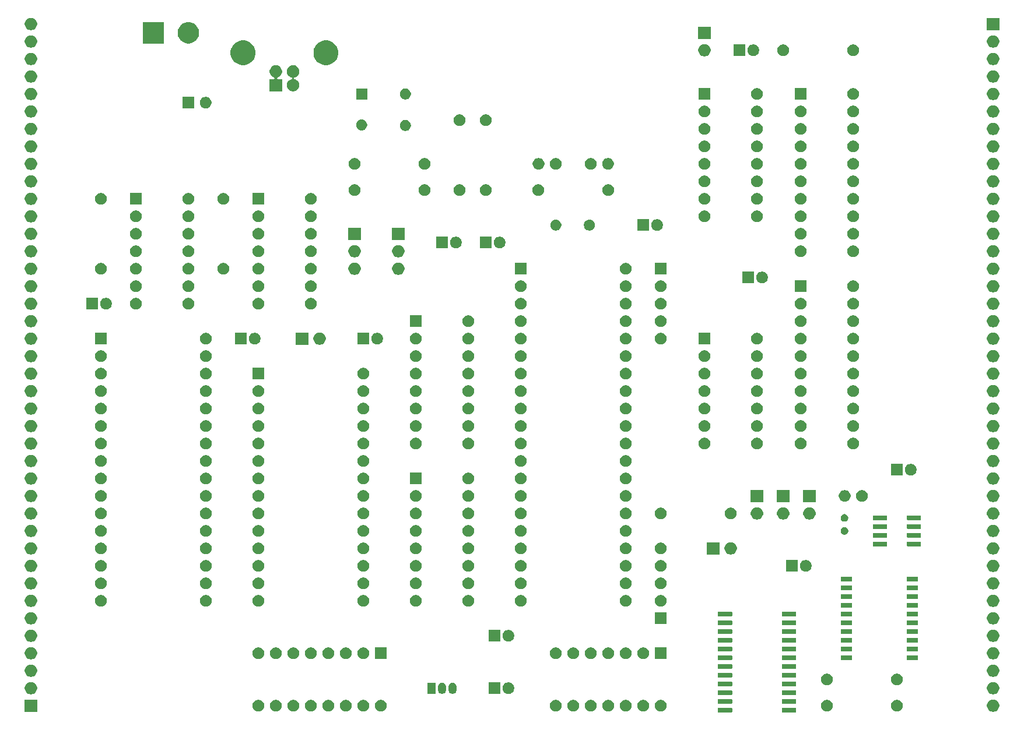
<source format=gbr>
G04 #@! TF.GenerationSoftware,KiCad,Pcbnew,(5.1.5-0-10_14)*
G04 #@! TF.CreationDate,2021-03-05T21:15:02+01:00*
G04 #@! TF.ProjectId,RCA2020-Mk1,52434132-3032-4302-9d4d-6b312e6b6963,4*
G04 #@! TF.SameCoordinates,Original*
G04 #@! TF.FileFunction,Soldermask,Top*
G04 #@! TF.FilePolarity,Negative*
%FSLAX46Y46*%
G04 Gerber Fmt 4.6, Leading zero omitted, Abs format (unit mm)*
G04 Created by KiCad (PCBNEW (5.1.5-0-10_14)) date 2021-03-05 21:15:02*
%MOMM*%
%LPD*%
G04 APERTURE LIST*
%ADD10C,0.100000*%
G04 APERTURE END LIST*
D10*
G36*
X177069987Y-134931524D02*
G01*
X177088730Y-134937210D01*
X177105997Y-134946439D01*
X177121136Y-134958864D01*
X177133561Y-134974003D01*
X177142790Y-134991270D01*
X177148476Y-135010013D01*
X177151000Y-135035640D01*
X177151000Y-135474360D01*
X177148476Y-135499987D01*
X177142790Y-135518730D01*
X177133561Y-135535997D01*
X177121136Y-135551136D01*
X177105997Y-135563561D01*
X177088730Y-135572790D01*
X177069987Y-135578476D01*
X177044360Y-135581000D01*
X175155640Y-135581000D01*
X175130013Y-135578476D01*
X175111270Y-135572790D01*
X175094003Y-135563561D01*
X175078864Y-135551136D01*
X175066439Y-135535997D01*
X175057210Y-135518730D01*
X175051524Y-135499987D01*
X175049000Y-135474360D01*
X175049000Y-135035640D01*
X175051524Y-135010013D01*
X175057210Y-134991270D01*
X175066439Y-134974003D01*
X175078864Y-134958864D01*
X175094003Y-134946439D01*
X175111270Y-134937210D01*
X175130013Y-134931524D01*
X175155640Y-134929000D01*
X177044360Y-134929000D01*
X177069987Y-134931524D01*
G37*
G36*
X167769987Y-134931524D02*
G01*
X167788730Y-134937210D01*
X167805997Y-134946439D01*
X167821136Y-134958864D01*
X167833561Y-134974003D01*
X167842790Y-134991270D01*
X167848476Y-135010013D01*
X167851000Y-135035640D01*
X167851000Y-135474360D01*
X167848476Y-135499987D01*
X167842790Y-135518730D01*
X167833561Y-135535997D01*
X167821136Y-135551136D01*
X167805997Y-135563561D01*
X167788730Y-135572790D01*
X167769987Y-135578476D01*
X167744360Y-135581000D01*
X165855640Y-135581000D01*
X165830013Y-135578476D01*
X165811270Y-135572790D01*
X165794003Y-135563561D01*
X165778864Y-135551136D01*
X165766439Y-135535997D01*
X165757210Y-135518730D01*
X165751524Y-135499987D01*
X165749000Y-135474360D01*
X165749000Y-135035640D01*
X165751524Y-135010013D01*
X165757210Y-134991270D01*
X165766439Y-134974003D01*
X165778864Y-134958864D01*
X165794003Y-134946439D01*
X165811270Y-134937210D01*
X165830013Y-134931524D01*
X165855640Y-134929000D01*
X167744360Y-134929000D01*
X167769987Y-134931524D01*
G37*
G36*
X205853512Y-133723927D02*
G01*
X206002812Y-133753624D01*
X206166784Y-133821544D01*
X206314354Y-133920147D01*
X206439853Y-134045646D01*
X206538456Y-134193216D01*
X206606376Y-134357188D01*
X206641000Y-134531259D01*
X206641000Y-134708741D01*
X206606376Y-134882812D01*
X206538456Y-135046784D01*
X206439853Y-135194354D01*
X206314354Y-135319853D01*
X206166784Y-135418456D01*
X206002812Y-135486376D01*
X205853512Y-135516073D01*
X205828742Y-135521000D01*
X205651258Y-135521000D01*
X205626488Y-135516073D01*
X205477188Y-135486376D01*
X205313216Y-135418456D01*
X205165646Y-135319853D01*
X205040147Y-135194354D01*
X204941544Y-135046784D01*
X204873624Y-134882812D01*
X204839000Y-134708741D01*
X204839000Y-134531259D01*
X204873624Y-134357188D01*
X204941544Y-134193216D01*
X205040147Y-134045646D01*
X205165646Y-133920147D01*
X205313216Y-133821544D01*
X205477188Y-133753624D01*
X205626488Y-133723927D01*
X205651258Y-133719000D01*
X205828742Y-133719000D01*
X205853512Y-133723927D01*
G37*
G36*
X66941000Y-135521000D02*
G01*
X65139000Y-135521000D01*
X65139000Y-133719000D01*
X66941000Y-133719000D01*
X66941000Y-135521000D01*
G37*
G36*
X152648228Y-133801703D02*
G01*
X152803100Y-133865853D01*
X152942481Y-133958985D01*
X153061015Y-134077519D01*
X153154147Y-134216900D01*
X153218297Y-134371772D01*
X153251000Y-134536184D01*
X153251000Y-134703816D01*
X153218297Y-134868228D01*
X153154147Y-135023100D01*
X153061015Y-135162481D01*
X152942481Y-135281015D01*
X152803100Y-135374147D01*
X152648228Y-135438297D01*
X152483816Y-135471000D01*
X152316184Y-135471000D01*
X152151772Y-135438297D01*
X151996900Y-135374147D01*
X151857519Y-135281015D01*
X151738985Y-135162481D01*
X151645853Y-135023100D01*
X151581703Y-134868228D01*
X151549000Y-134703816D01*
X151549000Y-134536184D01*
X151581703Y-134371772D01*
X151645853Y-134216900D01*
X151738985Y-134077519D01*
X151857519Y-133958985D01*
X151996900Y-133865853D01*
X152151772Y-133801703D01*
X152316184Y-133769000D01*
X152483816Y-133769000D01*
X152648228Y-133801703D01*
G37*
G36*
X150108228Y-133801703D02*
G01*
X150263100Y-133865853D01*
X150402481Y-133958985D01*
X150521015Y-134077519D01*
X150614147Y-134216900D01*
X150678297Y-134371772D01*
X150711000Y-134536184D01*
X150711000Y-134703816D01*
X150678297Y-134868228D01*
X150614147Y-135023100D01*
X150521015Y-135162481D01*
X150402481Y-135281015D01*
X150263100Y-135374147D01*
X150108228Y-135438297D01*
X149943816Y-135471000D01*
X149776184Y-135471000D01*
X149611772Y-135438297D01*
X149456900Y-135374147D01*
X149317519Y-135281015D01*
X149198985Y-135162481D01*
X149105853Y-135023100D01*
X149041703Y-134868228D01*
X149009000Y-134703816D01*
X149009000Y-134536184D01*
X149041703Y-134371772D01*
X149105853Y-134216900D01*
X149198985Y-134077519D01*
X149317519Y-133958985D01*
X149456900Y-133865853D01*
X149611772Y-133801703D01*
X149776184Y-133769000D01*
X149943816Y-133769000D01*
X150108228Y-133801703D01*
G37*
G36*
X147568228Y-133801703D02*
G01*
X147723100Y-133865853D01*
X147862481Y-133958985D01*
X147981015Y-134077519D01*
X148074147Y-134216900D01*
X148138297Y-134371772D01*
X148171000Y-134536184D01*
X148171000Y-134703816D01*
X148138297Y-134868228D01*
X148074147Y-135023100D01*
X147981015Y-135162481D01*
X147862481Y-135281015D01*
X147723100Y-135374147D01*
X147568228Y-135438297D01*
X147403816Y-135471000D01*
X147236184Y-135471000D01*
X147071772Y-135438297D01*
X146916900Y-135374147D01*
X146777519Y-135281015D01*
X146658985Y-135162481D01*
X146565853Y-135023100D01*
X146501703Y-134868228D01*
X146469000Y-134703816D01*
X146469000Y-134536184D01*
X146501703Y-134371772D01*
X146565853Y-134216900D01*
X146658985Y-134077519D01*
X146777519Y-133958985D01*
X146916900Y-133865853D01*
X147071772Y-133801703D01*
X147236184Y-133769000D01*
X147403816Y-133769000D01*
X147568228Y-133801703D01*
G37*
G36*
X145028228Y-133801703D02*
G01*
X145183100Y-133865853D01*
X145322481Y-133958985D01*
X145441015Y-134077519D01*
X145534147Y-134216900D01*
X145598297Y-134371772D01*
X145631000Y-134536184D01*
X145631000Y-134703816D01*
X145598297Y-134868228D01*
X145534147Y-135023100D01*
X145441015Y-135162481D01*
X145322481Y-135281015D01*
X145183100Y-135374147D01*
X145028228Y-135438297D01*
X144863816Y-135471000D01*
X144696184Y-135471000D01*
X144531772Y-135438297D01*
X144376900Y-135374147D01*
X144237519Y-135281015D01*
X144118985Y-135162481D01*
X144025853Y-135023100D01*
X143961703Y-134868228D01*
X143929000Y-134703816D01*
X143929000Y-134536184D01*
X143961703Y-134371772D01*
X144025853Y-134216900D01*
X144118985Y-134077519D01*
X144237519Y-133958985D01*
X144376900Y-133865853D01*
X144531772Y-133801703D01*
X144696184Y-133769000D01*
X144863816Y-133769000D01*
X145028228Y-133801703D01*
G37*
G36*
X142488228Y-133801703D02*
G01*
X142643100Y-133865853D01*
X142782481Y-133958985D01*
X142901015Y-134077519D01*
X142994147Y-134216900D01*
X143058297Y-134371772D01*
X143091000Y-134536184D01*
X143091000Y-134703816D01*
X143058297Y-134868228D01*
X142994147Y-135023100D01*
X142901015Y-135162481D01*
X142782481Y-135281015D01*
X142643100Y-135374147D01*
X142488228Y-135438297D01*
X142323816Y-135471000D01*
X142156184Y-135471000D01*
X141991772Y-135438297D01*
X141836900Y-135374147D01*
X141697519Y-135281015D01*
X141578985Y-135162481D01*
X141485853Y-135023100D01*
X141421703Y-134868228D01*
X141389000Y-134703816D01*
X141389000Y-134536184D01*
X141421703Y-134371772D01*
X141485853Y-134216900D01*
X141578985Y-134077519D01*
X141697519Y-133958985D01*
X141836900Y-133865853D01*
X141991772Y-133801703D01*
X142156184Y-133769000D01*
X142323816Y-133769000D01*
X142488228Y-133801703D01*
G37*
G36*
X117088228Y-133801703D02*
G01*
X117243100Y-133865853D01*
X117382481Y-133958985D01*
X117501015Y-134077519D01*
X117594147Y-134216900D01*
X117658297Y-134371772D01*
X117691000Y-134536184D01*
X117691000Y-134703816D01*
X117658297Y-134868228D01*
X117594147Y-135023100D01*
X117501015Y-135162481D01*
X117382481Y-135281015D01*
X117243100Y-135374147D01*
X117088228Y-135438297D01*
X116923816Y-135471000D01*
X116756184Y-135471000D01*
X116591772Y-135438297D01*
X116436900Y-135374147D01*
X116297519Y-135281015D01*
X116178985Y-135162481D01*
X116085853Y-135023100D01*
X116021703Y-134868228D01*
X115989000Y-134703816D01*
X115989000Y-134536184D01*
X116021703Y-134371772D01*
X116085853Y-134216900D01*
X116178985Y-134077519D01*
X116297519Y-133958985D01*
X116436900Y-133865853D01*
X116591772Y-133801703D01*
X116756184Y-133769000D01*
X116923816Y-133769000D01*
X117088228Y-133801703D01*
G37*
G36*
X114548228Y-133801703D02*
G01*
X114703100Y-133865853D01*
X114842481Y-133958985D01*
X114961015Y-134077519D01*
X115054147Y-134216900D01*
X115118297Y-134371772D01*
X115151000Y-134536184D01*
X115151000Y-134703816D01*
X115118297Y-134868228D01*
X115054147Y-135023100D01*
X114961015Y-135162481D01*
X114842481Y-135281015D01*
X114703100Y-135374147D01*
X114548228Y-135438297D01*
X114383816Y-135471000D01*
X114216184Y-135471000D01*
X114051772Y-135438297D01*
X113896900Y-135374147D01*
X113757519Y-135281015D01*
X113638985Y-135162481D01*
X113545853Y-135023100D01*
X113481703Y-134868228D01*
X113449000Y-134703816D01*
X113449000Y-134536184D01*
X113481703Y-134371772D01*
X113545853Y-134216900D01*
X113638985Y-134077519D01*
X113757519Y-133958985D01*
X113896900Y-133865853D01*
X114051772Y-133801703D01*
X114216184Y-133769000D01*
X114383816Y-133769000D01*
X114548228Y-133801703D01*
G37*
G36*
X112008228Y-133801703D02*
G01*
X112163100Y-133865853D01*
X112302481Y-133958985D01*
X112421015Y-134077519D01*
X112514147Y-134216900D01*
X112578297Y-134371772D01*
X112611000Y-134536184D01*
X112611000Y-134703816D01*
X112578297Y-134868228D01*
X112514147Y-135023100D01*
X112421015Y-135162481D01*
X112302481Y-135281015D01*
X112163100Y-135374147D01*
X112008228Y-135438297D01*
X111843816Y-135471000D01*
X111676184Y-135471000D01*
X111511772Y-135438297D01*
X111356900Y-135374147D01*
X111217519Y-135281015D01*
X111098985Y-135162481D01*
X111005853Y-135023100D01*
X110941703Y-134868228D01*
X110909000Y-134703816D01*
X110909000Y-134536184D01*
X110941703Y-134371772D01*
X111005853Y-134216900D01*
X111098985Y-134077519D01*
X111217519Y-133958985D01*
X111356900Y-133865853D01*
X111511772Y-133801703D01*
X111676184Y-133769000D01*
X111843816Y-133769000D01*
X112008228Y-133801703D01*
G37*
G36*
X109468228Y-133801703D02*
G01*
X109623100Y-133865853D01*
X109762481Y-133958985D01*
X109881015Y-134077519D01*
X109974147Y-134216900D01*
X110038297Y-134371772D01*
X110071000Y-134536184D01*
X110071000Y-134703816D01*
X110038297Y-134868228D01*
X109974147Y-135023100D01*
X109881015Y-135162481D01*
X109762481Y-135281015D01*
X109623100Y-135374147D01*
X109468228Y-135438297D01*
X109303816Y-135471000D01*
X109136184Y-135471000D01*
X108971772Y-135438297D01*
X108816900Y-135374147D01*
X108677519Y-135281015D01*
X108558985Y-135162481D01*
X108465853Y-135023100D01*
X108401703Y-134868228D01*
X108369000Y-134703816D01*
X108369000Y-134536184D01*
X108401703Y-134371772D01*
X108465853Y-134216900D01*
X108558985Y-134077519D01*
X108677519Y-133958985D01*
X108816900Y-133865853D01*
X108971772Y-133801703D01*
X109136184Y-133769000D01*
X109303816Y-133769000D01*
X109468228Y-133801703D01*
G37*
G36*
X106928228Y-133801703D02*
G01*
X107083100Y-133865853D01*
X107222481Y-133958985D01*
X107341015Y-134077519D01*
X107434147Y-134216900D01*
X107498297Y-134371772D01*
X107531000Y-134536184D01*
X107531000Y-134703816D01*
X107498297Y-134868228D01*
X107434147Y-135023100D01*
X107341015Y-135162481D01*
X107222481Y-135281015D01*
X107083100Y-135374147D01*
X106928228Y-135438297D01*
X106763816Y-135471000D01*
X106596184Y-135471000D01*
X106431772Y-135438297D01*
X106276900Y-135374147D01*
X106137519Y-135281015D01*
X106018985Y-135162481D01*
X105925853Y-135023100D01*
X105861703Y-134868228D01*
X105829000Y-134703816D01*
X105829000Y-134536184D01*
X105861703Y-134371772D01*
X105925853Y-134216900D01*
X106018985Y-134077519D01*
X106137519Y-133958985D01*
X106276900Y-133865853D01*
X106431772Y-133801703D01*
X106596184Y-133769000D01*
X106763816Y-133769000D01*
X106928228Y-133801703D01*
G37*
G36*
X104388228Y-133801703D02*
G01*
X104543100Y-133865853D01*
X104682481Y-133958985D01*
X104801015Y-134077519D01*
X104894147Y-134216900D01*
X104958297Y-134371772D01*
X104991000Y-134536184D01*
X104991000Y-134703816D01*
X104958297Y-134868228D01*
X104894147Y-135023100D01*
X104801015Y-135162481D01*
X104682481Y-135281015D01*
X104543100Y-135374147D01*
X104388228Y-135438297D01*
X104223816Y-135471000D01*
X104056184Y-135471000D01*
X103891772Y-135438297D01*
X103736900Y-135374147D01*
X103597519Y-135281015D01*
X103478985Y-135162481D01*
X103385853Y-135023100D01*
X103321703Y-134868228D01*
X103289000Y-134703816D01*
X103289000Y-134536184D01*
X103321703Y-134371772D01*
X103385853Y-134216900D01*
X103478985Y-134077519D01*
X103597519Y-133958985D01*
X103736900Y-133865853D01*
X103891772Y-133801703D01*
X104056184Y-133769000D01*
X104223816Y-133769000D01*
X104388228Y-133801703D01*
G37*
G36*
X101848228Y-133801703D02*
G01*
X102003100Y-133865853D01*
X102142481Y-133958985D01*
X102261015Y-134077519D01*
X102354147Y-134216900D01*
X102418297Y-134371772D01*
X102451000Y-134536184D01*
X102451000Y-134703816D01*
X102418297Y-134868228D01*
X102354147Y-135023100D01*
X102261015Y-135162481D01*
X102142481Y-135281015D01*
X102003100Y-135374147D01*
X101848228Y-135438297D01*
X101683816Y-135471000D01*
X101516184Y-135471000D01*
X101351772Y-135438297D01*
X101196900Y-135374147D01*
X101057519Y-135281015D01*
X100938985Y-135162481D01*
X100845853Y-135023100D01*
X100781703Y-134868228D01*
X100749000Y-134703816D01*
X100749000Y-134536184D01*
X100781703Y-134371772D01*
X100845853Y-134216900D01*
X100938985Y-134077519D01*
X101057519Y-133958985D01*
X101196900Y-133865853D01*
X101351772Y-133801703D01*
X101516184Y-133769000D01*
X101683816Y-133769000D01*
X101848228Y-133801703D01*
G37*
G36*
X99308228Y-133801703D02*
G01*
X99463100Y-133865853D01*
X99602481Y-133958985D01*
X99721015Y-134077519D01*
X99814147Y-134216900D01*
X99878297Y-134371772D01*
X99911000Y-134536184D01*
X99911000Y-134703816D01*
X99878297Y-134868228D01*
X99814147Y-135023100D01*
X99721015Y-135162481D01*
X99602481Y-135281015D01*
X99463100Y-135374147D01*
X99308228Y-135438297D01*
X99143816Y-135471000D01*
X98976184Y-135471000D01*
X98811772Y-135438297D01*
X98656900Y-135374147D01*
X98517519Y-135281015D01*
X98398985Y-135162481D01*
X98305853Y-135023100D01*
X98241703Y-134868228D01*
X98209000Y-134703816D01*
X98209000Y-134536184D01*
X98241703Y-134371772D01*
X98305853Y-134216900D01*
X98398985Y-134077519D01*
X98517519Y-133958985D01*
X98656900Y-133865853D01*
X98811772Y-133801703D01*
X98976184Y-133769000D01*
X99143816Y-133769000D01*
X99308228Y-133801703D01*
G37*
G36*
X192018228Y-133801703D02*
G01*
X192173100Y-133865853D01*
X192312481Y-133958985D01*
X192431015Y-134077519D01*
X192524147Y-134216900D01*
X192588297Y-134371772D01*
X192621000Y-134536184D01*
X192621000Y-134703816D01*
X192588297Y-134868228D01*
X192524147Y-135023100D01*
X192431015Y-135162481D01*
X192312481Y-135281015D01*
X192173100Y-135374147D01*
X192018228Y-135438297D01*
X191853816Y-135471000D01*
X191686184Y-135471000D01*
X191521772Y-135438297D01*
X191366900Y-135374147D01*
X191227519Y-135281015D01*
X191108985Y-135162481D01*
X191015853Y-135023100D01*
X190951703Y-134868228D01*
X190919000Y-134703816D01*
X190919000Y-134536184D01*
X190951703Y-134371772D01*
X191015853Y-134216900D01*
X191108985Y-134077519D01*
X191227519Y-133958985D01*
X191366900Y-133865853D01*
X191521772Y-133801703D01*
X191686184Y-133769000D01*
X191853816Y-133769000D01*
X192018228Y-133801703D01*
G37*
G36*
X181858228Y-133801703D02*
G01*
X182013100Y-133865853D01*
X182152481Y-133958985D01*
X182271015Y-134077519D01*
X182364147Y-134216900D01*
X182428297Y-134371772D01*
X182461000Y-134536184D01*
X182461000Y-134703816D01*
X182428297Y-134868228D01*
X182364147Y-135023100D01*
X182271015Y-135162481D01*
X182152481Y-135281015D01*
X182013100Y-135374147D01*
X181858228Y-135438297D01*
X181693816Y-135471000D01*
X181526184Y-135471000D01*
X181361772Y-135438297D01*
X181206900Y-135374147D01*
X181067519Y-135281015D01*
X180948985Y-135162481D01*
X180855853Y-135023100D01*
X180791703Y-134868228D01*
X180759000Y-134703816D01*
X180759000Y-134536184D01*
X180791703Y-134371772D01*
X180855853Y-134216900D01*
X180948985Y-134077519D01*
X181067519Y-133958985D01*
X181206900Y-133865853D01*
X181361772Y-133801703D01*
X181526184Y-133769000D01*
X181693816Y-133769000D01*
X181858228Y-133801703D01*
G37*
G36*
X155188228Y-133801703D02*
G01*
X155343100Y-133865853D01*
X155482481Y-133958985D01*
X155601015Y-134077519D01*
X155694147Y-134216900D01*
X155758297Y-134371772D01*
X155791000Y-134536184D01*
X155791000Y-134703816D01*
X155758297Y-134868228D01*
X155694147Y-135023100D01*
X155601015Y-135162481D01*
X155482481Y-135281015D01*
X155343100Y-135374147D01*
X155188228Y-135438297D01*
X155023816Y-135471000D01*
X154856184Y-135471000D01*
X154691772Y-135438297D01*
X154536900Y-135374147D01*
X154397519Y-135281015D01*
X154278985Y-135162481D01*
X154185853Y-135023100D01*
X154121703Y-134868228D01*
X154089000Y-134703816D01*
X154089000Y-134536184D01*
X154121703Y-134371772D01*
X154185853Y-134216900D01*
X154278985Y-134077519D01*
X154397519Y-133958985D01*
X154536900Y-133865853D01*
X154691772Y-133801703D01*
X154856184Y-133769000D01*
X155023816Y-133769000D01*
X155188228Y-133801703D01*
G37*
G36*
X157728228Y-133801703D02*
G01*
X157883100Y-133865853D01*
X158022481Y-133958985D01*
X158141015Y-134077519D01*
X158234147Y-134216900D01*
X158298297Y-134371772D01*
X158331000Y-134536184D01*
X158331000Y-134703816D01*
X158298297Y-134868228D01*
X158234147Y-135023100D01*
X158141015Y-135162481D01*
X158022481Y-135281015D01*
X157883100Y-135374147D01*
X157728228Y-135438297D01*
X157563816Y-135471000D01*
X157396184Y-135471000D01*
X157231772Y-135438297D01*
X157076900Y-135374147D01*
X156937519Y-135281015D01*
X156818985Y-135162481D01*
X156725853Y-135023100D01*
X156661703Y-134868228D01*
X156629000Y-134703816D01*
X156629000Y-134536184D01*
X156661703Y-134371772D01*
X156725853Y-134216900D01*
X156818985Y-134077519D01*
X156937519Y-133958985D01*
X157076900Y-133865853D01*
X157231772Y-133801703D01*
X157396184Y-133769000D01*
X157563816Y-133769000D01*
X157728228Y-133801703D01*
G37*
G36*
X167769987Y-133661524D02*
G01*
X167788730Y-133667210D01*
X167805997Y-133676439D01*
X167821136Y-133688864D01*
X167833561Y-133704003D01*
X167842790Y-133721270D01*
X167848476Y-133740013D01*
X167851000Y-133765640D01*
X167851000Y-134204360D01*
X167848476Y-134229987D01*
X167842790Y-134248730D01*
X167833561Y-134265997D01*
X167821136Y-134281136D01*
X167805997Y-134293561D01*
X167788730Y-134302790D01*
X167769987Y-134308476D01*
X167744360Y-134311000D01*
X165855640Y-134311000D01*
X165830013Y-134308476D01*
X165811270Y-134302790D01*
X165794003Y-134293561D01*
X165778864Y-134281136D01*
X165766439Y-134265997D01*
X165757210Y-134248730D01*
X165751524Y-134229987D01*
X165749000Y-134204360D01*
X165749000Y-133765640D01*
X165751524Y-133740013D01*
X165757210Y-133721270D01*
X165766439Y-133704003D01*
X165778864Y-133688864D01*
X165794003Y-133676439D01*
X165811270Y-133667210D01*
X165830013Y-133661524D01*
X165855640Y-133659000D01*
X167744360Y-133659000D01*
X167769987Y-133661524D01*
G37*
G36*
X177069987Y-133661524D02*
G01*
X177088730Y-133667210D01*
X177105997Y-133676439D01*
X177121136Y-133688864D01*
X177133561Y-133704003D01*
X177142790Y-133721270D01*
X177148476Y-133740013D01*
X177151000Y-133765640D01*
X177151000Y-134204360D01*
X177148476Y-134229987D01*
X177142790Y-134248730D01*
X177133561Y-134265997D01*
X177121136Y-134281136D01*
X177105997Y-134293561D01*
X177088730Y-134302790D01*
X177069987Y-134308476D01*
X177044360Y-134311000D01*
X175155640Y-134311000D01*
X175130013Y-134308476D01*
X175111270Y-134302790D01*
X175094003Y-134293561D01*
X175078864Y-134281136D01*
X175066439Y-134265997D01*
X175057210Y-134248730D01*
X175051524Y-134229987D01*
X175049000Y-134204360D01*
X175049000Y-133765640D01*
X175051524Y-133740013D01*
X175057210Y-133721270D01*
X175066439Y-133704003D01*
X175078864Y-133688864D01*
X175094003Y-133676439D01*
X175111270Y-133667210D01*
X175130013Y-133661524D01*
X175155640Y-133659000D01*
X177044360Y-133659000D01*
X177069987Y-133661524D01*
G37*
G36*
X177069987Y-132391524D02*
G01*
X177088730Y-132397210D01*
X177105997Y-132406439D01*
X177121136Y-132418864D01*
X177133561Y-132434003D01*
X177142790Y-132451270D01*
X177148476Y-132470013D01*
X177151000Y-132495640D01*
X177151000Y-132934360D01*
X177148476Y-132959987D01*
X177142790Y-132978730D01*
X177133561Y-132995997D01*
X177121136Y-133011136D01*
X177105997Y-133023561D01*
X177088730Y-133032790D01*
X177069987Y-133038476D01*
X177044360Y-133041000D01*
X175155640Y-133041000D01*
X175130013Y-133038476D01*
X175111270Y-133032790D01*
X175094003Y-133023561D01*
X175078864Y-133011136D01*
X175066439Y-132995997D01*
X175057210Y-132978730D01*
X175051524Y-132959987D01*
X175049000Y-132934360D01*
X175049000Y-132495640D01*
X175051524Y-132470013D01*
X175057210Y-132451270D01*
X175066439Y-132434003D01*
X175078864Y-132418864D01*
X175094003Y-132406439D01*
X175111270Y-132397210D01*
X175130013Y-132391524D01*
X175155640Y-132389000D01*
X177044360Y-132389000D01*
X177069987Y-132391524D01*
G37*
G36*
X167769987Y-132391524D02*
G01*
X167788730Y-132397210D01*
X167805997Y-132406439D01*
X167821136Y-132418864D01*
X167833561Y-132434003D01*
X167842790Y-132451270D01*
X167848476Y-132470013D01*
X167851000Y-132495640D01*
X167851000Y-132934360D01*
X167848476Y-132959987D01*
X167842790Y-132978730D01*
X167833561Y-132995997D01*
X167821136Y-133011136D01*
X167805997Y-133023561D01*
X167788730Y-133032790D01*
X167769987Y-133038476D01*
X167744360Y-133041000D01*
X165855640Y-133041000D01*
X165830013Y-133038476D01*
X165811270Y-133032790D01*
X165794003Y-133023561D01*
X165778864Y-133011136D01*
X165766439Y-132995997D01*
X165757210Y-132978730D01*
X165751524Y-132959987D01*
X165749000Y-132934360D01*
X165749000Y-132495640D01*
X165751524Y-132470013D01*
X165757210Y-132451270D01*
X165766439Y-132434003D01*
X165778864Y-132418864D01*
X165794003Y-132406439D01*
X165811270Y-132397210D01*
X165830013Y-132391524D01*
X165855640Y-132389000D01*
X167744360Y-132389000D01*
X167769987Y-132391524D01*
G37*
G36*
X205853512Y-131183927D02*
G01*
X206002812Y-131213624D01*
X206166784Y-131281544D01*
X206314354Y-131380147D01*
X206439853Y-131505646D01*
X206538456Y-131653216D01*
X206606376Y-131817188D01*
X206641000Y-131991259D01*
X206641000Y-132168741D01*
X206606376Y-132342812D01*
X206538456Y-132506784D01*
X206439853Y-132654354D01*
X206314354Y-132779853D01*
X206166784Y-132878456D01*
X206002812Y-132946376D01*
X205853512Y-132976073D01*
X205828742Y-132981000D01*
X205651258Y-132981000D01*
X205626488Y-132976073D01*
X205477188Y-132946376D01*
X205313216Y-132878456D01*
X205165646Y-132779853D01*
X205040147Y-132654354D01*
X204941544Y-132506784D01*
X204873624Y-132342812D01*
X204839000Y-132168741D01*
X204839000Y-131991259D01*
X204873624Y-131817188D01*
X204941544Y-131653216D01*
X205040147Y-131505646D01*
X205165646Y-131380147D01*
X205313216Y-131281544D01*
X205477188Y-131213624D01*
X205626488Y-131183927D01*
X205651258Y-131179000D01*
X205828742Y-131179000D01*
X205853512Y-131183927D01*
G37*
G36*
X66153512Y-131183927D02*
G01*
X66302812Y-131213624D01*
X66466784Y-131281544D01*
X66614354Y-131380147D01*
X66739853Y-131505646D01*
X66838456Y-131653216D01*
X66906376Y-131817188D01*
X66941000Y-131991259D01*
X66941000Y-132168741D01*
X66906376Y-132342812D01*
X66838456Y-132506784D01*
X66739853Y-132654354D01*
X66614354Y-132779853D01*
X66466784Y-132878456D01*
X66302812Y-132946376D01*
X66153512Y-132976073D01*
X66128742Y-132981000D01*
X65951258Y-132981000D01*
X65926488Y-132976073D01*
X65777188Y-132946376D01*
X65613216Y-132878456D01*
X65465646Y-132779853D01*
X65340147Y-132654354D01*
X65241544Y-132506784D01*
X65173624Y-132342812D01*
X65139000Y-132168741D01*
X65139000Y-131991259D01*
X65173624Y-131817188D01*
X65241544Y-131653216D01*
X65340147Y-131505646D01*
X65465646Y-131380147D01*
X65613216Y-131281544D01*
X65777188Y-131213624D01*
X65926488Y-131183927D01*
X65951258Y-131179000D01*
X66128742Y-131179000D01*
X66153512Y-131183927D01*
G37*
G36*
X134201000Y-132931000D02*
G01*
X132499000Y-132931000D01*
X132499000Y-131229000D01*
X134201000Y-131229000D01*
X134201000Y-132931000D01*
G37*
G36*
X135598228Y-131261703D02*
G01*
X135753100Y-131325853D01*
X135892481Y-131418985D01*
X136011015Y-131537519D01*
X136104147Y-131676900D01*
X136168297Y-131831772D01*
X136201000Y-131996184D01*
X136201000Y-132163816D01*
X136168297Y-132328228D01*
X136104147Y-132483100D01*
X136011015Y-132622481D01*
X135892481Y-132741015D01*
X135753100Y-132834147D01*
X135598228Y-132898297D01*
X135433816Y-132931000D01*
X135266184Y-132931000D01*
X135101772Y-132898297D01*
X134946900Y-132834147D01*
X134807519Y-132741015D01*
X134688985Y-132622481D01*
X134595853Y-132483100D01*
X134531703Y-132328228D01*
X134499000Y-132163816D01*
X134499000Y-131996184D01*
X134531703Y-131831772D01*
X134595853Y-131676900D01*
X134688985Y-131537519D01*
X134807519Y-131418985D01*
X134946900Y-131325853D01*
X135101772Y-131261703D01*
X135266184Y-131229000D01*
X135433816Y-131229000D01*
X135598228Y-131261703D01*
G37*
G36*
X125842915Y-131287334D02*
G01*
X125951491Y-131320271D01*
X125951494Y-131320272D01*
X125987600Y-131339571D01*
X126051556Y-131373756D01*
X126139264Y-131445736D01*
X126211244Y-131533443D01*
X126245429Y-131597399D01*
X126264728Y-131633505D01*
X126264728Y-131633506D01*
X126264729Y-131633508D01*
X126297666Y-131742084D01*
X126306000Y-131826702D01*
X126306000Y-132333297D01*
X126297666Y-132417916D01*
X126266638Y-132520200D01*
X126264728Y-132526495D01*
X126251095Y-132552000D01*
X126211244Y-132626557D01*
X126139264Y-132714264D01*
X126051557Y-132786244D01*
X125987601Y-132820429D01*
X125951495Y-132839728D01*
X125951492Y-132839729D01*
X125842916Y-132872666D01*
X125730000Y-132883787D01*
X125617085Y-132872666D01*
X125508509Y-132839729D01*
X125508506Y-132839728D01*
X125472400Y-132820429D01*
X125408444Y-132786244D01*
X125320737Y-132714264D01*
X125248757Y-132626557D01*
X125208905Y-132552000D01*
X125195272Y-132526495D01*
X125193362Y-132520200D01*
X125162334Y-132417916D01*
X125154000Y-132333298D01*
X125154000Y-131826703D01*
X125162334Y-131742085D01*
X125195271Y-131633509D01*
X125195272Y-131633506D01*
X125232345Y-131564148D01*
X125248756Y-131533444D01*
X125320736Y-131445736D01*
X125408443Y-131373756D01*
X125472399Y-131339571D01*
X125508505Y-131320272D01*
X125508508Y-131320271D01*
X125617084Y-131287334D01*
X125730000Y-131276213D01*
X125842915Y-131287334D01*
G37*
G36*
X127366915Y-131287334D02*
G01*
X127475491Y-131320271D01*
X127475494Y-131320272D01*
X127511600Y-131339571D01*
X127575556Y-131373756D01*
X127663264Y-131445736D01*
X127735244Y-131533443D01*
X127769429Y-131597399D01*
X127788728Y-131633505D01*
X127788728Y-131633506D01*
X127788729Y-131633508D01*
X127821666Y-131742084D01*
X127830000Y-131826702D01*
X127830000Y-132333297D01*
X127821666Y-132417916D01*
X127790638Y-132520200D01*
X127788728Y-132526495D01*
X127775095Y-132552000D01*
X127735244Y-132626557D01*
X127663264Y-132714264D01*
X127575557Y-132786244D01*
X127511601Y-132820429D01*
X127475495Y-132839728D01*
X127475492Y-132839729D01*
X127366916Y-132872666D01*
X127254000Y-132883787D01*
X127141085Y-132872666D01*
X127032509Y-132839729D01*
X127032506Y-132839728D01*
X126996400Y-132820429D01*
X126932444Y-132786244D01*
X126844737Y-132714264D01*
X126772757Y-132626557D01*
X126732905Y-132552000D01*
X126719272Y-132526495D01*
X126717362Y-132520200D01*
X126686334Y-132417916D01*
X126678000Y-132333298D01*
X126678000Y-131826703D01*
X126686334Y-131742085D01*
X126719271Y-131633509D01*
X126719272Y-131633506D01*
X126756345Y-131564148D01*
X126772756Y-131533444D01*
X126844736Y-131445736D01*
X126932443Y-131373756D01*
X126996399Y-131339571D01*
X127032505Y-131320272D01*
X127032508Y-131320271D01*
X127141084Y-131287334D01*
X127254000Y-131276213D01*
X127366915Y-131287334D01*
G37*
G36*
X124782000Y-132881000D02*
G01*
X123630000Y-132881000D01*
X123630000Y-131279000D01*
X124782000Y-131279000D01*
X124782000Y-132881000D01*
G37*
G36*
X177069987Y-131121524D02*
G01*
X177088730Y-131127210D01*
X177105997Y-131136439D01*
X177121136Y-131148864D01*
X177133561Y-131164003D01*
X177142790Y-131181270D01*
X177148476Y-131200013D01*
X177151000Y-131225640D01*
X177151000Y-131664360D01*
X177148476Y-131689987D01*
X177142790Y-131708730D01*
X177133561Y-131725997D01*
X177121136Y-131741136D01*
X177105997Y-131753561D01*
X177088730Y-131762790D01*
X177069987Y-131768476D01*
X177044360Y-131771000D01*
X175155640Y-131771000D01*
X175130013Y-131768476D01*
X175111270Y-131762790D01*
X175094003Y-131753561D01*
X175078864Y-131741136D01*
X175066439Y-131725997D01*
X175057210Y-131708730D01*
X175051524Y-131689987D01*
X175049000Y-131664360D01*
X175049000Y-131225640D01*
X175051524Y-131200013D01*
X175057210Y-131181270D01*
X175066439Y-131164003D01*
X175078864Y-131148864D01*
X175094003Y-131136439D01*
X175111270Y-131127210D01*
X175130013Y-131121524D01*
X175155640Y-131119000D01*
X177044360Y-131119000D01*
X177069987Y-131121524D01*
G37*
G36*
X167769987Y-131121524D02*
G01*
X167788730Y-131127210D01*
X167805997Y-131136439D01*
X167821136Y-131148864D01*
X167833561Y-131164003D01*
X167842790Y-131181270D01*
X167848476Y-131200013D01*
X167851000Y-131225640D01*
X167851000Y-131664360D01*
X167848476Y-131689987D01*
X167842790Y-131708730D01*
X167833561Y-131725997D01*
X167821136Y-131741136D01*
X167805997Y-131753561D01*
X167788730Y-131762790D01*
X167769987Y-131768476D01*
X167744360Y-131771000D01*
X165855640Y-131771000D01*
X165830013Y-131768476D01*
X165811270Y-131762790D01*
X165794003Y-131753561D01*
X165778864Y-131741136D01*
X165766439Y-131725997D01*
X165757210Y-131708730D01*
X165751524Y-131689987D01*
X165749000Y-131664360D01*
X165749000Y-131225640D01*
X165751524Y-131200013D01*
X165757210Y-131181270D01*
X165766439Y-131164003D01*
X165778864Y-131148864D01*
X165794003Y-131136439D01*
X165811270Y-131127210D01*
X165830013Y-131121524D01*
X165855640Y-131119000D01*
X167744360Y-131119000D01*
X167769987Y-131121524D01*
G37*
G36*
X192018228Y-129991703D02*
G01*
X192173100Y-130055853D01*
X192312481Y-130148985D01*
X192431015Y-130267519D01*
X192524147Y-130406900D01*
X192588297Y-130561772D01*
X192621000Y-130726184D01*
X192621000Y-130893816D01*
X192588297Y-131058228D01*
X192524147Y-131213100D01*
X192431015Y-131352481D01*
X192312481Y-131471015D01*
X192173100Y-131564147D01*
X192018228Y-131628297D01*
X191853816Y-131661000D01*
X191686184Y-131661000D01*
X191521772Y-131628297D01*
X191366900Y-131564147D01*
X191227519Y-131471015D01*
X191108985Y-131352481D01*
X191015853Y-131213100D01*
X190951703Y-131058228D01*
X190919000Y-130893816D01*
X190919000Y-130726184D01*
X190951703Y-130561772D01*
X191015853Y-130406900D01*
X191108985Y-130267519D01*
X191227519Y-130148985D01*
X191366900Y-130055853D01*
X191521772Y-129991703D01*
X191686184Y-129959000D01*
X191853816Y-129959000D01*
X192018228Y-129991703D01*
G37*
G36*
X181858228Y-129991703D02*
G01*
X182013100Y-130055853D01*
X182152481Y-130148985D01*
X182271015Y-130267519D01*
X182364147Y-130406900D01*
X182428297Y-130561772D01*
X182461000Y-130726184D01*
X182461000Y-130893816D01*
X182428297Y-131058228D01*
X182364147Y-131213100D01*
X182271015Y-131352481D01*
X182152481Y-131471015D01*
X182013100Y-131564147D01*
X181858228Y-131628297D01*
X181693816Y-131661000D01*
X181526184Y-131661000D01*
X181361772Y-131628297D01*
X181206900Y-131564147D01*
X181067519Y-131471015D01*
X180948985Y-131352481D01*
X180855853Y-131213100D01*
X180791703Y-131058228D01*
X180759000Y-130893816D01*
X180759000Y-130726184D01*
X180791703Y-130561772D01*
X180855853Y-130406900D01*
X180948985Y-130267519D01*
X181067519Y-130148985D01*
X181206900Y-130055853D01*
X181361772Y-129991703D01*
X181526184Y-129959000D01*
X181693816Y-129959000D01*
X181858228Y-129991703D01*
G37*
G36*
X177069987Y-129851524D02*
G01*
X177088730Y-129857210D01*
X177105997Y-129866439D01*
X177121136Y-129878864D01*
X177133561Y-129894003D01*
X177142790Y-129911270D01*
X177148476Y-129930013D01*
X177151000Y-129955640D01*
X177151000Y-130394360D01*
X177148476Y-130419987D01*
X177142790Y-130438730D01*
X177133561Y-130455997D01*
X177121136Y-130471136D01*
X177105997Y-130483561D01*
X177088730Y-130492790D01*
X177069987Y-130498476D01*
X177044360Y-130501000D01*
X175155640Y-130501000D01*
X175130013Y-130498476D01*
X175111270Y-130492790D01*
X175094003Y-130483561D01*
X175078864Y-130471136D01*
X175066439Y-130455997D01*
X175057210Y-130438730D01*
X175051524Y-130419987D01*
X175049000Y-130394360D01*
X175049000Y-129955640D01*
X175051524Y-129930013D01*
X175057210Y-129911270D01*
X175066439Y-129894003D01*
X175078864Y-129878864D01*
X175094003Y-129866439D01*
X175111270Y-129857210D01*
X175130013Y-129851524D01*
X175155640Y-129849000D01*
X177044360Y-129849000D01*
X177069987Y-129851524D01*
G37*
G36*
X167769987Y-129851524D02*
G01*
X167788730Y-129857210D01*
X167805997Y-129866439D01*
X167821136Y-129878864D01*
X167833561Y-129894003D01*
X167842790Y-129911270D01*
X167848476Y-129930013D01*
X167851000Y-129955640D01*
X167851000Y-130394360D01*
X167848476Y-130419987D01*
X167842790Y-130438730D01*
X167833561Y-130455997D01*
X167821136Y-130471136D01*
X167805997Y-130483561D01*
X167788730Y-130492790D01*
X167769987Y-130498476D01*
X167744360Y-130501000D01*
X165855640Y-130501000D01*
X165830013Y-130498476D01*
X165811270Y-130492790D01*
X165794003Y-130483561D01*
X165778864Y-130471136D01*
X165766439Y-130455997D01*
X165757210Y-130438730D01*
X165751524Y-130419987D01*
X165749000Y-130394360D01*
X165749000Y-129955640D01*
X165751524Y-129930013D01*
X165757210Y-129911270D01*
X165766439Y-129894003D01*
X165778864Y-129878864D01*
X165794003Y-129866439D01*
X165811270Y-129857210D01*
X165830013Y-129851524D01*
X165855640Y-129849000D01*
X167744360Y-129849000D01*
X167769987Y-129851524D01*
G37*
G36*
X205853512Y-128643927D02*
G01*
X206002812Y-128673624D01*
X206166784Y-128741544D01*
X206314354Y-128840147D01*
X206439853Y-128965646D01*
X206538456Y-129113216D01*
X206606376Y-129277188D01*
X206641000Y-129451259D01*
X206641000Y-129628741D01*
X206606376Y-129802812D01*
X206538456Y-129966784D01*
X206439853Y-130114354D01*
X206314354Y-130239853D01*
X206166784Y-130338456D01*
X206002812Y-130406376D01*
X205853512Y-130436073D01*
X205828742Y-130441000D01*
X205651258Y-130441000D01*
X205626488Y-130436073D01*
X205477188Y-130406376D01*
X205313216Y-130338456D01*
X205165646Y-130239853D01*
X205040147Y-130114354D01*
X204941544Y-129966784D01*
X204873624Y-129802812D01*
X204839000Y-129628741D01*
X204839000Y-129451259D01*
X204873624Y-129277188D01*
X204941544Y-129113216D01*
X205040147Y-128965646D01*
X205165646Y-128840147D01*
X205313216Y-128741544D01*
X205477188Y-128673624D01*
X205626488Y-128643927D01*
X205651258Y-128639000D01*
X205828742Y-128639000D01*
X205853512Y-128643927D01*
G37*
G36*
X66153512Y-128643927D02*
G01*
X66302812Y-128673624D01*
X66466784Y-128741544D01*
X66614354Y-128840147D01*
X66739853Y-128965646D01*
X66838456Y-129113216D01*
X66906376Y-129277188D01*
X66941000Y-129451259D01*
X66941000Y-129628741D01*
X66906376Y-129802812D01*
X66838456Y-129966784D01*
X66739853Y-130114354D01*
X66614354Y-130239853D01*
X66466784Y-130338456D01*
X66302812Y-130406376D01*
X66153512Y-130436073D01*
X66128742Y-130441000D01*
X65951258Y-130441000D01*
X65926488Y-130436073D01*
X65777188Y-130406376D01*
X65613216Y-130338456D01*
X65465646Y-130239853D01*
X65340147Y-130114354D01*
X65241544Y-129966784D01*
X65173624Y-129802812D01*
X65139000Y-129628741D01*
X65139000Y-129451259D01*
X65173624Y-129277188D01*
X65241544Y-129113216D01*
X65340147Y-128965646D01*
X65465646Y-128840147D01*
X65613216Y-128741544D01*
X65777188Y-128673624D01*
X65926488Y-128643927D01*
X65951258Y-128639000D01*
X66128742Y-128639000D01*
X66153512Y-128643927D01*
G37*
G36*
X177069987Y-128581524D02*
G01*
X177088730Y-128587210D01*
X177105997Y-128596439D01*
X177121136Y-128608864D01*
X177133561Y-128624003D01*
X177142790Y-128641270D01*
X177148476Y-128660013D01*
X177151000Y-128685640D01*
X177151000Y-129124360D01*
X177148476Y-129149987D01*
X177142790Y-129168730D01*
X177133561Y-129185997D01*
X177121136Y-129201136D01*
X177105997Y-129213561D01*
X177088730Y-129222790D01*
X177069987Y-129228476D01*
X177044360Y-129231000D01*
X175155640Y-129231000D01*
X175130013Y-129228476D01*
X175111270Y-129222790D01*
X175094003Y-129213561D01*
X175078864Y-129201136D01*
X175066439Y-129185997D01*
X175057210Y-129168730D01*
X175051524Y-129149987D01*
X175049000Y-129124360D01*
X175049000Y-128685640D01*
X175051524Y-128660013D01*
X175057210Y-128641270D01*
X175066439Y-128624003D01*
X175078864Y-128608864D01*
X175094003Y-128596439D01*
X175111270Y-128587210D01*
X175130013Y-128581524D01*
X175155640Y-128579000D01*
X177044360Y-128579000D01*
X177069987Y-128581524D01*
G37*
G36*
X167769987Y-128581524D02*
G01*
X167788730Y-128587210D01*
X167805997Y-128596439D01*
X167821136Y-128608864D01*
X167833561Y-128624003D01*
X167842790Y-128641270D01*
X167848476Y-128660013D01*
X167851000Y-128685640D01*
X167851000Y-129124360D01*
X167848476Y-129149987D01*
X167842790Y-129168730D01*
X167833561Y-129185997D01*
X167821136Y-129201136D01*
X167805997Y-129213561D01*
X167788730Y-129222790D01*
X167769987Y-129228476D01*
X167744360Y-129231000D01*
X165855640Y-129231000D01*
X165830013Y-129228476D01*
X165811270Y-129222790D01*
X165794003Y-129213561D01*
X165778864Y-129201136D01*
X165766439Y-129185997D01*
X165757210Y-129168730D01*
X165751524Y-129149987D01*
X165749000Y-129124360D01*
X165749000Y-128685640D01*
X165751524Y-128660013D01*
X165757210Y-128641270D01*
X165766439Y-128624003D01*
X165778864Y-128608864D01*
X165794003Y-128596439D01*
X165811270Y-128587210D01*
X165830013Y-128581524D01*
X165855640Y-128579000D01*
X167744360Y-128579000D01*
X167769987Y-128581524D01*
G37*
G36*
X194781000Y-127986000D02*
G01*
X193179000Y-127986000D01*
X193179000Y-127284000D01*
X194781000Y-127284000D01*
X194781000Y-127986000D01*
G37*
G36*
X185281000Y-127986000D02*
G01*
X183679000Y-127986000D01*
X183679000Y-127284000D01*
X185281000Y-127284000D01*
X185281000Y-127986000D01*
G37*
G36*
X177069987Y-127311524D02*
G01*
X177088730Y-127317210D01*
X177105997Y-127326439D01*
X177121136Y-127338864D01*
X177133561Y-127354003D01*
X177142790Y-127371270D01*
X177148476Y-127390013D01*
X177151000Y-127415640D01*
X177151000Y-127854360D01*
X177148476Y-127879987D01*
X177142790Y-127898730D01*
X177133561Y-127915997D01*
X177121136Y-127931136D01*
X177105997Y-127943561D01*
X177088730Y-127952790D01*
X177069987Y-127958476D01*
X177044360Y-127961000D01*
X175155640Y-127961000D01*
X175130013Y-127958476D01*
X175111270Y-127952790D01*
X175094003Y-127943561D01*
X175078864Y-127931136D01*
X175066439Y-127915997D01*
X175057210Y-127898730D01*
X175051524Y-127879987D01*
X175049000Y-127854360D01*
X175049000Y-127415640D01*
X175051524Y-127390013D01*
X175057210Y-127371270D01*
X175066439Y-127354003D01*
X175078864Y-127338864D01*
X175094003Y-127326439D01*
X175111270Y-127317210D01*
X175130013Y-127311524D01*
X175155640Y-127309000D01*
X177044360Y-127309000D01*
X177069987Y-127311524D01*
G37*
G36*
X167769987Y-127311524D02*
G01*
X167788730Y-127317210D01*
X167805997Y-127326439D01*
X167821136Y-127338864D01*
X167833561Y-127354003D01*
X167842790Y-127371270D01*
X167848476Y-127390013D01*
X167851000Y-127415640D01*
X167851000Y-127854360D01*
X167848476Y-127879987D01*
X167842790Y-127898730D01*
X167833561Y-127915997D01*
X167821136Y-127931136D01*
X167805997Y-127943561D01*
X167788730Y-127952790D01*
X167769987Y-127958476D01*
X167744360Y-127961000D01*
X165855640Y-127961000D01*
X165830013Y-127958476D01*
X165811270Y-127952790D01*
X165794003Y-127943561D01*
X165778864Y-127931136D01*
X165766439Y-127915997D01*
X165757210Y-127898730D01*
X165751524Y-127879987D01*
X165749000Y-127854360D01*
X165749000Y-127415640D01*
X165751524Y-127390013D01*
X165757210Y-127371270D01*
X165766439Y-127354003D01*
X165778864Y-127338864D01*
X165794003Y-127326439D01*
X165811270Y-127317210D01*
X165830013Y-127311524D01*
X165855640Y-127309000D01*
X167744360Y-127309000D01*
X167769987Y-127311524D01*
G37*
G36*
X205853512Y-126103927D02*
G01*
X206002812Y-126133624D01*
X206166784Y-126201544D01*
X206314354Y-126300147D01*
X206439853Y-126425646D01*
X206538456Y-126573216D01*
X206606376Y-126737188D01*
X206641000Y-126911259D01*
X206641000Y-127088741D01*
X206606376Y-127262812D01*
X206538456Y-127426784D01*
X206439853Y-127574354D01*
X206314354Y-127699853D01*
X206166784Y-127798456D01*
X206002812Y-127866376D01*
X205853512Y-127896073D01*
X205828742Y-127901000D01*
X205651258Y-127901000D01*
X205626488Y-127896073D01*
X205477188Y-127866376D01*
X205313216Y-127798456D01*
X205165646Y-127699853D01*
X205040147Y-127574354D01*
X204941544Y-127426784D01*
X204873624Y-127262812D01*
X204839000Y-127088741D01*
X204839000Y-126911259D01*
X204873624Y-126737188D01*
X204941544Y-126573216D01*
X205040147Y-126425646D01*
X205165646Y-126300147D01*
X205313216Y-126201544D01*
X205477188Y-126133624D01*
X205626488Y-126103927D01*
X205651258Y-126099000D01*
X205828742Y-126099000D01*
X205853512Y-126103927D01*
G37*
G36*
X66153512Y-126103927D02*
G01*
X66302812Y-126133624D01*
X66466784Y-126201544D01*
X66614354Y-126300147D01*
X66739853Y-126425646D01*
X66838456Y-126573216D01*
X66906376Y-126737188D01*
X66941000Y-126911259D01*
X66941000Y-127088741D01*
X66906376Y-127262812D01*
X66838456Y-127426784D01*
X66739853Y-127574354D01*
X66614354Y-127699853D01*
X66466784Y-127798456D01*
X66302812Y-127866376D01*
X66153512Y-127896073D01*
X66128742Y-127901000D01*
X65951258Y-127901000D01*
X65926488Y-127896073D01*
X65777188Y-127866376D01*
X65613216Y-127798456D01*
X65465646Y-127699853D01*
X65340147Y-127574354D01*
X65241544Y-127426784D01*
X65173624Y-127262812D01*
X65139000Y-127088741D01*
X65139000Y-126911259D01*
X65173624Y-126737188D01*
X65241544Y-126573216D01*
X65340147Y-126425646D01*
X65465646Y-126300147D01*
X65613216Y-126201544D01*
X65777188Y-126133624D01*
X65926488Y-126103927D01*
X65951258Y-126099000D01*
X66128742Y-126099000D01*
X66153512Y-126103927D01*
G37*
G36*
X155188228Y-126181703D02*
G01*
X155343100Y-126245853D01*
X155482481Y-126338985D01*
X155601015Y-126457519D01*
X155694147Y-126596900D01*
X155758297Y-126751772D01*
X155791000Y-126916184D01*
X155791000Y-127083816D01*
X155758297Y-127248228D01*
X155694147Y-127403100D01*
X155601015Y-127542481D01*
X155482481Y-127661015D01*
X155343100Y-127754147D01*
X155188228Y-127818297D01*
X155023816Y-127851000D01*
X154856184Y-127851000D01*
X154691772Y-127818297D01*
X154536900Y-127754147D01*
X154397519Y-127661015D01*
X154278985Y-127542481D01*
X154185853Y-127403100D01*
X154121703Y-127248228D01*
X154089000Y-127083816D01*
X154089000Y-126916184D01*
X154121703Y-126751772D01*
X154185853Y-126596900D01*
X154278985Y-126457519D01*
X154397519Y-126338985D01*
X154536900Y-126245853D01*
X154691772Y-126181703D01*
X154856184Y-126149000D01*
X155023816Y-126149000D01*
X155188228Y-126181703D01*
G37*
G36*
X117691000Y-127851000D02*
G01*
X115989000Y-127851000D01*
X115989000Y-126149000D01*
X117691000Y-126149000D01*
X117691000Y-127851000D01*
G37*
G36*
X106928228Y-126181703D02*
G01*
X107083100Y-126245853D01*
X107222481Y-126338985D01*
X107341015Y-126457519D01*
X107434147Y-126596900D01*
X107498297Y-126751772D01*
X107531000Y-126916184D01*
X107531000Y-127083816D01*
X107498297Y-127248228D01*
X107434147Y-127403100D01*
X107341015Y-127542481D01*
X107222481Y-127661015D01*
X107083100Y-127754147D01*
X106928228Y-127818297D01*
X106763816Y-127851000D01*
X106596184Y-127851000D01*
X106431772Y-127818297D01*
X106276900Y-127754147D01*
X106137519Y-127661015D01*
X106018985Y-127542481D01*
X105925853Y-127403100D01*
X105861703Y-127248228D01*
X105829000Y-127083816D01*
X105829000Y-126916184D01*
X105861703Y-126751772D01*
X105925853Y-126596900D01*
X106018985Y-126457519D01*
X106137519Y-126338985D01*
X106276900Y-126245853D01*
X106431772Y-126181703D01*
X106596184Y-126149000D01*
X106763816Y-126149000D01*
X106928228Y-126181703D01*
G37*
G36*
X104388228Y-126181703D02*
G01*
X104543100Y-126245853D01*
X104682481Y-126338985D01*
X104801015Y-126457519D01*
X104894147Y-126596900D01*
X104958297Y-126751772D01*
X104991000Y-126916184D01*
X104991000Y-127083816D01*
X104958297Y-127248228D01*
X104894147Y-127403100D01*
X104801015Y-127542481D01*
X104682481Y-127661015D01*
X104543100Y-127754147D01*
X104388228Y-127818297D01*
X104223816Y-127851000D01*
X104056184Y-127851000D01*
X103891772Y-127818297D01*
X103736900Y-127754147D01*
X103597519Y-127661015D01*
X103478985Y-127542481D01*
X103385853Y-127403100D01*
X103321703Y-127248228D01*
X103289000Y-127083816D01*
X103289000Y-126916184D01*
X103321703Y-126751772D01*
X103385853Y-126596900D01*
X103478985Y-126457519D01*
X103597519Y-126338985D01*
X103736900Y-126245853D01*
X103891772Y-126181703D01*
X104056184Y-126149000D01*
X104223816Y-126149000D01*
X104388228Y-126181703D01*
G37*
G36*
X101848228Y-126181703D02*
G01*
X102003100Y-126245853D01*
X102142481Y-126338985D01*
X102261015Y-126457519D01*
X102354147Y-126596900D01*
X102418297Y-126751772D01*
X102451000Y-126916184D01*
X102451000Y-127083816D01*
X102418297Y-127248228D01*
X102354147Y-127403100D01*
X102261015Y-127542481D01*
X102142481Y-127661015D01*
X102003100Y-127754147D01*
X101848228Y-127818297D01*
X101683816Y-127851000D01*
X101516184Y-127851000D01*
X101351772Y-127818297D01*
X101196900Y-127754147D01*
X101057519Y-127661015D01*
X100938985Y-127542481D01*
X100845853Y-127403100D01*
X100781703Y-127248228D01*
X100749000Y-127083816D01*
X100749000Y-126916184D01*
X100781703Y-126751772D01*
X100845853Y-126596900D01*
X100938985Y-126457519D01*
X101057519Y-126338985D01*
X101196900Y-126245853D01*
X101351772Y-126181703D01*
X101516184Y-126149000D01*
X101683816Y-126149000D01*
X101848228Y-126181703D01*
G37*
G36*
X99308228Y-126181703D02*
G01*
X99463100Y-126245853D01*
X99602481Y-126338985D01*
X99721015Y-126457519D01*
X99814147Y-126596900D01*
X99878297Y-126751772D01*
X99911000Y-126916184D01*
X99911000Y-127083816D01*
X99878297Y-127248228D01*
X99814147Y-127403100D01*
X99721015Y-127542481D01*
X99602481Y-127661015D01*
X99463100Y-127754147D01*
X99308228Y-127818297D01*
X99143816Y-127851000D01*
X98976184Y-127851000D01*
X98811772Y-127818297D01*
X98656900Y-127754147D01*
X98517519Y-127661015D01*
X98398985Y-127542481D01*
X98305853Y-127403100D01*
X98241703Y-127248228D01*
X98209000Y-127083816D01*
X98209000Y-126916184D01*
X98241703Y-126751772D01*
X98305853Y-126596900D01*
X98398985Y-126457519D01*
X98517519Y-126338985D01*
X98656900Y-126245853D01*
X98811772Y-126181703D01*
X98976184Y-126149000D01*
X99143816Y-126149000D01*
X99308228Y-126181703D01*
G37*
G36*
X112008228Y-126181703D02*
G01*
X112163100Y-126245853D01*
X112302481Y-126338985D01*
X112421015Y-126457519D01*
X112514147Y-126596900D01*
X112578297Y-126751772D01*
X112611000Y-126916184D01*
X112611000Y-127083816D01*
X112578297Y-127248228D01*
X112514147Y-127403100D01*
X112421015Y-127542481D01*
X112302481Y-127661015D01*
X112163100Y-127754147D01*
X112008228Y-127818297D01*
X111843816Y-127851000D01*
X111676184Y-127851000D01*
X111511772Y-127818297D01*
X111356900Y-127754147D01*
X111217519Y-127661015D01*
X111098985Y-127542481D01*
X111005853Y-127403100D01*
X110941703Y-127248228D01*
X110909000Y-127083816D01*
X110909000Y-126916184D01*
X110941703Y-126751772D01*
X111005853Y-126596900D01*
X111098985Y-126457519D01*
X111217519Y-126338985D01*
X111356900Y-126245853D01*
X111511772Y-126181703D01*
X111676184Y-126149000D01*
X111843816Y-126149000D01*
X112008228Y-126181703D01*
G37*
G36*
X152648228Y-126181703D02*
G01*
X152803100Y-126245853D01*
X152942481Y-126338985D01*
X153061015Y-126457519D01*
X153154147Y-126596900D01*
X153218297Y-126751772D01*
X153251000Y-126916184D01*
X153251000Y-127083816D01*
X153218297Y-127248228D01*
X153154147Y-127403100D01*
X153061015Y-127542481D01*
X152942481Y-127661015D01*
X152803100Y-127754147D01*
X152648228Y-127818297D01*
X152483816Y-127851000D01*
X152316184Y-127851000D01*
X152151772Y-127818297D01*
X151996900Y-127754147D01*
X151857519Y-127661015D01*
X151738985Y-127542481D01*
X151645853Y-127403100D01*
X151581703Y-127248228D01*
X151549000Y-127083816D01*
X151549000Y-126916184D01*
X151581703Y-126751772D01*
X151645853Y-126596900D01*
X151738985Y-126457519D01*
X151857519Y-126338985D01*
X151996900Y-126245853D01*
X152151772Y-126181703D01*
X152316184Y-126149000D01*
X152483816Y-126149000D01*
X152648228Y-126181703D01*
G37*
G36*
X150108228Y-126181703D02*
G01*
X150263100Y-126245853D01*
X150402481Y-126338985D01*
X150521015Y-126457519D01*
X150614147Y-126596900D01*
X150678297Y-126751772D01*
X150711000Y-126916184D01*
X150711000Y-127083816D01*
X150678297Y-127248228D01*
X150614147Y-127403100D01*
X150521015Y-127542481D01*
X150402481Y-127661015D01*
X150263100Y-127754147D01*
X150108228Y-127818297D01*
X149943816Y-127851000D01*
X149776184Y-127851000D01*
X149611772Y-127818297D01*
X149456900Y-127754147D01*
X149317519Y-127661015D01*
X149198985Y-127542481D01*
X149105853Y-127403100D01*
X149041703Y-127248228D01*
X149009000Y-127083816D01*
X149009000Y-126916184D01*
X149041703Y-126751772D01*
X149105853Y-126596900D01*
X149198985Y-126457519D01*
X149317519Y-126338985D01*
X149456900Y-126245853D01*
X149611772Y-126181703D01*
X149776184Y-126149000D01*
X149943816Y-126149000D01*
X150108228Y-126181703D01*
G37*
G36*
X142488228Y-126181703D02*
G01*
X142643100Y-126245853D01*
X142782481Y-126338985D01*
X142901015Y-126457519D01*
X142994147Y-126596900D01*
X143058297Y-126751772D01*
X143091000Y-126916184D01*
X143091000Y-127083816D01*
X143058297Y-127248228D01*
X142994147Y-127403100D01*
X142901015Y-127542481D01*
X142782481Y-127661015D01*
X142643100Y-127754147D01*
X142488228Y-127818297D01*
X142323816Y-127851000D01*
X142156184Y-127851000D01*
X141991772Y-127818297D01*
X141836900Y-127754147D01*
X141697519Y-127661015D01*
X141578985Y-127542481D01*
X141485853Y-127403100D01*
X141421703Y-127248228D01*
X141389000Y-127083816D01*
X141389000Y-126916184D01*
X141421703Y-126751772D01*
X141485853Y-126596900D01*
X141578985Y-126457519D01*
X141697519Y-126338985D01*
X141836900Y-126245853D01*
X141991772Y-126181703D01*
X142156184Y-126149000D01*
X142323816Y-126149000D01*
X142488228Y-126181703D01*
G37*
G36*
X147568228Y-126181703D02*
G01*
X147723100Y-126245853D01*
X147862481Y-126338985D01*
X147981015Y-126457519D01*
X148074147Y-126596900D01*
X148138297Y-126751772D01*
X148171000Y-126916184D01*
X148171000Y-127083816D01*
X148138297Y-127248228D01*
X148074147Y-127403100D01*
X147981015Y-127542481D01*
X147862481Y-127661015D01*
X147723100Y-127754147D01*
X147568228Y-127818297D01*
X147403816Y-127851000D01*
X147236184Y-127851000D01*
X147071772Y-127818297D01*
X146916900Y-127754147D01*
X146777519Y-127661015D01*
X146658985Y-127542481D01*
X146565853Y-127403100D01*
X146501703Y-127248228D01*
X146469000Y-127083816D01*
X146469000Y-126916184D01*
X146501703Y-126751772D01*
X146565853Y-126596900D01*
X146658985Y-126457519D01*
X146777519Y-126338985D01*
X146916900Y-126245853D01*
X147071772Y-126181703D01*
X147236184Y-126149000D01*
X147403816Y-126149000D01*
X147568228Y-126181703D01*
G37*
G36*
X145028228Y-126181703D02*
G01*
X145183100Y-126245853D01*
X145322481Y-126338985D01*
X145441015Y-126457519D01*
X145534147Y-126596900D01*
X145598297Y-126751772D01*
X145631000Y-126916184D01*
X145631000Y-127083816D01*
X145598297Y-127248228D01*
X145534147Y-127403100D01*
X145441015Y-127542481D01*
X145322481Y-127661015D01*
X145183100Y-127754147D01*
X145028228Y-127818297D01*
X144863816Y-127851000D01*
X144696184Y-127851000D01*
X144531772Y-127818297D01*
X144376900Y-127754147D01*
X144237519Y-127661015D01*
X144118985Y-127542481D01*
X144025853Y-127403100D01*
X143961703Y-127248228D01*
X143929000Y-127083816D01*
X143929000Y-126916184D01*
X143961703Y-126751772D01*
X144025853Y-126596900D01*
X144118985Y-126457519D01*
X144237519Y-126338985D01*
X144376900Y-126245853D01*
X144531772Y-126181703D01*
X144696184Y-126149000D01*
X144863816Y-126149000D01*
X145028228Y-126181703D01*
G37*
G36*
X109468228Y-126181703D02*
G01*
X109623100Y-126245853D01*
X109762481Y-126338985D01*
X109881015Y-126457519D01*
X109974147Y-126596900D01*
X110038297Y-126751772D01*
X110071000Y-126916184D01*
X110071000Y-127083816D01*
X110038297Y-127248228D01*
X109974147Y-127403100D01*
X109881015Y-127542481D01*
X109762481Y-127661015D01*
X109623100Y-127754147D01*
X109468228Y-127818297D01*
X109303816Y-127851000D01*
X109136184Y-127851000D01*
X108971772Y-127818297D01*
X108816900Y-127754147D01*
X108677519Y-127661015D01*
X108558985Y-127542481D01*
X108465853Y-127403100D01*
X108401703Y-127248228D01*
X108369000Y-127083816D01*
X108369000Y-126916184D01*
X108401703Y-126751772D01*
X108465853Y-126596900D01*
X108558985Y-126457519D01*
X108677519Y-126338985D01*
X108816900Y-126245853D01*
X108971772Y-126181703D01*
X109136184Y-126149000D01*
X109303816Y-126149000D01*
X109468228Y-126181703D01*
G37*
G36*
X158331000Y-127851000D02*
G01*
X156629000Y-127851000D01*
X156629000Y-126149000D01*
X158331000Y-126149000D01*
X158331000Y-127851000D01*
G37*
G36*
X114548228Y-126181703D02*
G01*
X114703100Y-126245853D01*
X114842481Y-126338985D01*
X114961015Y-126457519D01*
X115054147Y-126596900D01*
X115118297Y-126751772D01*
X115151000Y-126916184D01*
X115151000Y-127083816D01*
X115118297Y-127248228D01*
X115054147Y-127403100D01*
X114961015Y-127542481D01*
X114842481Y-127661015D01*
X114703100Y-127754147D01*
X114548228Y-127818297D01*
X114383816Y-127851000D01*
X114216184Y-127851000D01*
X114051772Y-127818297D01*
X113896900Y-127754147D01*
X113757519Y-127661015D01*
X113638985Y-127542481D01*
X113545853Y-127403100D01*
X113481703Y-127248228D01*
X113449000Y-127083816D01*
X113449000Y-126916184D01*
X113481703Y-126751772D01*
X113545853Y-126596900D01*
X113638985Y-126457519D01*
X113757519Y-126338985D01*
X113896900Y-126245853D01*
X114051772Y-126181703D01*
X114216184Y-126149000D01*
X114383816Y-126149000D01*
X114548228Y-126181703D01*
G37*
G36*
X194781000Y-126716000D02*
G01*
X193179000Y-126716000D01*
X193179000Y-126014000D01*
X194781000Y-126014000D01*
X194781000Y-126716000D01*
G37*
G36*
X185281000Y-126716000D02*
G01*
X183679000Y-126716000D01*
X183679000Y-126014000D01*
X185281000Y-126014000D01*
X185281000Y-126716000D01*
G37*
G36*
X177069987Y-126041524D02*
G01*
X177088730Y-126047210D01*
X177105997Y-126056439D01*
X177121136Y-126068864D01*
X177133561Y-126084003D01*
X177142790Y-126101270D01*
X177148476Y-126120013D01*
X177151000Y-126145640D01*
X177151000Y-126584360D01*
X177148476Y-126609987D01*
X177142790Y-126628730D01*
X177133561Y-126645997D01*
X177121136Y-126661136D01*
X177105997Y-126673561D01*
X177088730Y-126682790D01*
X177069987Y-126688476D01*
X177044360Y-126691000D01*
X175155640Y-126691000D01*
X175130013Y-126688476D01*
X175111270Y-126682790D01*
X175094003Y-126673561D01*
X175078864Y-126661136D01*
X175066439Y-126645997D01*
X175057210Y-126628730D01*
X175051524Y-126609987D01*
X175049000Y-126584360D01*
X175049000Y-126145640D01*
X175051524Y-126120013D01*
X175057210Y-126101270D01*
X175066439Y-126084003D01*
X175078864Y-126068864D01*
X175094003Y-126056439D01*
X175111270Y-126047210D01*
X175130013Y-126041524D01*
X175155640Y-126039000D01*
X177044360Y-126039000D01*
X177069987Y-126041524D01*
G37*
G36*
X167769987Y-126041524D02*
G01*
X167788730Y-126047210D01*
X167805997Y-126056439D01*
X167821136Y-126068864D01*
X167833561Y-126084003D01*
X167842790Y-126101270D01*
X167848476Y-126120013D01*
X167851000Y-126145640D01*
X167851000Y-126584360D01*
X167848476Y-126609987D01*
X167842790Y-126628730D01*
X167833561Y-126645997D01*
X167821136Y-126661136D01*
X167805997Y-126673561D01*
X167788730Y-126682790D01*
X167769987Y-126688476D01*
X167744360Y-126691000D01*
X165855640Y-126691000D01*
X165830013Y-126688476D01*
X165811270Y-126682790D01*
X165794003Y-126673561D01*
X165778864Y-126661136D01*
X165766439Y-126645997D01*
X165757210Y-126628730D01*
X165751524Y-126609987D01*
X165749000Y-126584360D01*
X165749000Y-126145640D01*
X165751524Y-126120013D01*
X165757210Y-126101270D01*
X165766439Y-126084003D01*
X165778864Y-126068864D01*
X165794003Y-126056439D01*
X165811270Y-126047210D01*
X165830013Y-126041524D01*
X165855640Y-126039000D01*
X167744360Y-126039000D01*
X167769987Y-126041524D01*
G37*
G36*
X194781000Y-125446000D02*
G01*
X193179000Y-125446000D01*
X193179000Y-124744000D01*
X194781000Y-124744000D01*
X194781000Y-125446000D01*
G37*
G36*
X185281000Y-125446000D02*
G01*
X183679000Y-125446000D01*
X183679000Y-124744000D01*
X185281000Y-124744000D01*
X185281000Y-125446000D01*
G37*
G36*
X167769987Y-124771524D02*
G01*
X167788730Y-124777210D01*
X167805997Y-124786439D01*
X167821136Y-124798864D01*
X167833561Y-124814003D01*
X167842790Y-124831270D01*
X167848476Y-124850013D01*
X167851000Y-124875640D01*
X167851000Y-125314360D01*
X167848476Y-125339987D01*
X167842790Y-125358730D01*
X167833561Y-125375997D01*
X167821136Y-125391136D01*
X167805997Y-125403561D01*
X167788730Y-125412790D01*
X167769987Y-125418476D01*
X167744360Y-125421000D01*
X165855640Y-125421000D01*
X165830013Y-125418476D01*
X165811270Y-125412790D01*
X165794003Y-125403561D01*
X165778864Y-125391136D01*
X165766439Y-125375997D01*
X165757210Y-125358730D01*
X165751524Y-125339987D01*
X165749000Y-125314360D01*
X165749000Y-124875640D01*
X165751524Y-124850013D01*
X165757210Y-124831270D01*
X165766439Y-124814003D01*
X165778864Y-124798864D01*
X165794003Y-124786439D01*
X165811270Y-124777210D01*
X165830013Y-124771524D01*
X165855640Y-124769000D01*
X167744360Y-124769000D01*
X167769987Y-124771524D01*
G37*
G36*
X177069987Y-124771524D02*
G01*
X177088730Y-124777210D01*
X177105997Y-124786439D01*
X177121136Y-124798864D01*
X177133561Y-124814003D01*
X177142790Y-124831270D01*
X177148476Y-124850013D01*
X177151000Y-124875640D01*
X177151000Y-125314360D01*
X177148476Y-125339987D01*
X177142790Y-125358730D01*
X177133561Y-125375997D01*
X177121136Y-125391136D01*
X177105997Y-125403561D01*
X177088730Y-125412790D01*
X177069987Y-125418476D01*
X177044360Y-125421000D01*
X175155640Y-125421000D01*
X175130013Y-125418476D01*
X175111270Y-125412790D01*
X175094003Y-125403561D01*
X175078864Y-125391136D01*
X175066439Y-125375997D01*
X175057210Y-125358730D01*
X175051524Y-125339987D01*
X175049000Y-125314360D01*
X175049000Y-124875640D01*
X175051524Y-124850013D01*
X175057210Y-124831270D01*
X175066439Y-124814003D01*
X175078864Y-124798864D01*
X175094003Y-124786439D01*
X175111270Y-124777210D01*
X175130013Y-124771524D01*
X175155640Y-124769000D01*
X177044360Y-124769000D01*
X177069987Y-124771524D01*
G37*
G36*
X66153512Y-123563927D02*
G01*
X66302812Y-123593624D01*
X66466784Y-123661544D01*
X66614354Y-123760147D01*
X66739853Y-123885646D01*
X66838456Y-124033216D01*
X66906376Y-124197188D01*
X66941000Y-124371259D01*
X66941000Y-124548741D01*
X66906376Y-124722812D01*
X66838456Y-124886784D01*
X66739853Y-125034354D01*
X66614354Y-125159853D01*
X66466784Y-125258456D01*
X66302812Y-125326376D01*
X66153512Y-125356073D01*
X66128742Y-125361000D01*
X65951258Y-125361000D01*
X65926488Y-125356073D01*
X65777188Y-125326376D01*
X65613216Y-125258456D01*
X65465646Y-125159853D01*
X65340147Y-125034354D01*
X65241544Y-124886784D01*
X65173624Y-124722812D01*
X65139000Y-124548741D01*
X65139000Y-124371259D01*
X65173624Y-124197188D01*
X65241544Y-124033216D01*
X65340147Y-123885646D01*
X65465646Y-123760147D01*
X65613216Y-123661544D01*
X65777188Y-123593624D01*
X65926488Y-123563927D01*
X65951258Y-123559000D01*
X66128742Y-123559000D01*
X66153512Y-123563927D01*
G37*
G36*
X205853512Y-123563927D02*
G01*
X206002812Y-123593624D01*
X206166784Y-123661544D01*
X206314354Y-123760147D01*
X206439853Y-123885646D01*
X206538456Y-124033216D01*
X206606376Y-124197188D01*
X206641000Y-124371259D01*
X206641000Y-124548741D01*
X206606376Y-124722812D01*
X206538456Y-124886784D01*
X206439853Y-125034354D01*
X206314354Y-125159853D01*
X206166784Y-125258456D01*
X206002812Y-125326376D01*
X205853512Y-125356073D01*
X205828742Y-125361000D01*
X205651258Y-125361000D01*
X205626488Y-125356073D01*
X205477188Y-125326376D01*
X205313216Y-125258456D01*
X205165646Y-125159853D01*
X205040147Y-125034354D01*
X204941544Y-124886784D01*
X204873624Y-124722812D01*
X204839000Y-124548741D01*
X204839000Y-124371259D01*
X204873624Y-124197188D01*
X204941544Y-124033216D01*
X205040147Y-123885646D01*
X205165646Y-123760147D01*
X205313216Y-123661544D01*
X205477188Y-123593624D01*
X205626488Y-123563927D01*
X205651258Y-123559000D01*
X205828742Y-123559000D01*
X205853512Y-123563927D01*
G37*
G36*
X135598228Y-123641703D02*
G01*
X135753100Y-123705853D01*
X135892481Y-123798985D01*
X136011015Y-123917519D01*
X136104147Y-124056900D01*
X136168297Y-124211772D01*
X136201000Y-124376184D01*
X136201000Y-124543816D01*
X136168297Y-124708228D01*
X136104147Y-124863100D01*
X136011015Y-125002481D01*
X135892481Y-125121015D01*
X135753100Y-125214147D01*
X135598228Y-125278297D01*
X135433816Y-125311000D01*
X135266184Y-125311000D01*
X135101772Y-125278297D01*
X134946900Y-125214147D01*
X134807519Y-125121015D01*
X134688985Y-125002481D01*
X134595853Y-124863100D01*
X134531703Y-124708228D01*
X134499000Y-124543816D01*
X134499000Y-124376184D01*
X134531703Y-124211772D01*
X134595853Y-124056900D01*
X134688985Y-123917519D01*
X134807519Y-123798985D01*
X134946900Y-123705853D01*
X135101772Y-123641703D01*
X135266184Y-123609000D01*
X135433816Y-123609000D01*
X135598228Y-123641703D01*
G37*
G36*
X134201000Y-125311000D02*
G01*
X132499000Y-125311000D01*
X132499000Y-123609000D01*
X134201000Y-123609000D01*
X134201000Y-125311000D01*
G37*
G36*
X185281000Y-124176000D02*
G01*
X183679000Y-124176000D01*
X183679000Y-123474000D01*
X185281000Y-123474000D01*
X185281000Y-124176000D01*
G37*
G36*
X194781000Y-124176000D02*
G01*
X193179000Y-124176000D01*
X193179000Y-123474000D01*
X194781000Y-123474000D01*
X194781000Y-124176000D01*
G37*
G36*
X177069987Y-123501524D02*
G01*
X177088730Y-123507210D01*
X177105997Y-123516439D01*
X177121136Y-123528864D01*
X177133561Y-123544003D01*
X177142790Y-123561270D01*
X177148476Y-123580013D01*
X177151000Y-123605640D01*
X177151000Y-124044360D01*
X177148476Y-124069987D01*
X177142790Y-124088730D01*
X177133561Y-124105997D01*
X177121136Y-124121136D01*
X177105997Y-124133561D01*
X177088730Y-124142790D01*
X177069987Y-124148476D01*
X177044360Y-124151000D01*
X175155640Y-124151000D01*
X175130013Y-124148476D01*
X175111270Y-124142790D01*
X175094003Y-124133561D01*
X175078864Y-124121136D01*
X175066439Y-124105997D01*
X175057210Y-124088730D01*
X175051524Y-124069987D01*
X175049000Y-124044360D01*
X175049000Y-123605640D01*
X175051524Y-123580013D01*
X175057210Y-123561270D01*
X175066439Y-123544003D01*
X175078864Y-123528864D01*
X175094003Y-123516439D01*
X175111270Y-123507210D01*
X175130013Y-123501524D01*
X175155640Y-123499000D01*
X177044360Y-123499000D01*
X177069987Y-123501524D01*
G37*
G36*
X167769987Y-123501524D02*
G01*
X167788730Y-123507210D01*
X167805997Y-123516439D01*
X167821136Y-123528864D01*
X167833561Y-123544003D01*
X167842790Y-123561270D01*
X167848476Y-123580013D01*
X167851000Y-123605640D01*
X167851000Y-124044360D01*
X167848476Y-124069987D01*
X167842790Y-124088730D01*
X167833561Y-124105997D01*
X167821136Y-124121136D01*
X167805997Y-124133561D01*
X167788730Y-124142790D01*
X167769987Y-124148476D01*
X167744360Y-124151000D01*
X165855640Y-124151000D01*
X165830013Y-124148476D01*
X165811270Y-124142790D01*
X165794003Y-124133561D01*
X165778864Y-124121136D01*
X165766439Y-124105997D01*
X165757210Y-124088730D01*
X165751524Y-124069987D01*
X165749000Y-124044360D01*
X165749000Y-123605640D01*
X165751524Y-123580013D01*
X165757210Y-123561270D01*
X165766439Y-123544003D01*
X165778864Y-123528864D01*
X165794003Y-123516439D01*
X165811270Y-123507210D01*
X165830013Y-123501524D01*
X165855640Y-123499000D01*
X167744360Y-123499000D01*
X167769987Y-123501524D01*
G37*
G36*
X185281000Y-122906000D02*
G01*
X183679000Y-122906000D01*
X183679000Y-122204000D01*
X185281000Y-122204000D01*
X185281000Y-122906000D01*
G37*
G36*
X194781000Y-122906000D02*
G01*
X193179000Y-122906000D01*
X193179000Y-122204000D01*
X194781000Y-122204000D01*
X194781000Y-122906000D01*
G37*
G36*
X177069987Y-122231524D02*
G01*
X177088730Y-122237210D01*
X177105997Y-122246439D01*
X177121136Y-122258864D01*
X177133561Y-122274003D01*
X177142790Y-122291270D01*
X177148476Y-122310013D01*
X177151000Y-122335640D01*
X177151000Y-122774360D01*
X177148476Y-122799987D01*
X177142790Y-122818730D01*
X177133561Y-122835997D01*
X177121136Y-122851136D01*
X177105997Y-122863561D01*
X177088730Y-122872790D01*
X177069987Y-122878476D01*
X177044360Y-122881000D01*
X175155640Y-122881000D01*
X175130013Y-122878476D01*
X175111270Y-122872790D01*
X175094003Y-122863561D01*
X175078864Y-122851136D01*
X175066439Y-122835997D01*
X175057210Y-122818730D01*
X175051524Y-122799987D01*
X175049000Y-122774360D01*
X175049000Y-122335640D01*
X175051524Y-122310013D01*
X175057210Y-122291270D01*
X175066439Y-122274003D01*
X175078864Y-122258864D01*
X175094003Y-122246439D01*
X175111270Y-122237210D01*
X175130013Y-122231524D01*
X175155640Y-122229000D01*
X177044360Y-122229000D01*
X177069987Y-122231524D01*
G37*
G36*
X167769987Y-122231524D02*
G01*
X167788730Y-122237210D01*
X167805997Y-122246439D01*
X167821136Y-122258864D01*
X167833561Y-122274003D01*
X167842790Y-122291270D01*
X167848476Y-122310013D01*
X167851000Y-122335640D01*
X167851000Y-122774360D01*
X167848476Y-122799987D01*
X167842790Y-122818730D01*
X167833561Y-122835997D01*
X167821136Y-122851136D01*
X167805997Y-122863561D01*
X167788730Y-122872790D01*
X167769987Y-122878476D01*
X167744360Y-122881000D01*
X165855640Y-122881000D01*
X165830013Y-122878476D01*
X165811270Y-122872790D01*
X165794003Y-122863561D01*
X165778864Y-122851136D01*
X165766439Y-122835997D01*
X165757210Y-122818730D01*
X165751524Y-122799987D01*
X165749000Y-122774360D01*
X165749000Y-122335640D01*
X165751524Y-122310013D01*
X165757210Y-122291270D01*
X165766439Y-122274003D01*
X165778864Y-122258864D01*
X165794003Y-122246439D01*
X165811270Y-122237210D01*
X165830013Y-122231524D01*
X165855640Y-122229000D01*
X167744360Y-122229000D01*
X167769987Y-122231524D01*
G37*
G36*
X205853512Y-121023927D02*
G01*
X206002812Y-121053624D01*
X206166784Y-121121544D01*
X206314354Y-121220147D01*
X206439853Y-121345646D01*
X206538456Y-121493216D01*
X206606376Y-121657188D01*
X206641000Y-121831259D01*
X206641000Y-122008741D01*
X206606376Y-122182812D01*
X206538456Y-122346784D01*
X206439853Y-122494354D01*
X206314354Y-122619853D01*
X206166784Y-122718456D01*
X206002812Y-122786376D01*
X205853512Y-122816073D01*
X205828742Y-122821000D01*
X205651258Y-122821000D01*
X205626488Y-122816073D01*
X205477188Y-122786376D01*
X205313216Y-122718456D01*
X205165646Y-122619853D01*
X205040147Y-122494354D01*
X204941544Y-122346784D01*
X204873624Y-122182812D01*
X204839000Y-122008741D01*
X204839000Y-121831259D01*
X204873624Y-121657188D01*
X204941544Y-121493216D01*
X205040147Y-121345646D01*
X205165646Y-121220147D01*
X205313216Y-121121544D01*
X205477188Y-121053624D01*
X205626488Y-121023927D01*
X205651258Y-121019000D01*
X205828742Y-121019000D01*
X205853512Y-121023927D01*
G37*
G36*
X66153512Y-121023927D02*
G01*
X66302812Y-121053624D01*
X66466784Y-121121544D01*
X66614354Y-121220147D01*
X66739853Y-121345646D01*
X66838456Y-121493216D01*
X66906376Y-121657188D01*
X66941000Y-121831259D01*
X66941000Y-122008741D01*
X66906376Y-122182812D01*
X66838456Y-122346784D01*
X66739853Y-122494354D01*
X66614354Y-122619853D01*
X66466784Y-122718456D01*
X66302812Y-122786376D01*
X66153512Y-122816073D01*
X66128742Y-122821000D01*
X65951258Y-122821000D01*
X65926488Y-122816073D01*
X65777188Y-122786376D01*
X65613216Y-122718456D01*
X65465646Y-122619853D01*
X65340147Y-122494354D01*
X65241544Y-122346784D01*
X65173624Y-122182812D01*
X65139000Y-122008741D01*
X65139000Y-121831259D01*
X65173624Y-121657188D01*
X65241544Y-121493216D01*
X65340147Y-121345646D01*
X65465646Y-121220147D01*
X65613216Y-121121544D01*
X65777188Y-121053624D01*
X65926488Y-121023927D01*
X65951258Y-121019000D01*
X66128742Y-121019000D01*
X66153512Y-121023927D01*
G37*
G36*
X158331000Y-122771000D02*
G01*
X156629000Y-122771000D01*
X156629000Y-121069000D01*
X158331000Y-121069000D01*
X158331000Y-122771000D01*
G37*
G36*
X185281000Y-121636000D02*
G01*
X183679000Y-121636000D01*
X183679000Y-120934000D01*
X185281000Y-120934000D01*
X185281000Y-121636000D01*
G37*
G36*
X194781000Y-121636000D02*
G01*
X193179000Y-121636000D01*
X193179000Y-120934000D01*
X194781000Y-120934000D01*
X194781000Y-121636000D01*
G37*
G36*
X177069987Y-120961524D02*
G01*
X177088730Y-120967210D01*
X177105997Y-120976439D01*
X177121136Y-120988864D01*
X177133561Y-121004003D01*
X177142790Y-121021270D01*
X177148476Y-121040013D01*
X177151000Y-121065640D01*
X177151000Y-121504360D01*
X177148476Y-121529987D01*
X177142790Y-121548730D01*
X177133561Y-121565997D01*
X177121136Y-121581136D01*
X177105997Y-121593561D01*
X177088730Y-121602790D01*
X177069987Y-121608476D01*
X177044360Y-121611000D01*
X175155640Y-121611000D01*
X175130013Y-121608476D01*
X175111270Y-121602790D01*
X175094003Y-121593561D01*
X175078864Y-121581136D01*
X175066439Y-121565997D01*
X175057210Y-121548730D01*
X175051524Y-121529987D01*
X175049000Y-121504360D01*
X175049000Y-121065640D01*
X175051524Y-121040013D01*
X175057210Y-121021270D01*
X175066439Y-121004003D01*
X175078864Y-120988864D01*
X175094003Y-120976439D01*
X175111270Y-120967210D01*
X175130013Y-120961524D01*
X175155640Y-120959000D01*
X177044360Y-120959000D01*
X177069987Y-120961524D01*
G37*
G36*
X167769987Y-120961524D02*
G01*
X167788730Y-120967210D01*
X167805997Y-120976439D01*
X167821136Y-120988864D01*
X167833561Y-121004003D01*
X167842790Y-121021270D01*
X167848476Y-121040013D01*
X167851000Y-121065640D01*
X167851000Y-121504360D01*
X167848476Y-121529987D01*
X167842790Y-121548730D01*
X167833561Y-121565997D01*
X167821136Y-121581136D01*
X167805997Y-121593561D01*
X167788730Y-121602790D01*
X167769987Y-121608476D01*
X167744360Y-121611000D01*
X165855640Y-121611000D01*
X165830013Y-121608476D01*
X165811270Y-121602790D01*
X165794003Y-121593561D01*
X165778864Y-121581136D01*
X165766439Y-121565997D01*
X165757210Y-121548730D01*
X165751524Y-121529987D01*
X165749000Y-121504360D01*
X165749000Y-121065640D01*
X165751524Y-121040013D01*
X165757210Y-121021270D01*
X165766439Y-121004003D01*
X165778864Y-120988864D01*
X165794003Y-120976439D01*
X165811270Y-120967210D01*
X165830013Y-120961524D01*
X165855640Y-120959000D01*
X167744360Y-120959000D01*
X167769987Y-120961524D01*
G37*
G36*
X194781000Y-120366000D02*
G01*
X193179000Y-120366000D01*
X193179000Y-119664000D01*
X194781000Y-119664000D01*
X194781000Y-120366000D01*
G37*
G36*
X185281000Y-120366000D02*
G01*
X183679000Y-120366000D01*
X183679000Y-119664000D01*
X185281000Y-119664000D01*
X185281000Y-120366000D01*
G37*
G36*
X66153512Y-118483927D02*
G01*
X66302812Y-118513624D01*
X66466784Y-118581544D01*
X66614354Y-118680147D01*
X66739853Y-118805646D01*
X66838456Y-118953216D01*
X66906376Y-119117188D01*
X66941000Y-119291259D01*
X66941000Y-119468741D01*
X66906376Y-119642812D01*
X66838456Y-119806784D01*
X66739853Y-119954354D01*
X66614354Y-120079853D01*
X66466784Y-120178456D01*
X66302812Y-120246376D01*
X66153512Y-120276073D01*
X66128742Y-120281000D01*
X65951258Y-120281000D01*
X65926488Y-120276073D01*
X65777188Y-120246376D01*
X65613216Y-120178456D01*
X65465646Y-120079853D01*
X65340147Y-119954354D01*
X65241544Y-119806784D01*
X65173624Y-119642812D01*
X65139000Y-119468741D01*
X65139000Y-119291259D01*
X65173624Y-119117188D01*
X65241544Y-118953216D01*
X65340147Y-118805646D01*
X65465646Y-118680147D01*
X65613216Y-118581544D01*
X65777188Y-118513624D01*
X65926488Y-118483927D01*
X65951258Y-118479000D01*
X66128742Y-118479000D01*
X66153512Y-118483927D01*
G37*
G36*
X205853512Y-118483927D02*
G01*
X206002812Y-118513624D01*
X206166784Y-118581544D01*
X206314354Y-118680147D01*
X206439853Y-118805646D01*
X206538456Y-118953216D01*
X206606376Y-119117188D01*
X206641000Y-119291259D01*
X206641000Y-119468741D01*
X206606376Y-119642812D01*
X206538456Y-119806784D01*
X206439853Y-119954354D01*
X206314354Y-120079853D01*
X206166784Y-120178456D01*
X206002812Y-120246376D01*
X205853512Y-120276073D01*
X205828742Y-120281000D01*
X205651258Y-120281000D01*
X205626488Y-120276073D01*
X205477188Y-120246376D01*
X205313216Y-120178456D01*
X205165646Y-120079853D01*
X205040147Y-119954354D01*
X204941544Y-119806784D01*
X204873624Y-119642812D01*
X204839000Y-119468741D01*
X204839000Y-119291259D01*
X204873624Y-119117188D01*
X204941544Y-118953216D01*
X205040147Y-118805646D01*
X205165646Y-118680147D01*
X205313216Y-118581544D01*
X205477188Y-118513624D01*
X205626488Y-118483927D01*
X205651258Y-118479000D01*
X205828742Y-118479000D01*
X205853512Y-118483927D01*
G37*
G36*
X129788228Y-118561703D02*
G01*
X129943100Y-118625853D01*
X130082481Y-118718985D01*
X130201015Y-118837519D01*
X130294147Y-118976900D01*
X130358297Y-119131772D01*
X130391000Y-119296184D01*
X130391000Y-119463816D01*
X130358297Y-119628228D01*
X130294147Y-119783100D01*
X130201015Y-119922481D01*
X130082481Y-120041015D01*
X129943100Y-120134147D01*
X129788228Y-120198297D01*
X129623816Y-120231000D01*
X129456184Y-120231000D01*
X129291772Y-120198297D01*
X129136900Y-120134147D01*
X128997519Y-120041015D01*
X128878985Y-119922481D01*
X128785853Y-119783100D01*
X128721703Y-119628228D01*
X128689000Y-119463816D01*
X128689000Y-119296184D01*
X128721703Y-119131772D01*
X128785853Y-118976900D01*
X128878985Y-118837519D01*
X128997519Y-118718985D01*
X129136900Y-118625853D01*
X129291772Y-118561703D01*
X129456184Y-118529000D01*
X129623816Y-118529000D01*
X129788228Y-118561703D01*
G37*
G36*
X91688228Y-118561703D02*
G01*
X91843100Y-118625853D01*
X91982481Y-118718985D01*
X92101015Y-118837519D01*
X92194147Y-118976900D01*
X92258297Y-119131772D01*
X92291000Y-119296184D01*
X92291000Y-119463816D01*
X92258297Y-119628228D01*
X92194147Y-119783100D01*
X92101015Y-119922481D01*
X91982481Y-120041015D01*
X91843100Y-120134147D01*
X91688228Y-120198297D01*
X91523816Y-120231000D01*
X91356184Y-120231000D01*
X91191772Y-120198297D01*
X91036900Y-120134147D01*
X90897519Y-120041015D01*
X90778985Y-119922481D01*
X90685853Y-119783100D01*
X90621703Y-119628228D01*
X90589000Y-119463816D01*
X90589000Y-119296184D01*
X90621703Y-119131772D01*
X90685853Y-118976900D01*
X90778985Y-118837519D01*
X90897519Y-118718985D01*
X91036900Y-118625853D01*
X91191772Y-118561703D01*
X91356184Y-118529000D01*
X91523816Y-118529000D01*
X91688228Y-118561703D01*
G37*
G36*
X137408228Y-118561703D02*
G01*
X137563100Y-118625853D01*
X137702481Y-118718985D01*
X137821015Y-118837519D01*
X137914147Y-118976900D01*
X137978297Y-119131772D01*
X138011000Y-119296184D01*
X138011000Y-119463816D01*
X137978297Y-119628228D01*
X137914147Y-119783100D01*
X137821015Y-119922481D01*
X137702481Y-120041015D01*
X137563100Y-120134147D01*
X137408228Y-120198297D01*
X137243816Y-120231000D01*
X137076184Y-120231000D01*
X136911772Y-120198297D01*
X136756900Y-120134147D01*
X136617519Y-120041015D01*
X136498985Y-119922481D01*
X136405853Y-119783100D01*
X136341703Y-119628228D01*
X136309000Y-119463816D01*
X136309000Y-119296184D01*
X136341703Y-119131772D01*
X136405853Y-118976900D01*
X136498985Y-118837519D01*
X136617519Y-118718985D01*
X136756900Y-118625853D01*
X136911772Y-118561703D01*
X137076184Y-118529000D01*
X137243816Y-118529000D01*
X137408228Y-118561703D01*
G37*
G36*
X157728228Y-118561703D02*
G01*
X157883100Y-118625853D01*
X158022481Y-118718985D01*
X158141015Y-118837519D01*
X158234147Y-118976900D01*
X158298297Y-119131772D01*
X158331000Y-119296184D01*
X158331000Y-119463816D01*
X158298297Y-119628228D01*
X158234147Y-119783100D01*
X158141015Y-119922481D01*
X158022481Y-120041015D01*
X157883100Y-120134147D01*
X157728228Y-120198297D01*
X157563816Y-120231000D01*
X157396184Y-120231000D01*
X157231772Y-120198297D01*
X157076900Y-120134147D01*
X156937519Y-120041015D01*
X156818985Y-119922481D01*
X156725853Y-119783100D01*
X156661703Y-119628228D01*
X156629000Y-119463816D01*
X156629000Y-119296184D01*
X156661703Y-119131772D01*
X156725853Y-118976900D01*
X156818985Y-118837519D01*
X156937519Y-118718985D01*
X157076900Y-118625853D01*
X157231772Y-118561703D01*
X157396184Y-118529000D01*
X157563816Y-118529000D01*
X157728228Y-118561703D01*
G37*
G36*
X152648228Y-118561703D02*
G01*
X152803100Y-118625853D01*
X152942481Y-118718985D01*
X153061015Y-118837519D01*
X153154147Y-118976900D01*
X153218297Y-119131772D01*
X153251000Y-119296184D01*
X153251000Y-119463816D01*
X153218297Y-119628228D01*
X153154147Y-119783100D01*
X153061015Y-119922481D01*
X152942481Y-120041015D01*
X152803100Y-120134147D01*
X152648228Y-120198297D01*
X152483816Y-120231000D01*
X152316184Y-120231000D01*
X152151772Y-120198297D01*
X151996900Y-120134147D01*
X151857519Y-120041015D01*
X151738985Y-119922481D01*
X151645853Y-119783100D01*
X151581703Y-119628228D01*
X151549000Y-119463816D01*
X151549000Y-119296184D01*
X151581703Y-119131772D01*
X151645853Y-118976900D01*
X151738985Y-118837519D01*
X151857519Y-118718985D01*
X151996900Y-118625853D01*
X152151772Y-118561703D01*
X152316184Y-118529000D01*
X152483816Y-118529000D01*
X152648228Y-118561703D01*
G37*
G36*
X76448228Y-118561703D02*
G01*
X76603100Y-118625853D01*
X76742481Y-118718985D01*
X76861015Y-118837519D01*
X76954147Y-118976900D01*
X77018297Y-119131772D01*
X77051000Y-119296184D01*
X77051000Y-119463816D01*
X77018297Y-119628228D01*
X76954147Y-119783100D01*
X76861015Y-119922481D01*
X76742481Y-120041015D01*
X76603100Y-120134147D01*
X76448228Y-120198297D01*
X76283816Y-120231000D01*
X76116184Y-120231000D01*
X75951772Y-120198297D01*
X75796900Y-120134147D01*
X75657519Y-120041015D01*
X75538985Y-119922481D01*
X75445853Y-119783100D01*
X75381703Y-119628228D01*
X75349000Y-119463816D01*
X75349000Y-119296184D01*
X75381703Y-119131772D01*
X75445853Y-118976900D01*
X75538985Y-118837519D01*
X75657519Y-118718985D01*
X75796900Y-118625853D01*
X75951772Y-118561703D01*
X76116184Y-118529000D01*
X76283816Y-118529000D01*
X76448228Y-118561703D01*
G37*
G36*
X114548228Y-118561703D02*
G01*
X114703100Y-118625853D01*
X114842481Y-118718985D01*
X114961015Y-118837519D01*
X115054147Y-118976900D01*
X115118297Y-119131772D01*
X115151000Y-119296184D01*
X115151000Y-119463816D01*
X115118297Y-119628228D01*
X115054147Y-119783100D01*
X114961015Y-119922481D01*
X114842481Y-120041015D01*
X114703100Y-120134147D01*
X114548228Y-120198297D01*
X114383816Y-120231000D01*
X114216184Y-120231000D01*
X114051772Y-120198297D01*
X113896900Y-120134147D01*
X113757519Y-120041015D01*
X113638985Y-119922481D01*
X113545853Y-119783100D01*
X113481703Y-119628228D01*
X113449000Y-119463816D01*
X113449000Y-119296184D01*
X113481703Y-119131772D01*
X113545853Y-118976900D01*
X113638985Y-118837519D01*
X113757519Y-118718985D01*
X113896900Y-118625853D01*
X114051772Y-118561703D01*
X114216184Y-118529000D01*
X114383816Y-118529000D01*
X114548228Y-118561703D01*
G37*
G36*
X122168228Y-118561703D02*
G01*
X122323100Y-118625853D01*
X122462481Y-118718985D01*
X122581015Y-118837519D01*
X122674147Y-118976900D01*
X122738297Y-119131772D01*
X122771000Y-119296184D01*
X122771000Y-119463816D01*
X122738297Y-119628228D01*
X122674147Y-119783100D01*
X122581015Y-119922481D01*
X122462481Y-120041015D01*
X122323100Y-120134147D01*
X122168228Y-120198297D01*
X122003816Y-120231000D01*
X121836184Y-120231000D01*
X121671772Y-120198297D01*
X121516900Y-120134147D01*
X121377519Y-120041015D01*
X121258985Y-119922481D01*
X121165853Y-119783100D01*
X121101703Y-119628228D01*
X121069000Y-119463816D01*
X121069000Y-119296184D01*
X121101703Y-119131772D01*
X121165853Y-118976900D01*
X121258985Y-118837519D01*
X121377519Y-118718985D01*
X121516900Y-118625853D01*
X121671772Y-118561703D01*
X121836184Y-118529000D01*
X122003816Y-118529000D01*
X122168228Y-118561703D01*
G37*
G36*
X99308228Y-118561703D02*
G01*
X99463100Y-118625853D01*
X99602481Y-118718985D01*
X99721015Y-118837519D01*
X99814147Y-118976900D01*
X99878297Y-119131772D01*
X99911000Y-119296184D01*
X99911000Y-119463816D01*
X99878297Y-119628228D01*
X99814147Y-119783100D01*
X99721015Y-119922481D01*
X99602481Y-120041015D01*
X99463100Y-120134147D01*
X99308228Y-120198297D01*
X99143816Y-120231000D01*
X98976184Y-120231000D01*
X98811772Y-120198297D01*
X98656900Y-120134147D01*
X98517519Y-120041015D01*
X98398985Y-119922481D01*
X98305853Y-119783100D01*
X98241703Y-119628228D01*
X98209000Y-119463816D01*
X98209000Y-119296184D01*
X98241703Y-119131772D01*
X98305853Y-118976900D01*
X98398985Y-118837519D01*
X98517519Y-118718985D01*
X98656900Y-118625853D01*
X98811772Y-118561703D01*
X98976184Y-118529000D01*
X99143816Y-118529000D01*
X99308228Y-118561703D01*
G37*
G36*
X194781000Y-119096000D02*
G01*
X193179000Y-119096000D01*
X193179000Y-118394000D01*
X194781000Y-118394000D01*
X194781000Y-119096000D01*
G37*
G36*
X185281000Y-119096000D02*
G01*
X183679000Y-119096000D01*
X183679000Y-118394000D01*
X185281000Y-118394000D01*
X185281000Y-119096000D01*
G37*
G36*
X185281000Y-117826000D02*
G01*
X183679000Y-117826000D01*
X183679000Y-117124000D01*
X185281000Y-117124000D01*
X185281000Y-117826000D01*
G37*
G36*
X194781000Y-117826000D02*
G01*
X193179000Y-117826000D01*
X193179000Y-117124000D01*
X194781000Y-117124000D01*
X194781000Y-117826000D01*
G37*
G36*
X66153512Y-115943927D02*
G01*
X66302812Y-115973624D01*
X66466784Y-116041544D01*
X66614354Y-116140147D01*
X66739853Y-116265646D01*
X66838456Y-116413216D01*
X66906376Y-116577188D01*
X66941000Y-116751259D01*
X66941000Y-116928741D01*
X66906376Y-117102812D01*
X66838456Y-117266784D01*
X66739853Y-117414354D01*
X66614354Y-117539853D01*
X66466784Y-117638456D01*
X66302812Y-117706376D01*
X66153512Y-117736073D01*
X66128742Y-117741000D01*
X65951258Y-117741000D01*
X65926488Y-117736073D01*
X65777188Y-117706376D01*
X65613216Y-117638456D01*
X65465646Y-117539853D01*
X65340147Y-117414354D01*
X65241544Y-117266784D01*
X65173624Y-117102812D01*
X65139000Y-116928741D01*
X65139000Y-116751259D01*
X65173624Y-116577188D01*
X65241544Y-116413216D01*
X65340147Y-116265646D01*
X65465646Y-116140147D01*
X65613216Y-116041544D01*
X65777188Y-115973624D01*
X65926488Y-115943927D01*
X65951258Y-115939000D01*
X66128742Y-115939000D01*
X66153512Y-115943927D01*
G37*
G36*
X205853512Y-115943927D02*
G01*
X206002812Y-115973624D01*
X206166784Y-116041544D01*
X206314354Y-116140147D01*
X206439853Y-116265646D01*
X206538456Y-116413216D01*
X206606376Y-116577188D01*
X206641000Y-116751259D01*
X206641000Y-116928741D01*
X206606376Y-117102812D01*
X206538456Y-117266784D01*
X206439853Y-117414354D01*
X206314354Y-117539853D01*
X206166784Y-117638456D01*
X206002812Y-117706376D01*
X205853512Y-117736073D01*
X205828742Y-117741000D01*
X205651258Y-117741000D01*
X205626488Y-117736073D01*
X205477188Y-117706376D01*
X205313216Y-117638456D01*
X205165646Y-117539853D01*
X205040147Y-117414354D01*
X204941544Y-117266784D01*
X204873624Y-117102812D01*
X204839000Y-116928741D01*
X204839000Y-116751259D01*
X204873624Y-116577188D01*
X204941544Y-116413216D01*
X205040147Y-116265646D01*
X205165646Y-116140147D01*
X205313216Y-116041544D01*
X205477188Y-115973624D01*
X205626488Y-115943927D01*
X205651258Y-115939000D01*
X205828742Y-115939000D01*
X205853512Y-115943927D01*
G37*
G36*
X152648228Y-116021703D02*
G01*
X152803100Y-116085853D01*
X152942481Y-116178985D01*
X153061015Y-116297519D01*
X153154147Y-116436900D01*
X153218297Y-116591772D01*
X153251000Y-116756184D01*
X153251000Y-116923816D01*
X153218297Y-117088228D01*
X153154147Y-117243100D01*
X153061015Y-117382481D01*
X152942481Y-117501015D01*
X152803100Y-117594147D01*
X152648228Y-117658297D01*
X152483816Y-117691000D01*
X152316184Y-117691000D01*
X152151772Y-117658297D01*
X151996900Y-117594147D01*
X151857519Y-117501015D01*
X151738985Y-117382481D01*
X151645853Y-117243100D01*
X151581703Y-117088228D01*
X151549000Y-116923816D01*
X151549000Y-116756184D01*
X151581703Y-116591772D01*
X151645853Y-116436900D01*
X151738985Y-116297519D01*
X151857519Y-116178985D01*
X151996900Y-116085853D01*
X152151772Y-116021703D01*
X152316184Y-115989000D01*
X152483816Y-115989000D01*
X152648228Y-116021703D01*
G37*
G36*
X91688228Y-116021703D02*
G01*
X91843100Y-116085853D01*
X91982481Y-116178985D01*
X92101015Y-116297519D01*
X92194147Y-116436900D01*
X92258297Y-116591772D01*
X92291000Y-116756184D01*
X92291000Y-116923816D01*
X92258297Y-117088228D01*
X92194147Y-117243100D01*
X92101015Y-117382481D01*
X91982481Y-117501015D01*
X91843100Y-117594147D01*
X91688228Y-117658297D01*
X91523816Y-117691000D01*
X91356184Y-117691000D01*
X91191772Y-117658297D01*
X91036900Y-117594147D01*
X90897519Y-117501015D01*
X90778985Y-117382481D01*
X90685853Y-117243100D01*
X90621703Y-117088228D01*
X90589000Y-116923816D01*
X90589000Y-116756184D01*
X90621703Y-116591772D01*
X90685853Y-116436900D01*
X90778985Y-116297519D01*
X90897519Y-116178985D01*
X91036900Y-116085853D01*
X91191772Y-116021703D01*
X91356184Y-115989000D01*
X91523816Y-115989000D01*
X91688228Y-116021703D01*
G37*
G36*
X137408228Y-116021703D02*
G01*
X137563100Y-116085853D01*
X137702481Y-116178985D01*
X137821015Y-116297519D01*
X137914147Y-116436900D01*
X137978297Y-116591772D01*
X138011000Y-116756184D01*
X138011000Y-116923816D01*
X137978297Y-117088228D01*
X137914147Y-117243100D01*
X137821015Y-117382481D01*
X137702481Y-117501015D01*
X137563100Y-117594147D01*
X137408228Y-117658297D01*
X137243816Y-117691000D01*
X137076184Y-117691000D01*
X136911772Y-117658297D01*
X136756900Y-117594147D01*
X136617519Y-117501015D01*
X136498985Y-117382481D01*
X136405853Y-117243100D01*
X136341703Y-117088228D01*
X136309000Y-116923816D01*
X136309000Y-116756184D01*
X136341703Y-116591772D01*
X136405853Y-116436900D01*
X136498985Y-116297519D01*
X136617519Y-116178985D01*
X136756900Y-116085853D01*
X136911772Y-116021703D01*
X137076184Y-115989000D01*
X137243816Y-115989000D01*
X137408228Y-116021703D01*
G37*
G36*
X129788228Y-116021703D02*
G01*
X129943100Y-116085853D01*
X130082481Y-116178985D01*
X130201015Y-116297519D01*
X130294147Y-116436900D01*
X130358297Y-116591772D01*
X130391000Y-116756184D01*
X130391000Y-116923816D01*
X130358297Y-117088228D01*
X130294147Y-117243100D01*
X130201015Y-117382481D01*
X130082481Y-117501015D01*
X129943100Y-117594147D01*
X129788228Y-117658297D01*
X129623816Y-117691000D01*
X129456184Y-117691000D01*
X129291772Y-117658297D01*
X129136900Y-117594147D01*
X128997519Y-117501015D01*
X128878985Y-117382481D01*
X128785853Y-117243100D01*
X128721703Y-117088228D01*
X128689000Y-116923816D01*
X128689000Y-116756184D01*
X128721703Y-116591772D01*
X128785853Y-116436900D01*
X128878985Y-116297519D01*
X128997519Y-116178985D01*
X129136900Y-116085853D01*
X129291772Y-116021703D01*
X129456184Y-115989000D01*
X129623816Y-115989000D01*
X129788228Y-116021703D01*
G37*
G36*
X122168228Y-116021703D02*
G01*
X122323100Y-116085853D01*
X122462481Y-116178985D01*
X122581015Y-116297519D01*
X122674147Y-116436900D01*
X122738297Y-116591772D01*
X122771000Y-116756184D01*
X122771000Y-116923816D01*
X122738297Y-117088228D01*
X122674147Y-117243100D01*
X122581015Y-117382481D01*
X122462481Y-117501015D01*
X122323100Y-117594147D01*
X122168228Y-117658297D01*
X122003816Y-117691000D01*
X121836184Y-117691000D01*
X121671772Y-117658297D01*
X121516900Y-117594147D01*
X121377519Y-117501015D01*
X121258985Y-117382481D01*
X121165853Y-117243100D01*
X121101703Y-117088228D01*
X121069000Y-116923816D01*
X121069000Y-116756184D01*
X121101703Y-116591772D01*
X121165853Y-116436900D01*
X121258985Y-116297519D01*
X121377519Y-116178985D01*
X121516900Y-116085853D01*
X121671772Y-116021703D01*
X121836184Y-115989000D01*
X122003816Y-115989000D01*
X122168228Y-116021703D01*
G37*
G36*
X114548228Y-116021703D02*
G01*
X114703100Y-116085853D01*
X114842481Y-116178985D01*
X114961015Y-116297519D01*
X115054147Y-116436900D01*
X115118297Y-116591772D01*
X115151000Y-116756184D01*
X115151000Y-116923816D01*
X115118297Y-117088228D01*
X115054147Y-117243100D01*
X114961015Y-117382481D01*
X114842481Y-117501015D01*
X114703100Y-117594147D01*
X114548228Y-117658297D01*
X114383816Y-117691000D01*
X114216184Y-117691000D01*
X114051772Y-117658297D01*
X113896900Y-117594147D01*
X113757519Y-117501015D01*
X113638985Y-117382481D01*
X113545853Y-117243100D01*
X113481703Y-117088228D01*
X113449000Y-116923816D01*
X113449000Y-116756184D01*
X113481703Y-116591772D01*
X113545853Y-116436900D01*
X113638985Y-116297519D01*
X113757519Y-116178985D01*
X113896900Y-116085853D01*
X114051772Y-116021703D01*
X114216184Y-115989000D01*
X114383816Y-115989000D01*
X114548228Y-116021703D01*
G37*
G36*
X99308228Y-116021703D02*
G01*
X99463100Y-116085853D01*
X99602481Y-116178985D01*
X99721015Y-116297519D01*
X99814147Y-116436900D01*
X99878297Y-116591772D01*
X99911000Y-116756184D01*
X99911000Y-116923816D01*
X99878297Y-117088228D01*
X99814147Y-117243100D01*
X99721015Y-117382481D01*
X99602481Y-117501015D01*
X99463100Y-117594147D01*
X99308228Y-117658297D01*
X99143816Y-117691000D01*
X98976184Y-117691000D01*
X98811772Y-117658297D01*
X98656900Y-117594147D01*
X98517519Y-117501015D01*
X98398985Y-117382481D01*
X98305853Y-117243100D01*
X98241703Y-117088228D01*
X98209000Y-116923816D01*
X98209000Y-116756184D01*
X98241703Y-116591772D01*
X98305853Y-116436900D01*
X98398985Y-116297519D01*
X98517519Y-116178985D01*
X98656900Y-116085853D01*
X98811772Y-116021703D01*
X98976184Y-115989000D01*
X99143816Y-115989000D01*
X99308228Y-116021703D01*
G37*
G36*
X76448228Y-116021703D02*
G01*
X76603100Y-116085853D01*
X76742481Y-116178985D01*
X76861015Y-116297519D01*
X76954147Y-116436900D01*
X77018297Y-116591772D01*
X77051000Y-116756184D01*
X77051000Y-116923816D01*
X77018297Y-117088228D01*
X76954147Y-117243100D01*
X76861015Y-117382481D01*
X76742481Y-117501015D01*
X76603100Y-117594147D01*
X76448228Y-117658297D01*
X76283816Y-117691000D01*
X76116184Y-117691000D01*
X75951772Y-117658297D01*
X75796900Y-117594147D01*
X75657519Y-117501015D01*
X75538985Y-117382481D01*
X75445853Y-117243100D01*
X75381703Y-117088228D01*
X75349000Y-116923816D01*
X75349000Y-116756184D01*
X75381703Y-116591772D01*
X75445853Y-116436900D01*
X75538985Y-116297519D01*
X75657519Y-116178985D01*
X75796900Y-116085853D01*
X75951772Y-116021703D01*
X76116184Y-115989000D01*
X76283816Y-115989000D01*
X76448228Y-116021703D01*
G37*
G36*
X157728228Y-116021703D02*
G01*
X157883100Y-116085853D01*
X158022481Y-116178985D01*
X158141015Y-116297519D01*
X158234147Y-116436900D01*
X158298297Y-116591772D01*
X158331000Y-116756184D01*
X158331000Y-116923816D01*
X158298297Y-117088228D01*
X158234147Y-117243100D01*
X158141015Y-117382481D01*
X158022481Y-117501015D01*
X157883100Y-117594147D01*
X157728228Y-117658297D01*
X157563816Y-117691000D01*
X157396184Y-117691000D01*
X157231772Y-117658297D01*
X157076900Y-117594147D01*
X156937519Y-117501015D01*
X156818985Y-117382481D01*
X156725853Y-117243100D01*
X156661703Y-117088228D01*
X156629000Y-116923816D01*
X156629000Y-116756184D01*
X156661703Y-116591772D01*
X156725853Y-116436900D01*
X156818985Y-116297519D01*
X156937519Y-116178985D01*
X157076900Y-116085853D01*
X157231772Y-116021703D01*
X157396184Y-115989000D01*
X157563816Y-115989000D01*
X157728228Y-116021703D01*
G37*
G36*
X185281000Y-116556000D02*
G01*
X183679000Y-116556000D01*
X183679000Y-115854000D01*
X185281000Y-115854000D01*
X185281000Y-116556000D01*
G37*
G36*
X194781000Y-116556000D02*
G01*
X193179000Y-116556000D01*
X193179000Y-115854000D01*
X194781000Y-115854000D01*
X194781000Y-116556000D01*
G37*
G36*
X205853512Y-113403927D02*
G01*
X206002812Y-113433624D01*
X206166784Y-113501544D01*
X206314354Y-113600147D01*
X206439853Y-113725646D01*
X206538456Y-113873216D01*
X206606376Y-114037188D01*
X206641000Y-114211259D01*
X206641000Y-114388741D01*
X206606376Y-114562812D01*
X206538456Y-114726784D01*
X206439853Y-114874354D01*
X206314354Y-114999853D01*
X206166784Y-115098456D01*
X206002812Y-115166376D01*
X205853512Y-115196073D01*
X205828742Y-115201000D01*
X205651258Y-115201000D01*
X205626488Y-115196073D01*
X205477188Y-115166376D01*
X205313216Y-115098456D01*
X205165646Y-114999853D01*
X205040147Y-114874354D01*
X204941544Y-114726784D01*
X204873624Y-114562812D01*
X204839000Y-114388741D01*
X204839000Y-114211259D01*
X204873624Y-114037188D01*
X204941544Y-113873216D01*
X205040147Y-113725646D01*
X205165646Y-113600147D01*
X205313216Y-113501544D01*
X205477188Y-113433624D01*
X205626488Y-113403927D01*
X205651258Y-113399000D01*
X205828742Y-113399000D01*
X205853512Y-113403927D01*
G37*
G36*
X66153512Y-113403927D02*
G01*
X66302812Y-113433624D01*
X66466784Y-113501544D01*
X66614354Y-113600147D01*
X66739853Y-113725646D01*
X66838456Y-113873216D01*
X66906376Y-114037188D01*
X66941000Y-114211259D01*
X66941000Y-114388741D01*
X66906376Y-114562812D01*
X66838456Y-114726784D01*
X66739853Y-114874354D01*
X66614354Y-114999853D01*
X66466784Y-115098456D01*
X66302812Y-115166376D01*
X66153512Y-115196073D01*
X66128742Y-115201000D01*
X65951258Y-115201000D01*
X65926488Y-115196073D01*
X65777188Y-115166376D01*
X65613216Y-115098456D01*
X65465646Y-114999853D01*
X65340147Y-114874354D01*
X65241544Y-114726784D01*
X65173624Y-114562812D01*
X65139000Y-114388741D01*
X65139000Y-114211259D01*
X65173624Y-114037188D01*
X65241544Y-113873216D01*
X65340147Y-113725646D01*
X65465646Y-113600147D01*
X65613216Y-113501544D01*
X65777188Y-113433624D01*
X65926488Y-113403927D01*
X65951258Y-113399000D01*
X66128742Y-113399000D01*
X66153512Y-113403927D01*
G37*
G36*
X177381000Y-115151000D02*
G01*
X175679000Y-115151000D01*
X175679000Y-113449000D01*
X177381000Y-113449000D01*
X177381000Y-115151000D01*
G37*
G36*
X157728228Y-113481703D02*
G01*
X157883100Y-113545853D01*
X158022481Y-113638985D01*
X158141015Y-113757519D01*
X158234147Y-113896900D01*
X158298297Y-114051772D01*
X158331000Y-114216184D01*
X158331000Y-114383816D01*
X158298297Y-114548228D01*
X158234147Y-114703100D01*
X158141015Y-114842481D01*
X158022481Y-114961015D01*
X157883100Y-115054147D01*
X157728228Y-115118297D01*
X157563816Y-115151000D01*
X157396184Y-115151000D01*
X157231772Y-115118297D01*
X157076900Y-115054147D01*
X156937519Y-114961015D01*
X156818985Y-114842481D01*
X156725853Y-114703100D01*
X156661703Y-114548228D01*
X156629000Y-114383816D01*
X156629000Y-114216184D01*
X156661703Y-114051772D01*
X156725853Y-113896900D01*
X156818985Y-113757519D01*
X156937519Y-113638985D01*
X157076900Y-113545853D01*
X157231772Y-113481703D01*
X157396184Y-113449000D01*
X157563816Y-113449000D01*
X157728228Y-113481703D01*
G37*
G36*
X122168228Y-113481703D02*
G01*
X122323100Y-113545853D01*
X122462481Y-113638985D01*
X122581015Y-113757519D01*
X122674147Y-113896900D01*
X122738297Y-114051772D01*
X122771000Y-114216184D01*
X122771000Y-114383816D01*
X122738297Y-114548228D01*
X122674147Y-114703100D01*
X122581015Y-114842481D01*
X122462481Y-114961015D01*
X122323100Y-115054147D01*
X122168228Y-115118297D01*
X122003816Y-115151000D01*
X121836184Y-115151000D01*
X121671772Y-115118297D01*
X121516900Y-115054147D01*
X121377519Y-114961015D01*
X121258985Y-114842481D01*
X121165853Y-114703100D01*
X121101703Y-114548228D01*
X121069000Y-114383816D01*
X121069000Y-114216184D01*
X121101703Y-114051772D01*
X121165853Y-113896900D01*
X121258985Y-113757519D01*
X121377519Y-113638985D01*
X121516900Y-113545853D01*
X121671772Y-113481703D01*
X121836184Y-113449000D01*
X122003816Y-113449000D01*
X122168228Y-113481703D01*
G37*
G36*
X152648228Y-113481703D02*
G01*
X152803100Y-113545853D01*
X152942481Y-113638985D01*
X153061015Y-113757519D01*
X153154147Y-113896900D01*
X153218297Y-114051772D01*
X153251000Y-114216184D01*
X153251000Y-114383816D01*
X153218297Y-114548228D01*
X153154147Y-114703100D01*
X153061015Y-114842481D01*
X152942481Y-114961015D01*
X152803100Y-115054147D01*
X152648228Y-115118297D01*
X152483816Y-115151000D01*
X152316184Y-115151000D01*
X152151772Y-115118297D01*
X151996900Y-115054147D01*
X151857519Y-114961015D01*
X151738985Y-114842481D01*
X151645853Y-114703100D01*
X151581703Y-114548228D01*
X151549000Y-114383816D01*
X151549000Y-114216184D01*
X151581703Y-114051772D01*
X151645853Y-113896900D01*
X151738985Y-113757519D01*
X151857519Y-113638985D01*
X151996900Y-113545853D01*
X152151772Y-113481703D01*
X152316184Y-113449000D01*
X152483816Y-113449000D01*
X152648228Y-113481703D01*
G37*
G36*
X137408228Y-113481703D02*
G01*
X137563100Y-113545853D01*
X137702481Y-113638985D01*
X137821015Y-113757519D01*
X137914147Y-113896900D01*
X137978297Y-114051772D01*
X138011000Y-114216184D01*
X138011000Y-114383816D01*
X137978297Y-114548228D01*
X137914147Y-114703100D01*
X137821015Y-114842481D01*
X137702481Y-114961015D01*
X137563100Y-115054147D01*
X137408228Y-115118297D01*
X137243816Y-115151000D01*
X137076184Y-115151000D01*
X136911772Y-115118297D01*
X136756900Y-115054147D01*
X136617519Y-114961015D01*
X136498985Y-114842481D01*
X136405853Y-114703100D01*
X136341703Y-114548228D01*
X136309000Y-114383816D01*
X136309000Y-114216184D01*
X136341703Y-114051772D01*
X136405853Y-113896900D01*
X136498985Y-113757519D01*
X136617519Y-113638985D01*
X136756900Y-113545853D01*
X136911772Y-113481703D01*
X137076184Y-113449000D01*
X137243816Y-113449000D01*
X137408228Y-113481703D01*
G37*
G36*
X178778228Y-113481703D02*
G01*
X178933100Y-113545853D01*
X179072481Y-113638985D01*
X179191015Y-113757519D01*
X179284147Y-113896900D01*
X179348297Y-114051772D01*
X179381000Y-114216184D01*
X179381000Y-114383816D01*
X179348297Y-114548228D01*
X179284147Y-114703100D01*
X179191015Y-114842481D01*
X179072481Y-114961015D01*
X178933100Y-115054147D01*
X178778228Y-115118297D01*
X178613816Y-115151000D01*
X178446184Y-115151000D01*
X178281772Y-115118297D01*
X178126900Y-115054147D01*
X177987519Y-114961015D01*
X177868985Y-114842481D01*
X177775853Y-114703100D01*
X177711703Y-114548228D01*
X177679000Y-114383816D01*
X177679000Y-114216184D01*
X177711703Y-114051772D01*
X177775853Y-113896900D01*
X177868985Y-113757519D01*
X177987519Y-113638985D01*
X178126900Y-113545853D01*
X178281772Y-113481703D01*
X178446184Y-113449000D01*
X178613816Y-113449000D01*
X178778228Y-113481703D01*
G37*
G36*
X129788228Y-113481703D02*
G01*
X129943100Y-113545853D01*
X130082481Y-113638985D01*
X130201015Y-113757519D01*
X130294147Y-113896900D01*
X130358297Y-114051772D01*
X130391000Y-114216184D01*
X130391000Y-114383816D01*
X130358297Y-114548228D01*
X130294147Y-114703100D01*
X130201015Y-114842481D01*
X130082481Y-114961015D01*
X129943100Y-115054147D01*
X129788228Y-115118297D01*
X129623816Y-115151000D01*
X129456184Y-115151000D01*
X129291772Y-115118297D01*
X129136900Y-115054147D01*
X128997519Y-114961015D01*
X128878985Y-114842481D01*
X128785853Y-114703100D01*
X128721703Y-114548228D01*
X128689000Y-114383816D01*
X128689000Y-114216184D01*
X128721703Y-114051772D01*
X128785853Y-113896900D01*
X128878985Y-113757519D01*
X128997519Y-113638985D01*
X129136900Y-113545853D01*
X129291772Y-113481703D01*
X129456184Y-113449000D01*
X129623816Y-113449000D01*
X129788228Y-113481703D01*
G37*
G36*
X114548228Y-113481703D02*
G01*
X114703100Y-113545853D01*
X114842481Y-113638985D01*
X114961015Y-113757519D01*
X115054147Y-113896900D01*
X115118297Y-114051772D01*
X115151000Y-114216184D01*
X115151000Y-114383816D01*
X115118297Y-114548228D01*
X115054147Y-114703100D01*
X114961015Y-114842481D01*
X114842481Y-114961015D01*
X114703100Y-115054147D01*
X114548228Y-115118297D01*
X114383816Y-115151000D01*
X114216184Y-115151000D01*
X114051772Y-115118297D01*
X113896900Y-115054147D01*
X113757519Y-114961015D01*
X113638985Y-114842481D01*
X113545853Y-114703100D01*
X113481703Y-114548228D01*
X113449000Y-114383816D01*
X113449000Y-114216184D01*
X113481703Y-114051772D01*
X113545853Y-113896900D01*
X113638985Y-113757519D01*
X113757519Y-113638985D01*
X113896900Y-113545853D01*
X114051772Y-113481703D01*
X114216184Y-113449000D01*
X114383816Y-113449000D01*
X114548228Y-113481703D01*
G37*
G36*
X99308228Y-113481703D02*
G01*
X99463100Y-113545853D01*
X99602481Y-113638985D01*
X99721015Y-113757519D01*
X99814147Y-113896900D01*
X99878297Y-114051772D01*
X99911000Y-114216184D01*
X99911000Y-114383816D01*
X99878297Y-114548228D01*
X99814147Y-114703100D01*
X99721015Y-114842481D01*
X99602481Y-114961015D01*
X99463100Y-115054147D01*
X99308228Y-115118297D01*
X99143816Y-115151000D01*
X98976184Y-115151000D01*
X98811772Y-115118297D01*
X98656900Y-115054147D01*
X98517519Y-114961015D01*
X98398985Y-114842481D01*
X98305853Y-114703100D01*
X98241703Y-114548228D01*
X98209000Y-114383816D01*
X98209000Y-114216184D01*
X98241703Y-114051772D01*
X98305853Y-113896900D01*
X98398985Y-113757519D01*
X98517519Y-113638985D01*
X98656900Y-113545853D01*
X98811772Y-113481703D01*
X98976184Y-113449000D01*
X99143816Y-113449000D01*
X99308228Y-113481703D01*
G37*
G36*
X91688228Y-113481703D02*
G01*
X91843100Y-113545853D01*
X91982481Y-113638985D01*
X92101015Y-113757519D01*
X92194147Y-113896900D01*
X92258297Y-114051772D01*
X92291000Y-114216184D01*
X92291000Y-114383816D01*
X92258297Y-114548228D01*
X92194147Y-114703100D01*
X92101015Y-114842481D01*
X91982481Y-114961015D01*
X91843100Y-115054147D01*
X91688228Y-115118297D01*
X91523816Y-115151000D01*
X91356184Y-115151000D01*
X91191772Y-115118297D01*
X91036900Y-115054147D01*
X90897519Y-114961015D01*
X90778985Y-114842481D01*
X90685853Y-114703100D01*
X90621703Y-114548228D01*
X90589000Y-114383816D01*
X90589000Y-114216184D01*
X90621703Y-114051772D01*
X90685853Y-113896900D01*
X90778985Y-113757519D01*
X90897519Y-113638985D01*
X91036900Y-113545853D01*
X91191772Y-113481703D01*
X91356184Y-113449000D01*
X91523816Y-113449000D01*
X91688228Y-113481703D01*
G37*
G36*
X76448228Y-113481703D02*
G01*
X76603100Y-113545853D01*
X76742481Y-113638985D01*
X76861015Y-113757519D01*
X76954147Y-113896900D01*
X77018297Y-114051772D01*
X77051000Y-114216184D01*
X77051000Y-114383816D01*
X77018297Y-114548228D01*
X76954147Y-114703100D01*
X76861015Y-114842481D01*
X76742481Y-114961015D01*
X76603100Y-115054147D01*
X76448228Y-115118297D01*
X76283816Y-115151000D01*
X76116184Y-115151000D01*
X75951772Y-115118297D01*
X75796900Y-115054147D01*
X75657519Y-114961015D01*
X75538985Y-114842481D01*
X75445853Y-114703100D01*
X75381703Y-114548228D01*
X75349000Y-114383816D01*
X75349000Y-114216184D01*
X75381703Y-114051772D01*
X75445853Y-113896900D01*
X75538985Y-113757519D01*
X75657519Y-113638985D01*
X75796900Y-113545853D01*
X75951772Y-113481703D01*
X76116184Y-113449000D01*
X76283816Y-113449000D01*
X76448228Y-113481703D01*
G37*
G36*
X66153512Y-110863927D02*
G01*
X66302812Y-110893624D01*
X66466784Y-110961544D01*
X66614354Y-111060147D01*
X66739853Y-111185646D01*
X66838456Y-111333216D01*
X66906376Y-111497188D01*
X66941000Y-111671259D01*
X66941000Y-111848741D01*
X66906376Y-112022812D01*
X66838456Y-112186784D01*
X66739853Y-112334354D01*
X66614354Y-112459853D01*
X66466784Y-112558456D01*
X66302812Y-112626376D01*
X66153512Y-112656073D01*
X66128742Y-112661000D01*
X65951258Y-112661000D01*
X65926488Y-112656073D01*
X65777188Y-112626376D01*
X65613216Y-112558456D01*
X65465646Y-112459853D01*
X65340147Y-112334354D01*
X65241544Y-112186784D01*
X65173624Y-112022812D01*
X65139000Y-111848741D01*
X65139000Y-111671259D01*
X65173624Y-111497188D01*
X65241544Y-111333216D01*
X65340147Y-111185646D01*
X65465646Y-111060147D01*
X65613216Y-110961544D01*
X65777188Y-110893624D01*
X65926488Y-110863927D01*
X65951258Y-110859000D01*
X66128742Y-110859000D01*
X66153512Y-110863927D01*
G37*
G36*
X205853512Y-110863927D02*
G01*
X206002812Y-110893624D01*
X206166784Y-110961544D01*
X206314354Y-111060147D01*
X206439853Y-111185646D01*
X206538456Y-111333216D01*
X206606376Y-111497188D01*
X206641000Y-111671259D01*
X206641000Y-111848741D01*
X206606376Y-112022812D01*
X206538456Y-112186784D01*
X206439853Y-112334354D01*
X206314354Y-112459853D01*
X206166784Y-112558456D01*
X206002812Y-112626376D01*
X205853512Y-112656073D01*
X205828742Y-112661000D01*
X205651258Y-112661000D01*
X205626488Y-112656073D01*
X205477188Y-112626376D01*
X205313216Y-112558456D01*
X205165646Y-112459853D01*
X205040147Y-112334354D01*
X204941544Y-112186784D01*
X204873624Y-112022812D01*
X204839000Y-111848741D01*
X204839000Y-111671259D01*
X204873624Y-111497188D01*
X204941544Y-111333216D01*
X205040147Y-111185646D01*
X205165646Y-111060147D01*
X205313216Y-110961544D01*
X205477188Y-110893624D01*
X205626488Y-110863927D01*
X205651258Y-110859000D01*
X205828742Y-110859000D01*
X205853512Y-110863927D01*
G37*
G36*
X167753512Y-110863927D02*
G01*
X167902812Y-110893624D01*
X168066784Y-110961544D01*
X168214354Y-111060147D01*
X168339853Y-111185646D01*
X168438456Y-111333216D01*
X168506376Y-111497188D01*
X168541000Y-111671259D01*
X168541000Y-111848741D01*
X168506376Y-112022812D01*
X168438456Y-112186784D01*
X168339853Y-112334354D01*
X168214354Y-112459853D01*
X168066784Y-112558456D01*
X167902812Y-112626376D01*
X167753512Y-112656073D01*
X167728742Y-112661000D01*
X167551258Y-112661000D01*
X167526488Y-112656073D01*
X167377188Y-112626376D01*
X167213216Y-112558456D01*
X167065646Y-112459853D01*
X166940147Y-112334354D01*
X166841544Y-112186784D01*
X166773624Y-112022812D01*
X166739000Y-111848741D01*
X166739000Y-111671259D01*
X166773624Y-111497188D01*
X166841544Y-111333216D01*
X166940147Y-111185646D01*
X167065646Y-111060147D01*
X167213216Y-110961544D01*
X167377188Y-110893624D01*
X167526488Y-110863927D01*
X167551258Y-110859000D01*
X167728742Y-110859000D01*
X167753512Y-110863927D01*
G37*
G36*
X166001000Y-112661000D02*
G01*
X164199000Y-112661000D01*
X164199000Y-110859000D01*
X166001000Y-110859000D01*
X166001000Y-112661000D01*
G37*
G36*
X91688228Y-110941703D02*
G01*
X91843100Y-111005853D01*
X91982481Y-111098985D01*
X92101015Y-111217519D01*
X92194147Y-111356900D01*
X92258297Y-111511772D01*
X92291000Y-111676184D01*
X92291000Y-111843816D01*
X92258297Y-112008228D01*
X92194147Y-112163100D01*
X92101015Y-112302481D01*
X91982481Y-112421015D01*
X91843100Y-112514147D01*
X91688228Y-112578297D01*
X91523816Y-112611000D01*
X91356184Y-112611000D01*
X91191772Y-112578297D01*
X91036900Y-112514147D01*
X90897519Y-112421015D01*
X90778985Y-112302481D01*
X90685853Y-112163100D01*
X90621703Y-112008228D01*
X90589000Y-111843816D01*
X90589000Y-111676184D01*
X90621703Y-111511772D01*
X90685853Y-111356900D01*
X90778985Y-111217519D01*
X90897519Y-111098985D01*
X91036900Y-111005853D01*
X91191772Y-110941703D01*
X91356184Y-110909000D01*
X91523816Y-110909000D01*
X91688228Y-110941703D01*
G37*
G36*
X137408228Y-110941703D02*
G01*
X137563100Y-111005853D01*
X137702481Y-111098985D01*
X137821015Y-111217519D01*
X137914147Y-111356900D01*
X137978297Y-111511772D01*
X138011000Y-111676184D01*
X138011000Y-111843816D01*
X137978297Y-112008228D01*
X137914147Y-112163100D01*
X137821015Y-112302481D01*
X137702481Y-112421015D01*
X137563100Y-112514147D01*
X137408228Y-112578297D01*
X137243816Y-112611000D01*
X137076184Y-112611000D01*
X136911772Y-112578297D01*
X136756900Y-112514147D01*
X136617519Y-112421015D01*
X136498985Y-112302481D01*
X136405853Y-112163100D01*
X136341703Y-112008228D01*
X136309000Y-111843816D01*
X136309000Y-111676184D01*
X136341703Y-111511772D01*
X136405853Y-111356900D01*
X136498985Y-111217519D01*
X136617519Y-111098985D01*
X136756900Y-111005853D01*
X136911772Y-110941703D01*
X137076184Y-110909000D01*
X137243816Y-110909000D01*
X137408228Y-110941703D01*
G37*
G36*
X152648228Y-110941703D02*
G01*
X152803100Y-111005853D01*
X152942481Y-111098985D01*
X153061015Y-111217519D01*
X153154147Y-111356900D01*
X153218297Y-111511772D01*
X153251000Y-111676184D01*
X153251000Y-111843816D01*
X153218297Y-112008228D01*
X153154147Y-112163100D01*
X153061015Y-112302481D01*
X152942481Y-112421015D01*
X152803100Y-112514147D01*
X152648228Y-112578297D01*
X152483816Y-112611000D01*
X152316184Y-112611000D01*
X152151772Y-112578297D01*
X151996900Y-112514147D01*
X151857519Y-112421015D01*
X151738985Y-112302481D01*
X151645853Y-112163100D01*
X151581703Y-112008228D01*
X151549000Y-111843816D01*
X151549000Y-111676184D01*
X151581703Y-111511772D01*
X151645853Y-111356900D01*
X151738985Y-111217519D01*
X151857519Y-111098985D01*
X151996900Y-111005853D01*
X152151772Y-110941703D01*
X152316184Y-110909000D01*
X152483816Y-110909000D01*
X152648228Y-110941703D01*
G37*
G36*
X76448228Y-110941703D02*
G01*
X76603100Y-111005853D01*
X76742481Y-111098985D01*
X76861015Y-111217519D01*
X76954147Y-111356900D01*
X77018297Y-111511772D01*
X77051000Y-111676184D01*
X77051000Y-111843816D01*
X77018297Y-112008228D01*
X76954147Y-112163100D01*
X76861015Y-112302481D01*
X76742481Y-112421015D01*
X76603100Y-112514147D01*
X76448228Y-112578297D01*
X76283816Y-112611000D01*
X76116184Y-112611000D01*
X75951772Y-112578297D01*
X75796900Y-112514147D01*
X75657519Y-112421015D01*
X75538985Y-112302481D01*
X75445853Y-112163100D01*
X75381703Y-112008228D01*
X75349000Y-111843816D01*
X75349000Y-111676184D01*
X75381703Y-111511772D01*
X75445853Y-111356900D01*
X75538985Y-111217519D01*
X75657519Y-111098985D01*
X75796900Y-111005853D01*
X75951772Y-110941703D01*
X76116184Y-110909000D01*
X76283816Y-110909000D01*
X76448228Y-110941703D01*
G37*
G36*
X114548228Y-110941703D02*
G01*
X114703100Y-111005853D01*
X114842481Y-111098985D01*
X114961015Y-111217519D01*
X115054147Y-111356900D01*
X115118297Y-111511772D01*
X115151000Y-111676184D01*
X115151000Y-111843816D01*
X115118297Y-112008228D01*
X115054147Y-112163100D01*
X114961015Y-112302481D01*
X114842481Y-112421015D01*
X114703100Y-112514147D01*
X114548228Y-112578297D01*
X114383816Y-112611000D01*
X114216184Y-112611000D01*
X114051772Y-112578297D01*
X113896900Y-112514147D01*
X113757519Y-112421015D01*
X113638985Y-112302481D01*
X113545853Y-112163100D01*
X113481703Y-112008228D01*
X113449000Y-111843816D01*
X113449000Y-111676184D01*
X113481703Y-111511772D01*
X113545853Y-111356900D01*
X113638985Y-111217519D01*
X113757519Y-111098985D01*
X113896900Y-111005853D01*
X114051772Y-110941703D01*
X114216184Y-110909000D01*
X114383816Y-110909000D01*
X114548228Y-110941703D01*
G37*
G36*
X157728228Y-110941703D02*
G01*
X157883100Y-111005853D01*
X158022481Y-111098985D01*
X158141015Y-111217519D01*
X158234147Y-111356900D01*
X158298297Y-111511772D01*
X158331000Y-111676184D01*
X158331000Y-111843816D01*
X158298297Y-112008228D01*
X158234147Y-112163100D01*
X158141015Y-112302481D01*
X158022481Y-112421015D01*
X157883100Y-112514147D01*
X157728228Y-112578297D01*
X157563816Y-112611000D01*
X157396184Y-112611000D01*
X157231772Y-112578297D01*
X157076900Y-112514147D01*
X156937519Y-112421015D01*
X156818985Y-112302481D01*
X156725853Y-112163100D01*
X156661703Y-112008228D01*
X156629000Y-111843816D01*
X156629000Y-111676184D01*
X156661703Y-111511772D01*
X156725853Y-111356900D01*
X156818985Y-111217519D01*
X156937519Y-111098985D01*
X157076900Y-111005853D01*
X157231772Y-110941703D01*
X157396184Y-110909000D01*
X157563816Y-110909000D01*
X157728228Y-110941703D01*
G37*
G36*
X99308228Y-110941703D02*
G01*
X99463100Y-111005853D01*
X99602481Y-111098985D01*
X99721015Y-111217519D01*
X99814147Y-111356900D01*
X99878297Y-111511772D01*
X99911000Y-111676184D01*
X99911000Y-111843816D01*
X99878297Y-112008228D01*
X99814147Y-112163100D01*
X99721015Y-112302481D01*
X99602481Y-112421015D01*
X99463100Y-112514147D01*
X99308228Y-112578297D01*
X99143816Y-112611000D01*
X98976184Y-112611000D01*
X98811772Y-112578297D01*
X98656900Y-112514147D01*
X98517519Y-112421015D01*
X98398985Y-112302481D01*
X98305853Y-112163100D01*
X98241703Y-112008228D01*
X98209000Y-111843816D01*
X98209000Y-111676184D01*
X98241703Y-111511772D01*
X98305853Y-111356900D01*
X98398985Y-111217519D01*
X98517519Y-111098985D01*
X98656900Y-111005853D01*
X98811772Y-110941703D01*
X98976184Y-110909000D01*
X99143816Y-110909000D01*
X99308228Y-110941703D01*
G37*
G36*
X129788228Y-110941703D02*
G01*
X129943100Y-111005853D01*
X130082481Y-111098985D01*
X130201015Y-111217519D01*
X130294147Y-111356900D01*
X130358297Y-111511772D01*
X130391000Y-111676184D01*
X130391000Y-111843816D01*
X130358297Y-112008228D01*
X130294147Y-112163100D01*
X130201015Y-112302481D01*
X130082481Y-112421015D01*
X129943100Y-112514147D01*
X129788228Y-112578297D01*
X129623816Y-112611000D01*
X129456184Y-112611000D01*
X129291772Y-112578297D01*
X129136900Y-112514147D01*
X128997519Y-112421015D01*
X128878985Y-112302481D01*
X128785853Y-112163100D01*
X128721703Y-112008228D01*
X128689000Y-111843816D01*
X128689000Y-111676184D01*
X128721703Y-111511772D01*
X128785853Y-111356900D01*
X128878985Y-111217519D01*
X128997519Y-111098985D01*
X129136900Y-111005853D01*
X129291772Y-110941703D01*
X129456184Y-110909000D01*
X129623816Y-110909000D01*
X129788228Y-110941703D01*
G37*
G36*
X122168228Y-110941703D02*
G01*
X122323100Y-111005853D01*
X122462481Y-111098985D01*
X122581015Y-111217519D01*
X122674147Y-111356900D01*
X122738297Y-111511772D01*
X122771000Y-111676184D01*
X122771000Y-111843816D01*
X122738297Y-112008228D01*
X122674147Y-112163100D01*
X122581015Y-112302481D01*
X122462481Y-112421015D01*
X122323100Y-112514147D01*
X122168228Y-112578297D01*
X122003816Y-112611000D01*
X121836184Y-112611000D01*
X121671772Y-112578297D01*
X121516900Y-112514147D01*
X121377519Y-112421015D01*
X121258985Y-112302481D01*
X121165853Y-112163100D01*
X121101703Y-112008228D01*
X121069000Y-111843816D01*
X121069000Y-111676184D01*
X121101703Y-111511772D01*
X121165853Y-111356900D01*
X121258985Y-111217519D01*
X121377519Y-111098985D01*
X121516900Y-111005853D01*
X121671772Y-110941703D01*
X121836184Y-110909000D01*
X122003816Y-110909000D01*
X122168228Y-110941703D01*
G37*
G36*
X195179928Y-110776764D02*
G01*
X195201009Y-110783160D01*
X195220445Y-110793548D01*
X195237476Y-110807524D01*
X195251452Y-110824555D01*
X195261840Y-110843991D01*
X195268236Y-110865072D01*
X195271000Y-110893140D01*
X195271000Y-111356860D01*
X195268236Y-111384928D01*
X195261840Y-111406009D01*
X195251452Y-111425445D01*
X195237476Y-111442476D01*
X195220445Y-111456452D01*
X195201009Y-111466840D01*
X195179928Y-111473236D01*
X195151860Y-111476000D01*
X193338140Y-111476000D01*
X193310072Y-111473236D01*
X193288991Y-111466840D01*
X193269555Y-111456452D01*
X193252524Y-111442476D01*
X193238548Y-111425445D01*
X193228160Y-111406009D01*
X193221764Y-111384928D01*
X193219000Y-111356860D01*
X193219000Y-110893140D01*
X193221764Y-110865072D01*
X193228160Y-110843991D01*
X193238548Y-110824555D01*
X193252524Y-110807524D01*
X193269555Y-110793548D01*
X193288991Y-110783160D01*
X193310072Y-110776764D01*
X193338140Y-110774000D01*
X195151860Y-110774000D01*
X195179928Y-110776764D01*
G37*
G36*
X190229928Y-110776764D02*
G01*
X190251009Y-110783160D01*
X190270445Y-110793548D01*
X190287476Y-110807524D01*
X190301452Y-110824555D01*
X190311840Y-110843991D01*
X190318236Y-110865072D01*
X190321000Y-110893140D01*
X190321000Y-111356860D01*
X190318236Y-111384928D01*
X190311840Y-111406009D01*
X190301452Y-111425445D01*
X190287476Y-111442476D01*
X190270445Y-111456452D01*
X190251009Y-111466840D01*
X190229928Y-111473236D01*
X190201860Y-111476000D01*
X188388140Y-111476000D01*
X188360072Y-111473236D01*
X188338991Y-111466840D01*
X188319555Y-111456452D01*
X188302524Y-111442476D01*
X188288548Y-111425445D01*
X188278160Y-111406009D01*
X188271764Y-111384928D01*
X188269000Y-111356860D01*
X188269000Y-110893140D01*
X188271764Y-110865072D01*
X188278160Y-110843991D01*
X188288548Y-110824555D01*
X188302524Y-110807524D01*
X188319555Y-110793548D01*
X188338991Y-110783160D01*
X188360072Y-110776764D01*
X188388140Y-110774000D01*
X190201860Y-110774000D01*
X190229928Y-110776764D01*
G37*
G36*
X190229928Y-109506764D02*
G01*
X190251009Y-109513160D01*
X190270445Y-109523548D01*
X190287476Y-109537524D01*
X190301452Y-109554555D01*
X190311840Y-109573991D01*
X190318236Y-109595072D01*
X190321000Y-109623140D01*
X190321000Y-110086860D01*
X190318236Y-110114928D01*
X190311840Y-110136009D01*
X190301452Y-110155445D01*
X190287476Y-110172476D01*
X190270445Y-110186452D01*
X190251009Y-110196840D01*
X190229928Y-110203236D01*
X190201860Y-110206000D01*
X188388140Y-110206000D01*
X188360072Y-110203236D01*
X188338991Y-110196840D01*
X188319555Y-110186452D01*
X188302524Y-110172476D01*
X188288548Y-110155445D01*
X188278160Y-110136009D01*
X188271764Y-110114928D01*
X188269000Y-110086860D01*
X188269000Y-109623140D01*
X188271764Y-109595072D01*
X188278160Y-109573991D01*
X188288548Y-109554555D01*
X188302524Y-109537524D01*
X188319555Y-109523548D01*
X188338991Y-109513160D01*
X188360072Y-109506764D01*
X188388140Y-109504000D01*
X190201860Y-109504000D01*
X190229928Y-109506764D01*
G37*
G36*
X195179928Y-109506764D02*
G01*
X195201009Y-109513160D01*
X195220445Y-109523548D01*
X195237476Y-109537524D01*
X195251452Y-109554555D01*
X195261840Y-109573991D01*
X195268236Y-109595072D01*
X195271000Y-109623140D01*
X195271000Y-110086860D01*
X195268236Y-110114928D01*
X195261840Y-110136009D01*
X195251452Y-110155445D01*
X195237476Y-110172476D01*
X195220445Y-110186452D01*
X195201009Y-110196840D01*
X195179928Y-110203236D01*
X195151860Y-110206000D01*
X193338140Y-110206000D01*
X193310072Y-110203236D01*
X193288991Y-110196840D01*
X193269555Y-110186452D01*
X193252524Y-110172476D01*
X193238548Y-110155445D01*
X193228160Y-110136009D01*
X193221764Y-110114928D01*
X193219000Y-110086860D01*
X193219000Y-109623140D01*
X193221764Y-109595072D01*
X193228160Y-109573991D01*
X193238548Y-109554555D01*
X193252524Y-109537524D01*
X193269555Y-109523548D01*
X193288991Y-109513160D01*
X193310072Y-109506764D01*
X193338140Y-109504000D01*
X195151860Y-109504000D01*
X195179928Y-109506764D01*
G37*
G36*
X66153512Y-108323927D02*
G01*
X66302812Y-108353624D01*
X66466784Y-108421544D01*
X66614354Y-108520147D01*
X66739853Y-108645646D01*
X66838456Y-108793216D01*
X66906376Y-108957188D01*
X66941000Y-109131259D01*
X66941000Y-109308741D01*
X66906376Y-109482812D01*
X66838456Y-109646784D01*
X66739853Y-109794354D01*
X66614354Y-109919853D01*
X66466784Y-110018456D01*
X66302812Y-110086376D01*
X66159268Y-110114928D01*
X66128742Y-110121000D01*
X65951258Y-110121000D01*
X65920732Y-110114928D01*
X65777188Y-110086376D01*
X65613216Y-110018456D01*
X65465646Y-109919853D01*
X65340147Y-109794354D01*
X65241544Y-109646784D01*
X65173624Y-109482812D01*
X65139000Y-109308741D01*
X65139000Y-109131259D01*
X65173624Y-108957188D01*
X65241544Y-108793216D01*
X65340147Y-108645646D01*
X65465646Y-108520147D01*
X65613216Y-108421544D01*
X65777188Y-108353624D01*
X65926488Y-108323927D01*
X65951258Y-108319000D01*
X66128742Y-108319000D01*
X66153512Y-108323927D01*
G37*
G36*
X205853512Y-108323927D02*
G01*
X206002812Y-108353624D01*
X206166784Y-108421544D01*
X206314354Y-108520147D01*
X206439853Y-108645646D01*
X206538456Y-108793216D01*
X206606376Y-108957188D01*
X206641000Y-109131259D01*
X206641000Y-109308741D01*
X206606376Y-109482812D01*
X206538456Y-109646784D01*
X206439853Y-109794354D01*
X206314354Y-109919853D01*
X206166784Y-110018456D01*
X206002812Y-110086376D01*
X205859268Y-110114928D01*
X205828742Y-110121000D01*
X205651258Y-110121000D01*
X205620732Y-110114928D01*
X205477188Y-110086376D01*
X205313216Y-110018456D01*
X205165646Y-109919853D01*
X205040147Y-109794354D01*
X204941544Y-109646784D01*
X204873624Y-109482812D01*
X204839000Y-109308741D01*
X204839000Y-109131259D01*
X204873624Y-108957188D01*
X204941544Y-108793216D01*
X205040147Y-108645646D01*
X205165646Y-108520147D01*
X205313216Y-108421544D01*
X205477188Y-108353624D01*
X205626488Y-108323927D01*
X205651258Y-108319000D01*
X205828742Y-108319000D01*
X205853512Y-108323927D01*
G37*
G36*
X91688228Y-108401703D02*
G01*
X91843100Y-108465853D01*
X91982481Y-108558985D01*
X92101015Y-108677519D01*
X92194147Y-108816900D01*
X92258297Y-108971772D01*
X92291000Y-109136184D01*
X92291000Y-109303816D01*
X92258297Y-109468228D01*
X92194147Y-109623100D01*
X92101015Y-109762481D01*
X91982481Y-109881015D01*
X91843100Y-109974147D01*
X91688228Y-110038297D01*
X91523816Y-110071000D01*
X91356184Y-110071000D01*
X91191772Y-110038297D01*
X91036900Y-109974147D01*
X90897519Y-109881015D01*
X90778985Y-109762481D01*
X90685853Y-109623100D01*
X90621703Y-109468228D01*
X90589000Y-109303816D01*
X90589000Y-109136184D01*
X90621703Y-108971772D01*
X90685853Y-108816900D01*
X90778985Y-108677519D01*
X90897519Y-108558985D01*
X91036900Y-108465853D01*
X91191772Y-108401703D01*
X91356184Y-108369000D01*
X91523816Y-108369000D01*
X91688228Y-108401703D01*
G37*
G36*
X129788228Y-108401703D02*
G01*
X129943100Y-108465853D01*
X130082481Y-108558985D01*
X130201015Y-108677519D01*
X130294147Y-108816900D01*
X130358297Y-108971772D01*
X130391000Y-109136184D01*
X130391000Y-109303816D01*
X130358297Y-109468228D01*
X130294147Y-109623100D01*
X130201015Y-109762481D01*
X130082481Y-109881015D01*
X129943100Y-109974147D01*
X129788228Y-110038297D01*
X129623816Y-110071000D01*
X129456184Y-110071000D01*
X129291772Y-110038297D01*
X129136900Y-109974147D01*
X128997519Y-109881015D01*
X128878985Y-109762481D01*
X128785853Y-109623100D01*
X128721703Y-109468228D01*
X128689000Y-109303816D01*
X128689000Y-109136184D01*
X128721703Y-108971772D01*
X128785853Y-108816900D01*
X128878985Y-108677519D01*
X128997519Y-108558985D01*
X129136900Y-108465853D01*
X129291772Y-108401703D01*
X129456184Y-108369000D01*
X129623816Y-108369000D01*
X129788228Y-108401703D01*
G37*
G36*
X122168228Y-108401703D02*
G01*
X122323100Y-108465853D01*
X122462481Y-108558985D01*
X122581015Y-108677519D01*
X122674147Y-108816900D01*
X122738297Y-108971772D01*
X122771000Y-109136184D01*
X122771000Y-109303816D01*
X122738297Y-109468228D01*
X122674147Y-109623100D01*
X122581015Y-109762481D01*
X122462481Y-109881015D01*
X122323100Y-109974147D01*
X122168228Y-110038297D01*
X122003816Y-110071000D01*
X121836184Y-110071000D01*
X121671772Y-110038297D01*
X121516900Y-109974147D01*
X121377519Y-109881015D01*
X121258985Y-109762481D01*
X121165853Y-109623100D01*
X121101703Y-109468228D01*
X121069000Y-109303816D01*
X121069000Y-109136184D01*
X121101703Y-108971772D01*
X121165853Y-108816900D01*
X121258985Y-108677519D01*
X121377519Y-108558985D01*
X121516900Y-108465853D01*
X121671772Y-108401703D01*
X121836184Y-108369000D01*
X122003816Y-108369000D01*
X122168228Y-108401703D01*
G37*
G36*
X152648228Y-108401703D02*
G01*
X152803100Y-108465853D01*
X152942481Y-108558985D01*
X153061015Y-108677519D01*
X153154147Y-108816900D01*
X153218297Y-108971772D01*
X153251000Y-109136184D01*
X153251000Y-109303816D01*
X153218297Y-109468228D01*
X153154147Y-109623100D01*
X153061015Y-109762481D01*
X152942481Y-109881015D01*
X152803100Y-109974147D01*
X152648228Y-110038297D01*
X152483816Y-110071000D01*
X152316184Y-110071000D01*
X152151772Y-110038297D01*
X151996900Y-109974147D01*
X151857519Y-109881015D01*
X151738985Y-109762481D01*
X151645853Y-109623100D01*
X151581703Y-109468228D01*
X151549000Y-109303816D01*
X151549000Y-109136184D01*
X151581703Y-108971772D01*
X151645853Y-108816900D01*
X151738985Y-108677519D01*
X151857519Y-108558985D01*
X151996900Y-108465853D01*
X152151772Y-108401703D01*
X152316184Y-108369000D01*
X152483816Y-108369000D01*
X152648228Y-108401703D01*
G37*
G36*
X137408228Y-108401703D02*
G01*
X137563100Y-108465853D01*
X137702481Y-108558985D01*
X137821015Y-108677519D01*
X137914147Y-108816900D01*
X137978297Y-108971772D01*
X138011000Y-109136184D01*
X138011000Y-109303816D01*
X137978297Y-109468228D01*
X137914147Y-109623100D01*
X137821015Y-109762481D01*
X137702481Y-109881015D01*
X137563100Y-109974147D01*
X137408228Y-110038297D01*
X137243816Y-110071000D01*
X137076184Y-110071000D01*
X136911772Y-110038297D01*
X136756900Y-109974147D01*
X136617519Y-109881015D01*
X136498985Y-109762481D01*
X136405853Y-109623100D01*
X136341703Y-109468228D01*
X136309000Y-109303816D01*
X136309000Y-109136184D01*
X136341703Y-108971772D01*
X136405853Y-108816900D01*
X136498985Y-108677519D01*
X136617519Y-108558985D01*
X136756900Y-108465853D01*
X136911772Y-108401703D01*
X137076184Y-108369000D01*
X137243816Y-108369000D01*
X137408228Y-108401703D01*
G37*
G36*
X114548228Y-108401703D02*
G01*
X114703100Y-108465853D01*
X114842481Y-108558985D01*
X114961015Y-108677519D01*
X115054147Y-108816900D01*
X115118297Y-108971772D01*
X115151000Y-109136184D01*
X115151000Y-109303816D01*
X115118297Y-109468228D01*
X115054147Y-109623100D01*
X114961015Y-109762481D01*
X114842481Y-109881015D01*
X114703100Y-109974147D01*
X114548228Y-110038297D01*
X114383816Y-110071000D01*
X114216184Y-110071000D01*
X114051772Y-110038297D01*
X113896900Y-109974147D01*
X113757519Y-109881015D01*
X113638985Y-109762481D01*
X113545853Y-109623100D01*
X113481703Y-109468228D01*
X113449000Y-109303816D01*
X113449000Y-109136184D01*
X113481703Y-108971772D01*
X113545853Y-108816900D01*
X113638985Y-108677519D01*
X113757519Y-108558985D01*
X113896900Y-108465853D01*
X114051772Y-108401703D01*
X114216184Y-108369000D01*
X114383816Y-108369000D01*
X114548228Y-108401703D01*
G37*
G36*
X99308228Y-108401703D02*
G01*
X99463100Y-108465853D01*
X99602481Y-108558985D01*
X99721015Y-108677519D01*
X99814147Y-108816900D01*
X99878297Y-108971772D01*
X99911000Y-109136184D01*
X99911000Y-109303816D01*
X99878297Y-109468228D01*
X99814147Y-109623100D01*
X99721015Y-109762481D01*
X99602481Y-109881015D01*
X99463100Y-109974147D01*
X99308228Y-110038297D01*
X99143816Y-110071000D01*
X98976184Y-110071000D01*
X98811772Y-110038297D01*
X98656900Y-109974147D01*
X98517519Y-109881015D01*
X98398985Y-109762481D01*
X98305853Y-109623100D01*
X98241703Y-109468228D01*
X98209000Y-109303816D01*
X98209000Y-109136184D01*
X98241703Y-108971772D01*
X98305853Y-108816900D01*
X98398985Y-108677519D01*
X98517519Y-108558985D01*
X98656900Y-108465853D01*
X98811772Y-108401703D01*
X98976184Y-108369000D01*
X99143816Y-108369000D01*
X99308228Y-108401703D01*
G37*
G36*
X76448228Y-108401703D02*
G01*
X76603100Y-108465853D01*
X76742481Y-108558985D01*
X76861015Y-108677519D01*
X76954147Y-108816900D01*
X77018297Y-108971772D01*
X77051000Y-109136184D01*
X77051000Y-109303816D01*
X77018297Y-109468228D01*
X76954147Y-109623100D01*
X76861015Y-109762481D01*
X76742481Y-109881015D01*
X76603100Y-109974147D01*
X76448228Y-110038297D01*
X76283816Y-110071000D01*
X76116184Y-110071000D01*
X75951772Y-110038297D01*
X75796900Y-109974147D01*
X75657519Y-109881015D01*
X75538985Y-109762481D01*
X75445853Y-109623100D01*
X75381703Y-109468228D01*
X75349000Y-109303816D01*
X75349000Y-109136184D01*
X75381703Y-108971772D01*
X75445853Y-108816900D01*
X75538985Y-108677519D01*
X75657519Y-108558985D01*
X75796900Y-108465853D01*
X75951772Y-108401703D01*
X76116184Y-108369000D01*
X76283816Y-108369000D01*
X76448228Y-108401703D01*
G37*
G36*
X184310721Y-108690174D02*
G01*
X184410995Y-108731709D01*
X184410996Y-108731710D01*
X184501242Y-108792010D01*
X184577990Y-108868758D01*
X184577991Y-108868760D01*
X184638291Y-108959005D01*
X184679826Y-109059279D01*
X184701000Y-109165730D01*
X184701000Y-109274270D01*
X184679826Y-109380721D01*
X184638291Y-109480995D01*
X184637077Y-109482812D01*
X184577990Y-109571242D01*
X184501242Y-109647990D01*
X184455812Y-109678345D01*
X184410995Y-109708291D01*
X184310721Y-109749826D01*
X184204270Y-109771000D01*
X184095730Y-109771000D01*
X183989279Y-109749826D01*
X183889005Y-109708291D01*
X183844188Y-109678345D01*
X183798758Y-109647990D01*
X183722010Y-109571242D01*
X183662923Y-109482812D01*
X183661709Y-109480995D01*
X183620174Y-109380721D01*
X183599000Y-109274270D01*
X183599000Y-109165730D01*
X183620174Y-109059279D01*
X183661709Y-108959005D01*
X183722009Y-108868760D01*
X183722010Y-108868758D01*
X183798758Y-108792010D01*
X183889004Y-108731710D01*
X183889005Y-108731709D01*
X183989279Y-108690174D01*
X184095730Y-108669000D01*
X184204270Y-108669000D01*
X184310721Y-108690174D01*
G37*
G36*
X195179928Y-108236764D02*
G01*
X195201009Y-108243160D01*
X195220445Y-108253548D01*
X195237476Y-108267524D01*
X195251452Y-108284555D01*
X195261840Y-108303991D01*
X195268236Y-108325072D01*
X195271000Y-108353140D01*
X195271000Y-108816860D01*
X195268236Y-108844928D01*
X195261840Y-108866009D01*
X195251452Y-108885445D01*
X195237476Y-108902476D01*
X195220445Y-108916452D01*
X195201009Y-108926840D01*
X195179928Y-108933236D01*
X195151860Y-108936000D01*
X193338140Y-108936000D01*
X193310072Y-108933236D01*
X193288991Y-108926840D01*
X193269555Y-108916452D01*
X193252524Y-108902476D01*
X193238548Y-108885445D01*
X193228160Y-108866009D01*
X193221764Y-108844928D01*
X193219000Y-108816860D01*
X193219000Y-108353140D01*
X193221764Y-108325072D01*
X193228160Y-108303991D01*
X193238548Y-108284555D01*
X193252524Y-108267524D01*
X193269555Y-108253548D01*
X193288991Y-108243160D01*
X193310072Y-108236764D01*
X193338140Y-108234000D01*
X195151860Y-108234000D01*
X195179928Y-108236764D01*
G37*
G36*
X190229928Y-108236764D02*
G01*
X190251009Y-108243160D01*
X190270445Y-108253548D01*
X190287476Y-108267524D01*
X190301452Y-108284555D01*
X190311840Y-108303991D01*
X190318236Y-108325072D01*
X190321000Y-108353140D01*
X190321000Y-108816860D01*
X190318236Y-108844928D01*
X190311840Y-108866009D01*
X190301452Y-108885445D01*
X190287476Y-108902476D01*
X190270445Y-108916452D01*
X190251009Y-108926840D01*
X190229928Y-108933236D01*
X190201860Y-108936000D01*
X188388140Y-108936000D01*
X188360072Y-108933236D01*
X188338991Y-108926840D01*
X188319555Y-108916452D01*
X188302524Y-108902476D01*
X188288548Y-108885445D01*
X188278160Y-108866009D01*
X188271764Y-108844928D01*
X188269000Y-108816860D01*
X188269000Y-108353140D01*
X188271764Y-108325072D01*
X188278160Y-108303991D01*
X188288548Y-108284555D01*
X188302524Y-108267524D01*
X188319555Y-108253548D01*
X188338991Y-108243160D01*
X188360072Y-108236764D01*
X188388140Y-108234000D01*
X190201860Y-108234000D01*
X190229928Y-108236764D01*
G37*
G36*
X184310721Y-106790174D02*
G01*
X184410995Y-106831709D01*
X184410996Y-106831710D01*
X184501242Y-106892010D01*
X184577990Y-106968758D01*
X184577991Y-106968760D01*
X184638291Y-107059005D01*
X184679826Y-107159279D01*
X184701000Y-107265730D01*
X184701000Y-107374270D01*
X184679826Y-107480721D01*
X184638291Y-107580995D01*
X184633608Y-107588003D01*
X184577990Y-107671242D01*
X184501242Y-107747990D01*
X184455812Y-107778345D01*
X184410995Y-107808291D01*
X184310721Y-107849826D01*
X184204270Y-107871000D01*
X184095730Y-107871000D01*
X183989279Y-107849826D01*
X183889005Y-107808291D01*
X183844188Y-107778345D01*
X183798758Y-107747990D01*
X183722010Y-107671242D01*
X183666392Y-107588003D01*
X183661709Y-107580995D01*
X183620174Y-107480721D01*
X183599000Y-107374270D01*
X183599000Y-107265730D01*
X183620174Y-107159279D01*
X183661709Y-107059005D01*
X183722009Y-106968760D01*
X183722010Y-106968758D01*
X183798758Y-106892010D01*
X183889004Y-106831710D01*
X183889005Y-106831709D01*
X183989279Y-106790174D01*
X184095730Y-106769000D01*
X184204270Y-106769000D01*
X184310721Y-106790174D01*
G37*
G36*
X190229928Y-106966764D02*
G01*
X190251009Y-106973160D01*
X190270445Y-106983548D01*
X190287476Y-106997524D01*
X190301452Y-107014555D01*
X190311840Y-107033991D01*
X190318236Y-107055072D01*
X190321000Y-107083140D01*
X190321000Y-107546860D01*
X190318236Y-107574928D01*
X190311840Y-107596009D01*
X190301452Y-107615445D01*
X190287476Y-107632476D01*
X190270445Y-107646452D01*
X190251009Y-107656840D01*
X190229928Y-107663236D01*
X190201860Y-107666000D01*
X188388140Y-107666000D01*
X188360072Y-107663236D01*
X188338991Y-107656840D01*
X188319555Y-107646452D01*
X188302524Y-107632476D01*
X188288548Y-107615445D01*
X188278160Y-107596009D01*
X188271764Y-107574928D01*
X188269000Y-107546860D01*
X188269000Y-107083140D01*
X188271764Y-107055072D01*
X188278160Y-107033991D01*
X188288548Y-107014555D01*
X188302524Y-106997524D01*
X188319555Y-106983548D01*
X188338991Y-106973160D01*
X188360072Y-106966764D01*
X188388140Y-106964000D01*
X190201860Y-106964000D01*
X190229928Y-106966764D01*
G37*
G36*
X195179928Y-106966764D02*
G01*
X195201009Y-106973160D01*
X195220445Y-106983548D01*
X195237476Y-106997524D01*
X195251452Y-107014555D01*
X195261840Y-107033991D01*
X195268236Y-107055072D01*
X195271000Y-107083140D01*
X195271000Y-107546860D01*
X195268236Y-107574928D01*
X195261840Y-107596009D01*
X195251452Y-107615445D01*
X195237476Y-107632476D01*
X195220445Y-107646452D01*
X195201009Y-107656840D01*
X195179928Y-107663236D01*
X195151860Y-107666000D01*
X193338140Y-107666000D01*
X193310072Y-107663236D01*
X193288991Y-107656840D01*
X193269555Y-107646452D01*
X193252524Y-107632476D01*
X193238548Y-107615445D01*
X193228160Y-107596009D01*
X193221764Y-107574928D01*
X193219000Y-107546860D01*
X193219000Y-107083140D01*
X193221764Y-107055072D01*
X193228160Y-107033991D01*
X193238548Y-107014555D01*
X193252524Y-106997524D01*
X193269555Y-106983548D01*
X193288991Y-106973160D01*
X193310072Y-106966764D01*
X193338140Y-106964000D01*
X195151860Y-106964000D01*
X195179928Y-106966764D01*
G37*
G36*
X66153512Y-105783927D02*
G01*
X66302812Y-105813624D01*
X66466784Y-105881544D01*
X66614354Y-105980147D01*
X66739853Y-106105646D01*
X66838456Y-106253216D01*
X66906376Y-106417188D01*
X66936073Y-106566488D01*
X66941000Y-106591258D01*
X66941000Y-106768742D01*
X66936737Y-106790174D01*
X66906376Y-106942812D01*
X66838456Y-107106784D01*
X66739853Y-107254354D01*
X66614354Y-107379853D01*
X66466784Y-107478456D01*
X66302812Y-107546376D01*
X66159268Y-107574928D01*
X66128742Y-107581000D01*
X65951258Y-107581000D01*
X65920732Y-107574928D01*
X65777188Y-107546376D01*
X65613216Y-107478456D01*
X65465646Y-107379853D01*
X65340147Y-107254354D01*
X65241544Y-107106784D01*
X65173624Y-106942812D01*
X65143263Y-106790174D01*
X65139000Y-106768742D01*
X65139000Y-106591258D01*
X65143927Y-106566488D01*
X65173624Y-106417188D01*
X65241544Y-106253216D01*
X65340147Y-106105646D01*
X65465646Y-105980147D01*
X65613216Y-105881544D01*
X65777188Y-105813624D01*
X65926488Y-105783927D01*
X65951258Y-105779000D01*
X66128742Y-105779000D01*
X66153512Y-105783927D01*
G37*
G36*
X171563512Y-105783927D02*
G01*
X171712812Y-105813624D01*
X171876784Y-105881544D01*
X172024354Y-105980147D01*
X172149853Y-106105646D01*
X172248456Y-106253216D01*
X172316376Y-106417188D01*
X172346073Y-106566488D01*
X172351000Y-106591258D01*
X172351000Y-106768742D01*
X172346737Y-106790174D01*
X172316376Y-106942812D01*
X172248456Y-107106784D01*
X172149853Y-107254354D01*
X172024354Y-107379853D01*
X171876784Y-107478456D01*
X171712812Y-107546376D01*
X171569268Y-107574928D01*
X171538742Y-107581000D01*
X171361258Y-107581000D01*
X171330732Y-107574928D01*
X171187188Y-107546376D01*
X171023216Y-107478456D01*
X170875646Y-107379853D01*
X170750147Y-107254354D01*
X170651544Y-107106784D01*
X170583624Y-106942812D01*
X170553263Y-106790174D01*
X170549000Y-106768742D01*
X170549000Y-106591258D01*
X170553927Y-106566488D01*
X170583624Y-106417188D01*
X170651544Y-106253216D01*
X170750147Y-106105646D01*
X170875646Y-105980147D01*
X171023216Y-105881544D01*
X171187188Y-105813624D01*
X171336488Y-105783927D01*
X171361258Y-105779000D01*
X171538742Y-105779000D01*
X171563512Y-105783927D01*
G37*
G36*
X205853512Y-105783927D02*
G01*
X206002812Y-105813624D01*
X206166784Y-105881544D01*
X206314354Y-105980147D01*
X206439853Y-106105646D01*
X206538456Y-106253216D01*
X206606376Y-106417188D01*
X206636073Y-106566488D01*
X206641000Y-106591258D01*
X206641000Y-106768742D01*
X206636737Y-106790174D01*
X206606376Y-106942812D01*
X206538456Y-107106784D01*
X206439853Y-107254354D01*
X206314354Y-107379853D01*
X206166784Y-107478456D01*
X206002812Y-107546376D01*
X205859268Y-107574928D01*
X205828742Y-107581000D01*
X205651258Y-107581000D01*
X205620732Y-107574928D01*
X205477188Y-107546376D01*
X205313216Y-107478456D01*
X205165646Y-107379853D01*
X205040147Y-107254354D01*
X204941544Y-107106784D01*
X204873624Y-106942812D01*
X204843263Y-106790174D01*
X204839000Y-106768742D01*
X204839000Y-106591258D01*
X204843927Y-106566488D01*
X204873624Y-106417188D01*
X204941544Y-106253216D01*
X205040147Y-106105646D01*
X205165646Y-105980147D01*
X205313216Y-105881544D01*
X205477188Y-105813624D01*
X205626488Y-105783927D01*
X205651258Y-105779000D01*
X205828742Y-105779000D01*
X205853512Y-105783927D01*
G37*
G36*
X175373512Y-105783927D02*
G01*
X175522812Y-105813624D01*
X175686784Y-105881544D01*
X175834354Y-105980147D01*
X175959853Y-106105646D01*
X176058456Y-106253216D01*
X176126376Y-106417188D01*
X176156073Y-106566488D01*
X176161000Y-106591258D01*
X176161000Y-106768742D01*
X176156737Y-106790174D01*
X176126376Y-106942812D01*
X176058456Y-107106784D01*
X175959853Y-107254354D01*
X175834354Y-107379853D01*
X175686784Y-107478456D01*
X175522812Y-107546376D01*
X175379268Y-107574928D01*
X175348742Y-107581000D01*
X175171258Y-107581000D01*
X175140732Y-107574928D01*
X174997188Y-107546376D01*
X174833216Y-107478456D01*
X174685646Y-107379853D01*
X174560147Y-107254354D01*
X174461544Y-107106784D01*
X174393624Y-106942812D01*
X174363263Y-106790174D01*
X174359000Y-106768742D01*
X174359000Y-106591258D01*
X174363927Y-106566488D01*
X174393624Y-106417188D01*
X174461544Y-106253216D01*
X174560147Y-106105646D01*
X174685646Y-105980147D01*
X174833216Y-105881544D01*
X174997188Y-105813624D01*
X175146488Y-105783927D01*
X175171258Y-105779000D01*
X175348742Y-105779000D01*
X175373512Y-105783927D01*
G37*
G36*
X179183512Y-105783927D02*
G01*
X179332812Y-105813624D01*
X179496784Y-105881544D01*
X179644354Y-105980147D01*
X179769853Y-106105646D01*
X179868456Y-106253216D01*
X179936376Y-106417188D01*
X179966073Y-106566488D01*
X179971000Y-106591258D01*
X179971000Y-106768742D01*
X179966737Y-106790174D01*
X179936376Y-106942812D01*
X179868456Y-107106784D01*
X179769853Y-107254354D01*
X179644354Y-107379853D01*
X179496784Y-107478456D01*
X179332812Y-107546376D01*
X179189268Y-107574928D01*
X179158742Y-107581000D01*
X178981258Y-107581000D01*
X178950732Y-107574928D01*
X178807188Y-107546376D01*
X178643216Y-107478456D01*
X178495646Y-107379853D01*
X178370147Y-107254354D01*
X178271544Y-107106784D01*
X178203624Y-106942812D01*
X178173263Y-106790174D01*
X178169000Y-106768742D01*
X178169000Y-106591258D01*
X178173927Y-106566488D01*
X178203624Y-106417188D01*
X178271544Y-106253216D01*
X178370147Y-106105646D01*
X178495646Y-105980147D01*
X178643216Y-105881544D01*
X178807188Y-105813624D01*
X178956488Y-105783927D01*
X178981258Y-105779000D01*
X179158742Y-105779000D01*
X179183512Y-105783927D01*
G37*
G36*
X76448228Y-105861703D02*
G01*
X76603100Y-105925853D01*
X76742481Y-106018985D01*
X76861015Y-106137519D01*
X76954147Y-106276900D01*
X77018297Y-106431772D01*
X77051000Y-106596184D01*
X77051000Y-106763816D01*
X77018297Y-106928228D01*
X76954147Y-107083100D01*
X76861015Y-107222481D01*
X76742481Y-107341015D01*
X76603100Y-107434147D01*
X76448228Y-107498297D01*
X76283816Y-107531000D01*
X76116184Y-107531000D01*
X75951772Y-107498297D01*
X75796900Y-107434147D01*
X75657519Y-107341015D01*
X75538985Y-107222481D01*
X75445853Y-107083100D01*
X75381703Y-106928228D01*
X75349000Y-106763816D01*
X75349000Y-106596184D01*
X75381703Y-106431772D01*
X75445853Y-106276900D01*
X75538985Y-106137519D01*
X75657519Y-106018985D01*
X75796900Y-105925853D01*
X75951772Y-105861703D01*
X76116184Y-105829000D01*
X76283816Y-105829000D01*
X76448228Y-105861703D01*
G37*
G36*
X167888228Y-105861703D02*
G01*
X168043100Y-105925853D01*
X168182481Y-106018985D01*
X168301015Y-106137519D01*
X168394147Y-106276900D01*
X168458297Y-106431772D01*
X168491000Y-106596184D01*
X168491000Y-106763816D01*
X168458297Y-106928228D01*
X168394147Y-107083100D01*
X168301015Y-107222481D01*
X168182481Y-107341015D01*
X168043100Y-107434147D01*
X167888228Y-107498297D01*
X167723816Y-107531000D01*
X167556184Y-107531000D01*
X167391772Y-107498297D01*
X167236900Y-107434147D01*
X167097519Y-107341015D01*
X166978985Y-107222481D01*
X166885853Y-107083100D01*
X166821703Y-106928228D01*
X166789000Y-106763816D01*
X166789000Y-106596184D01*
X166821703Y-106431772D01*
X166885853Y-106276900D01*
X166978985Y-106137519D01*
X167097519Y-106018985D01*
X167236900Y-105925853D01*
X167391772Y-105861703D01*
X167556184Y-105829000D01*
X167723816Y-105829000D01*
X167888228Y-105861703D01*
G37*
G36*
X157728228Y-105861703D02*
G01*
X157883100Y-105925853D01*
X158022481Y-106018985D01*
X158141015Y-106137519D01*
X158234147Y-106276900D01*
X158298297Y-106431772D01*
X158331000Y-106596184D01*
X158331000Y-106763816D01*
X158298297Y-106928228D01*
X158234147Y-107083100D01*
X158141015Y-107222481D01*
X158022481Y-107341015D01*
X157883100Y-107434147D01*
X157728228Y-107498297D01*
X157563816Y-107531000D01*
X157396184Y-107531000D01*
X157231772Y-107498297D01*
X157076900Y-107434147D01*
X156937519Y-107341015D01*
X156818985Y-107222481D01*
X156725853Y-107083100D01*
X156661703Y-106928228D01*
X156629000Y-106763816D01*
X156629000Y-106596184D01*
X156661703Y-106431772D01*
X156725853Y-106276900D01*
X156818985Y-106137519D01*
X156937519Y-106018985D01*
X157076900Y-105925853D01*
X157231772Y-105861703D01*
X157396184Y-105829000D01*
X157563816Y-105829000D01*
X157728228Y-105861703D01*
G37*
G36*
X152648228Y-105861703D02*
G01*
X152803100Y-105925853D01*
X152942481Y-106018985D01*
X153061015Y-106137519D01*
X153154147Y-106276900D01*
X153218297Y-106431772D01*
X153251000Y-106596184D01*
X153251000Y-106763816D01*
X153218297Y-106928228D01*
X153154147Y-107083100D01*
X153061015Y-107222481D01*
X152942481Y-107341015D01*
X152803100Y-107434147D01*
X152648228Y-107498297D01*
X152483816Y-107531000D01*
X152316184Y-107531000D01*
X152151772Y-107498297D01*
X151996900Y-107434147D01*
X151857519Y-107341015D01*
X151738985Y-107222481D01*
X151645853Y-107083100D01*
X151581703Y-106928228D01*
X151549000Y-106763816D01*
X151549000Y-106596184D01*
X151581703Y-106431772D01*
X151645853Y-106276900D01*
X151738985Y-106137519D01*
X151857519Y-106018985D01*
X151996900Y-105925853D01*
X152151772Y-105861703D01*
X152316184Y-105829000D01*
X152483816Y-105829000D01*
X152648228Y-105861703D01*
G37*
G36*
X114548228Y-105861703D02*
G01*
X114703100Y-105925853D01*
X114842481Y-106018985D01*
X114961015Y-106137519D01*
X115054147Y-106276900D01*
X115118297Y-106431772D01*
X115151000Y-106596184D01*
X115151000Y-106763816D01*
X115118297Y-106928228D01*
X115054147Y-107083100D01*
X114961015Y-107222481D01*
X114842481Y-107341015D01*
X114703100Y-107434147D01*
X114548228Y-107498297D01*
X114383816Y-107531000D01*
X114216184Y-107531000D01*
X114051772Y-107498297D01*
X113896900Y-107434147D01*
X113757519Y-107341015D01*
X113638985Y-107222481D01*
X113545853Y-107083100D01*
X113481703Y-106928228D01*
X113449000Y-106763816D01*
X113449000Y-106596184D01*
X113481703Y-106431772D01*
X113545853Y-106276900D01*
X113638985Y-106137519D01*
X113757519Y-106018985D01*
X113896900Y-105925853D01*
X114051772Y-105861703D01*
X114216184Y-105829000D01*
X114383816Y-105829000D01*
X114548228Y-105861703D01*
G37*
G36*
X99308228Y-105861703D02*
G01*
X99463100Y-105925853D01*
X99602481Y-106018985D01*
X99721015Y-106137519D01*
X99814147Y-106276900D01*
X99878297Y-106431772D01*
X99911000Y-106596184D01*
X99911000Y-106763816D01*
X99878297Y-106928228D01*
X99814147Y-107083100D01*
X99721015Y-107222481D01*
X99602481Y-107341015D01*
X99463100Y-107434147D01*
X99308228Y-107498297D01*
X99143816Y-107531000D01*
X98976184Y-107531000D01*
X98811772Y-107498297D01*
X98656900Y-107434147D01*
X98517519Y-107341015D01*
X98398985Y-107222481D01*
X98305853Y-107083100D01*
X98241703Y-106928228D01*
X98209000Y-106763816D01*
X98209000Y-106596184D01*
X98241703Y-106431772D01*
X98305853Y-106276900D01*
X98398985Y-106137519D01*
X98517519Y-106018985D01*
X98656900Y-105925853D01*
X98811772Y-105861703D01*
X98976184Y-105829000D01*
X99143816Y-105829000D01*
X99308228Y-105861703D01*
G37*
G36*
X137408228Y-105861703D02*
G01*
X137563100Y-105925853D01*
X137702481Y-106018985D01*
X137821015Y-106137519D01*
X137914147Y-106276900D01*
X137978297Y-106431772D01*
X138011000Y-106596184D01*
X138011000Y-106763816D01*
X137978297Y-106928228D01*
X137914147Y-107083100D01*
X137821015Y-107222481D01*
X137702481Y-107341015D01*
X137563100Y-107434147D01*
X137408228Y-107498297D01*
X137243816Y-107531000D01*
X137076184Y-107531000D01*
X136911772Y-107498297D01*
X136756900Y-107434147D01*
X136617519Y-107341015D01*
X136498985Y-107222481D01*
X136405853Y-107083100D01*
X136341703Y-106928228D01*
X136309000Y-106763816D01*
X136309000Y-106596184D01*
X136341703Y-106431772D01*
X136405853Y-106276900D01*
X136498985Y-106137519D01*
X136617519Y-106018985D01*
X136756900Y-105925853D01*
X136911772Y-105861703D01*
X137076184Y-105829000D01*
X137243816Y-105829000D01*
X137408228Y-105861703D01*
G37*
G36*
X122168228Y-105861703D02*
G01*
X122323100Y-105925853D01*
X122462481Y-106018985D01*
X122581015Y-106137519D01*
X122674147Y-106276900D01*
X122738297Y-106431772D01*
X122771000Y-106596184D01*
X122771000Y-106763816D01*
X122738297Y-106928228D01*
X122674147Y-107083100D01*
X122581015Y-107222481D01*
X122462481Y-107341015D01*
X122323100Y-107434147D01*
X122168228Y-107498297D01*
X122003816Y-107531000D01*
X121836184Y-107531000D01*
X121671772Y-107498297D01*
X121516900Y-107434147D01*
X121377519Y-107341015D01*
X121258985Y-107222481D01*
X121165853Y-107083100D01*
X121101703Y-106928228D01*
X121069000Y-106763816D01*
X121069000Y-106596184D01*
X121101703Y-106431772D01*
X121165853Y-106276900D01*
X121258985Y-106137519D01*
X121377519Y-106018985D01*
X121516900Y-105925853D01*
X121671772Y-105861703D01*
X121836184Y-105829000D01*
X122003816Y-105829000D01*
X122168228Y-105861703D01*
G37*
G36*
X129788228Y-105861703D02*
G01*
X129943100Y-105925853D01*
X130082481Y-106018985D01*
X130201015Y-106137519D01*
X130294147Y-106276900D01*
X130358297Y-106431772D01*
X130391000Y-106596184D01*
X130391000Y-106763816D01*
X130358297Y-106928228D01*
X130294147Y-107083100D01*
X130201015Y-107222481D01*
X130082481Y-107341015D01*
X129943100Y-107434147D01*
X129788228Y-107498297D01*
X129623816Y-107531000D01*
X129456184Y-107531000D01*
X129291772Y-107498297D01*
X129136900Y-107434147D01*
X128997519Y-107341015D01*
X128878985Y-107222481D01*
X128785853Y-107083100D01*
X128721703Y-106928228D01*
X128689000Y-106763816D01*
X128689000Y-106596184D01*
X128721703Y-106431772D01*
X128785853Y-106276900D01*
X128878985Y-106137519D01*
X128997519Y-106018985D01*
X129136900Y-105925853D01*
X129291772Y-105861703D01*
X129456184Y-105829000D01*
X129623816Y-105829000D01*
X129788228Y-105861703D01*
G37*
G36*
X91688228Y-105861703D02*
G01*
X91843100Y-105925853D01*
X91982481Y-106018985D01*
X92101015Y-106137519D01*
X92194147Y-106276900D01*
X92258297Y-106431772D01*
X92291000Y-106596184D01*
X92291000Y-106763816D01*
X92258297Y-106928228D01*
X92194147Y-107083100D01*
X92101015Y-107222481D01*
X91982481Y-107341015D01*
X91843100Y-107434147D01*
X91688228Y-107498297D01*
X91523816Y-107531000D01*
X91356184Y-107531000D01*
X91191772Y-107498297D01*
X91036900Y-107434147D01*
X90897519Y-107341015D01*
X90778985Y-107222481D01*
X90685853Y-107083100D01*
X90621703Y-106928228D01*
X90589000Y-106763816D01*
X90589000Y-106596184D01*
X90621703Y-106431772D01*
X90685853Y-106276900D01*
X90778985Y-106137519D01*
X90897519Y-106018985D01*
X91036900Y-105925853D01*
X91191772Y-105861703D01*
X91356184Y-105829000D01*
X91523816Y-105829000D01*
X91688228Y-105861703D01*
G37*
G36*
X66153512Y-103243927D02*
G01*
X66302812Y-103273624D01*
X66466784Y-103341544D01*
X66614354Y-103440147D01*
X66739853Y-103565646D01*
X66838456Y-103713216D01*
X66906376Y-103877188D01*
X66941000Y-104051259D01*
X66941000Y-104228741D01*
X66906376Y-104402812D01*
X66838456Y-104566784D01*
X66739853Y-104714354D01*
X66614354Y-104839853D01*
X66466784Y-104938456D01*
X66302812Y-105006376D01*
X66153512Y-105036073D01*
X66128742Y-105041000D01*
X65951258Y-105041000D01*
X65926488Y-105036073D01*
X65777188Y-105006376D01*
X65613216Y-104938456D01*
X65465646Y-104839853D01*
X65340147Y-104714354D01*
X65241544Y-104566784D01*
X65173624Y-104402812D01*
X65139000Y-104228741D01*
X65139000Y-104051259D01*
X65173624Y-103877188D01*
X65241544Y-103713216D01*
X65340147Y-103565646D01*
X65465646Y-103440147D01*
X65613216Y-103341544D01*
X65777188Y-103273624D01*
X65926488Y-103243927D01*
X65951258Y-103239000D01*
X66128742Y-103239000D01*
X66153512Y-103243927D01*
G37*
G36*
X172351000Y-105041000D02*
G01*
X170549000Y-105041000D01*
X170549000Y-103239000D01*
X172351000Y-103239000D01*
X172351000Y-105041000D01*
G37*
G36*
X176161000Y-105041000D02*
G01*
X174359000Y-105041000D01*
X174359000Y-103239000D01*
X176161000Y-103239000D01*
X176161000Y-105041000D01*
G37*
G36*
X205853512Y-103243927D02*
G01*
X206002812Y-103273624D01*
X206166784Y-103341544D01*
X206314354Y-103440147D01*
X206439853Y-103565646D01*
X206538456Y-103713216D01*
X206606376Y-103877188D01*
X206641000Y-104051259D01*
X206641000Y-104228741D01*
X206606376Y-104402812D01*
X206538456Y-104566784D01*
X206439853Y-104714354D01*
X206314354Y-104839853D01*
X206166784Y-104938456D01*
X206002812Y-105006376D01*
X205853512Y-105036073D01*
X205828742Y-105041000D01*
X205651258Y-105041000D01*
X205626488Y-105036073D01*
X205477188Y-105006376D01*
X205313216Y-104938456D01*
X205165646Y-104839853D01*
X205040147Y-104714354D01*
X204941544Y-104566784D01*
X204873624Y-104402812D01*
X204839000Y-104228741D01*
X204839000Y-104051259D01*
X204873624Y-103877188D01*
X204941544Y-103713216D01*
X205040147Y-103565646D01*
X205165646Y-103440147D01*
X205313216Y-103341544D01*
X205477188Y-103273624D01*
X205626488Y-103243927D01*
X205651258Y-103239000D01*
X205828742Y-103239000D01*
X205853512Y-103243927D01*
G37*
G36*
X179971000Y-105041000D02*
G01*
X178169000Y-105041000D01*
X178169000Y-103239000D01*
X179971000Y-103239000D01*
X179971000Y-105041000D01*
G37*
G36*
X152648228Y-103321703D02*
G01*
X152803100Y-103385853D01*
X152942481Y-103478985D01*
X153061015Y-103597519D01*
X153154147Y-103736900D01*
X153218297Y-103891772D01*
X153251000Y-104056184D01*
X153251000Y-104223816D01*
X153218297Y-104388228D01*
X153154147Y-104543100D01*
X153061015Y-104682481D01*
X152942481Y-104801015D01*
X152803100Y-104894147D01*
X152648228Y-104958297D01*
X152483816Y-104991000D01*
X152316184Y-104991000D01*
X152151772Y-104958297D01*
X151996900Y-104894147D01*
X151857519Y-104801015D01*
X151738985Y-104682481D01*
X151645853Y-104543100D01*
X151581703Y-104388228D01*
X151549000Y-104223816D01*
X151549000Y-104056184D01*
X151581703Y-103891772D01*
X151645853Y-103736900D01*
X151738985Y-103597519D01*
X151857519Y-103478985D01*
X151996900Y-103385853D01*
X152151772Y-103321703D01*
X152316184Y-103289000D01*
X152483816Y-103289000D01*
X152648228Y-103321703D01*
G37*
G36*
X186938228Y-103321703D02*
G01*
X187093100Y-103385853D01*
X187232481Y-103478985D01*
X187351015Y-103597519D01*
X187444147Y-103736900D01*
X187508297Y-103891772D01*
X187541000Y-104056184D01*
X187541000Y-104223816D01*
X187508297Y-104388228D01*
X187444147Y-104543100D01*
X187351015Y-104682481D01*
X187232481Y-104801015D01*
X187093100Y-104894147D01*
X186938228Y-104958297D01*
X186773816Y-104991000D01*
X186606184Y-104991000D01*
X186441772Y-104958297D01*
X186286900Y-104894147D01*
X186147519Y-104801015D01*
X186028985Y-104682481D01*
X185935853Y-104543100D01*
X185871703Y-104388228D01*
X185839000Y-104223816D01*
X185839000Y-104056184D01*
X185871703Y-103891772D01*
X185935853Y-103736900D01*
X186028985Y-103597519D01*
X186147519Y-103478985D01*
X186286900Y-103385853D01*
X186441772Y-103321703D01*
X186606184Y-103289000D01*
X186773816Y-103289000D01*
X186938228Y-103321703D01*
G37*
G36*
X184438228Y-103321703D02*
G01*
X184593100Y-103385853D01*
X184732481Y-103478985D01*
X184851015Y-103597519D01*
X184944147Y-103736900D01*
X185008297Y-103891772D01*
X185041000Y-104056184D01*
X185041000Y-104223816D01*
X185008297Y-104388228D01*
X184944147Y-104543100D01*
X184851015Y-104682481D01*
X184732481Y-104801015D01*
X184593100Y-104894147D01*
X184438228Y-104958297D01*
X184273816Y-104991000D01*
X184106184Y-104991000D01*
X183941772Y-104958297D01*
X183786900Y-104894147D01*
X183647519Y-104801015D01*
X183528985Y-104682481D01*
X183435853Y-104543100D01*
X183371703Y-104388228D01*
X183339000Y-104223816D01*
X183339000Y-104056184D01*
X183371703Y-103891772D01*
X183435853Y-103736900D01*
X183528985Y-103597519D01*
X183647519Y-103478985D01*
X183786900Y-103385853D01*
X183941772Y-103321703D01*
X184106184Y-103289000D01*
X184273816Y-103289000D01*
X184438228Y-103321703D01*
G37*
G36*
X76448228Y-103321703D02*
G01*
X76603100Y-103385853D01*
X76742481Y-103478985D01*
X76861015Y-103597519D01*
X76954147Y-103736900D01*
X77018297Y-103891772D01*
X77051000Y-104056184D01*
X77051000Y-104223816D01*
X77018297Y-104388228D01*
X76954147Y-104543100D01*
X76861015Y-104682481D01*
X76742481Y-104801015D01*
X76603100Y-104894147D01*
X76448228Y-104958297D01*
X76283816Y-104991000D01*
X76116184Y-104991000D01*
X75951772Y-104958297D01*
X75796900Y-104894147D01*
X75657519Y-104801015D01*
X75538985Y-104682481D01*
X75445853Y-104543100D01*
X75381703Y-104388228D01*
X75349000Y-104223816D01*
X75349000Y-104056184D01*
X75381703Y-103891772D01*
X75445853Y-103736900D01*
X75538985Y-103597519D01*
X75657519Y-103478985D01*
X75796900Y-103385853D01*
X75951772Y-103321703D01*
X76116184Y-103289000D01*
X76283816Y-103289000D01*
X76448228Y-103321703D01*
G37*
G36*
X137408228Y-103321703D02*
G01*
X137563100Y-103385853D01*
X137702481Y-103478985D01*
X137821015Y-103597519D01*
X137914147Y-103736900D01*
X137978297Y-103891772D01*
X138011000Y-104056184D01*
X138011000Y-104223816D01*
X137978297Y-104388228D01*
X137914147Y-104543100D01*
X137821015Y-104682481D01*
X137702481Y-104801015D01*
X137563100Y-104894147D01*
X137408228Y-104958297D01*
X137243816Y-104991000D01*
X137076184Y-104991000D01*
X136911772Y-104958297D01*
X136756900Y-104894147D01*
X136617519Y-104801015D01*
X136498985Y-104682481D01*
X136405853Y-104543100D01*
X136341703Y-104388228D01*
X136309000Y-104223816D01*
X136309000Y-104056184D01*
X136341703Y-103891772D01*
X136405853Y-103736900D01*
X136498985Y-103597519D01*
X136617519Y-103478985D01*
X136756900Y-103385853D01*
X136911772Y-103321703D01*
X137076184Y-103289000D01*
X137243816Y-103289000D01*
X137408228Y-103321703D01*
G37*
G36*
X129788228Y-103321703D02*
G01*
X129943100Y-103385853D01*
X130082481Y-103478985D01*
X130201015Y-103597519D01*
X130294147Y-103736900D01*
X130358297Y-103891772D01*
X130391000Y-104056184D01*
X130391000Y-104223816D01*
X130358297Y-104388228D01*
X130294147Y-104543100D01*
X130201015Y-104682481D01*
X130082481Y-104801015D01*
X129943100Y-104894147D01*
X129788228Y-104958297D01*
X129623816Y-104991000D01*
X129456184Y-104991000D01*
X129291772Y-104958297D01*
X129136900Y-104894147D01*
X128997519Y-104801015D01*
X128878985Y-104682481D01*
X128785853Y-104543100D01*
X128721703Y-104388228D01*
X128689000Y-104223816D01*
X128689000Y-104056184D01*
X128721703Y-103891772D01*
X128785853Y-103736900D01*
X128878985Y-103597519D01*
X128997519Y-103478985D01*
X129136900Y-103385853D01*
X129291772Y-103321703D01*
X129456184Y-103289000D01*
X129623816Y-103289000D01*
X129788228Y-103321703D01*
G37*
G36*
X122168228Y-103321703D02*
G01*
X122323100Y-103385853D01*
X122462481Y-103478985D01*
X122581015Y-103597519D01*
X122674147Y-103736900D01*
X122738297Y-103891772D01*
X122771000Y-104056184D01*
X122771000Y-104223816D01*
X122738297Y-104388228D01*
X122674147Y-104543100D01*
X122581015Y-104682481D01*
X122462481Y-104801015D01*
X122323100Y-104894147D01*
X122168228Y-104958297D01*
X122003816Y-104991000D01*
X121836184Y-104991000D01*
X121671772Y-104958297D01*
X121516900Y-104894147D01*
X121377519Y-104801015D01*
X121258985Y-104682481D01*
X121165853Y-104543100D01*
X121101703Y-104388228D01*
X121069000Y-104223816D01*
X121069000Y-104056184D01*
X121101703Y-103891772D01*
X121165853Y-103736900D01*
X121258985Y-103597519D01*
X121377519Y-103478985D01*
X121516900Y-103385853D01*
X121671772Y-103321703D01*
X121836184Y-103289000D01*
X122003816Y-103289000D01*
X122168228Y-103321703D01*
G37*
G36*
X114548228Y-103321703D02*
G01*
X114703100Y-103385853D01*
X114842481Y-103478985D01*
X114961015Y-103597519D01*
X115054147Y-103736900D01*
X115118297Y-103891772D01*
X115151000Y-104056184D01*
X115151000Y-104223816D01*
X115118297Y-104388228D01*
X115054147Y-104543100D01*
X114961015Y-104682481D01*
X114842481Y-104801015D01*
X114703100Y-104894147D01*
X114548228Y-104958297D01*
X114383816Y-104991000D01*
X114216184Y-104991000D01*
X114051772Y-104958297D01*
X113896900Y-104894147D01*
X113757519Y-104801015D01*
X113638985Y-104682481D01*
X113545853Y-104543100D01*
X113481703Y-104388228D01*
X113449000Y-104223816D01*
X113449000Y-104056184D01*
X113481703Y-103891772D01*
X113545853Y-103736900D01*
X113638985Y-103597519D01*
X113757519Y-103478985D01*
X113896900Y-103385853D01*
X114051772Y-103321703D01*
X114216184Y-103289000D01*
X114383816Y-103289000D01*
X114548228Y-103321703D01*
G37*
G36*
X99308228Y-103321703D02*
G01*
X99463100Y-103385853D01*
X99602481Y-103478985D01*
X99721015Y-103597519D01*
X99814147Y-103736900D01*
X99878297Y-103891772D01*
X99911000Y-104056184D01*
X99911000Y-104223816D01*
X99878297Y-104388228D01*
X99814147Y-104543100D01*
X99721015Y-104682481D01*
X99602481Y-104801015D01*
X99463100Y-104894147D01*
X99308228Y-104958297D01*
X99143816Y-104991000D01*
X98976184Y-104991000D01*
X98811772Y-104958297D01*
X98656900Y-104894147D01*
X98517519Y-104801015D01*
X98398985Y-104682481D01*
X98305853Y-104543100D01*
X98241703Y-104388228D01*
X98209000Y-104223816D01*
X98209000Y-104056184D01*
X98241703Y-103891772D01*
X98305853Y-103736900D01*
X98398985Y-103597519D01*
X98517519Y-103478985D01*
X98656900Y-103385853D01*
X98811772Y-103321703D01*
X98976184Y-103289000D01*
X99143816Y-103289000D01*
X99308228Y-103321703D01*
G37*
G36*
X91688228Y-103321703D02*
G01*
X91843100Y-103385853D01*
X91982481Y-103478985D01*
X92101015Y-103597519D01*
X92194147Y-103736900D01*
X92258297Y-103891772D01*
X92291000Y-104056184D01*
X92291000Y-104223816D01*
X92258297Y-104388228D01*
X92194147Y-104543100D01*
X92101015Y-104682481D01*
X91982481Y-104801015D01*
X91843100Y-104894147D01*
X91688228Y-104958297D01*
X91523816Y-104991000D01*
X91356184Y-104991000D01*
X91191772Y-104958297D01*
X91036900Y-104894147D01*
X90897519Y-104801015D01*
X90778985Y-104682481D01*
X90685853Y-104543100D01*
X90621703Y-104388228D01*
X90589000Y-104223816D01*
X90589000Y-104056184D01*
X90621703Y-103891772D01*
X90685853Y-103736900D01*
X90778985Y-103597519D01*
X90897519Y-103478985D01*
X91036900Y-103385853D01*
X91191772Y-103321703D01*
X91356184Y-103289000D01*
X91523816Y-103289000D01*
X91688228Y-103321703D01*
G37*
G36*
X205853512Y-100703927D02*
G01*
X206002812Y-100733624D01*
X206166784Y-100801544D01*
X206314354Y-100900147D01*
X206439853Y-101025646D01*
X206538456Y-101173216D01*
X206606376Y-101337188D01*
X206641000Y-101511259D01*
X206641000Y-101688741D01*
X206606376Y-101862812D01*
X206538456Y-102026784D01*
X206439853Y-102174354D01*
X206314354Y-102299853D01*
X206166784Y-102398456D01*
X206002812Y-102466376D01*
X205853512Y-102496073D01*
X205828742Y-102501000D01*
X205651258Y-102501000D01*
X205626488Y-102496073D01*
X205477188Y-102466376D01*
X205313216Y-102398456D01*
X205165646Y-102299853D01*
X205040147Y-102174354D01*
X204941544Y-102026784D01*
X204873624Y-101862812D01*
X204839000Y-101688741D01*
X204839000Y-101511259D01*
X204873624Y-101337188D01*
X204941544Y-101173216D01*
X205040147Y-101025646D01*
X205165646Y-100900147D01*
X205313216Y-100801544D01*
X205477188Y-100733624D01*
X205626488Y-100703927D01*
X205651258Y-100699000D01*
X205828742Y-100699000D01*
X205853512Y-100703927D01*
G37*
G36*
X66153512Y-100703927D02*
G01*
X66302812Y-100733624D01*
X66466784Y-100801544D01*
X66614354Y-100900147D01*
X66739853Y-101025646D01*
X66838456Y-101173216D01*
X66906376Y-101337188D01*
X66941000Y-101511259D01*
X66941000Y-101688741D01*
X66906376Y-101862812D01*
X66838456Y-102026784D01*
X66739853Y-102174354D01*
X66614354Y-102299853D01*
X66466784Y-102398456D01*
X66302812Y-102466376D01*
X66153512Y-102496073D01*
X66128742Y-102501000D01*
X65951258Y-102501000D01*
X65926488Y-102496073D01*
X65777188Y-102466376D01*
X65613216Y-102398456D01*
X65465646Y-102299853D01*
X65340147Y-102174354D01*
X65241544Y-102026784D01*
X65173624Y-101862812D01*
X65139000Y-101688741D01*
X65139000Y-101511259D01*
X65173624Y-101337188D01*
X65241544Y-101173216D01*
X65340147Y-101025646D01*
X65465646Y-100900147D01*
X65613216Y-100801544D01*
X65777188Y-100733624D01*
X65926488Y-100703927D01*
X65951258Y-100699000D01*
X66128742Y-100699000D01*
X66153512Y-100703927D01*
G37*
G36*
X76448228Y-100781703D02*
G01*
X76603100Y-100845853D01*
X76742481Y-100938985D01*
X76861015Y-101057519D01*
X76954147Y-101196900D01*
X77018297Y-101351772D01*
X77051000Y-101516184D01*
X77051000Y-101683816D01*
X77018297Y-101848228D01*
X76954147Y-102003100D01*
X76861015Y-102142481D01*
X76742481Y-102261015D01*
X76603100Y-102354147D01*
X76448228Y-102418297D01*
X76283816Y-102451000D01*
X76116184Y-102451000D01*
X75951772Y-102418297D01*
X75796900Y-102354147D01*
X75657519Y-102261015D01*
X75538985Y-102142481D01*
X75445853Y-102003100D01*
X75381703Y-101848228D01*
X75349000Y-101683816D01*
X75349000Y-101516184D01*
X75381703Y-101351772D01*
X75445853Y-101196900D01*
X75538985Y-101057519D01*
X75657519Y-100938985D01*
X75796900Y-100845853D01*
X75951772Y-100781703D01*
X76116184Y-100749000D01*
X76283816Y-100749000D01*
X76448228Y-100781703D01*
G37*
G36*
X137408228Y-100781703D02*
G01*
X137563100Y-100845853D01*
X137702481Y-100938985D01*
X137821015Y-101057519D01*
X137914147Y-101196900D01*
X137978297Y-101351772D01*
X138011000Y-101516184D01*
X138011000Y-101683816D01*
X137978297Y-101848228D01*
X137914147Y-102003100D01*
X137821015Y-102142481D01*
X137702481Y-102261015D01*
X137563100Y-102354147D01*
X137408228Y-102418297D01*
X137243816Y-102451000D01*
X137076184Y-102451000D01*
X136911772Y-102418297D01*
X136756900Y-102354147D01*
X136617519Y-102261015D01*
X136498985Y-102142481D01*
X136405853Y-102003100D01*
X136341703Y-101848228D01*
X136309000Y-101683816D01*
X136309000Y-101516184D01*
X136341703Y-101351772D01*
X136405853Y-101196900D01*
X136498985Y-101057519D01*
X136617519Y-100938985D01*
X136756900Y-100845853D01*
X136911772Y-100781703D01*
X137076184Y-100749000D01*
X137243816Y-100749000D01*
X137408228Y-100781703D01*
G37*
G36*
X129788228Y-100781703D02*
G01*
X129943100Y-100845853D01*
X130082481Y-100938985D01*
X130201015Y-101057519D01*
X130294147Y-101196900D01*
X130358297Y-101351772D01*
X130391000Y-101516184D01*
X130391000Y-101683816D01*
X130358297Y-101848228D01*
X130294147Y-102003100D01*
X130201015Y-102142481D01*
X130082481Y-102261015D01*
X129943100Y-102354147D01*
X129788228Y-102418297D01*
X129623816Y-102451000D01*
X129456184Y-102451000D01*
X129291772Y-102418297D01*
X129136900Y-102354147D01*
X128997519Y-102261015D01*
X128878985Y-102142481D01*
X128785853Y-102003100D01*
X128721703Y-101848228D01*
X128689000Y-101683816D01*
X128689000Y-101516184D01*
X128721703Y-101351772D01*
X128785853Y-101196900D01*
X128878985Y-101057519D01*
X128997519Y-100938985D01*
X129136900Y-100845853D01*
X129291772Y-100781703D01*
X129456184Y-100749000D01*
X129623816Y-100749000D01*
X129788228Y-100781703D01*
G37*
G36*
X91688228Y-100781703D02*
G01*
X91843100Y-100845853D01*
X91982481Y-100938985D01*
X92101015Y-101057519D01*
X92194147Y-101196900D01*
X92258297Y-101351772D01*
X92291000Y-101516184D01*
X92291000Y-101683816D01*
X92258297Y-101848228D01*
X92194147Y-102003100D01*
X92101015Y-102142481D01*
X91982481Y-102261015D01*
X91843100Y-102354147D01*
X91688228Y-102418297D01*
X91523816Y-102451000D01*
X91356184Y-102451000D01*
X91191772Y-102418297D01*
X91036900Y-102354147D01*
X90897519Y-102261015D01*
X90778985Y-102142481D01*
X90685853Y-102003100D01*
X90621703Y-101848228D01*
X90589000Y-101683816D01*
X90589000Y-101516184D01*
X90621703Y-101351772D01*
X90685853Y-101196900D01*
X90778985Y-101057519D01*
X90897519Y-100938985D01*
X91036900Y-100845853D01*
X91191772Y-100781703D01*
X91356184Y-100749000D01*
X91523816Y-100749000D01*
X91688228Y-100781703D01*
G37*
G36*
X99308228Y-100781703D02*
G01*
X99463100Y-100845853D01*
X99602481Y-100938985D01*
X99721015Y-101057519D01*
X99814147Y-101196900D01*
X99878297Y-101351772D01*
X99911000Y-101516184D01*
X99911000Y-101683816D01*
X99878297Y-101848228D01*
X99814147Y-102003100D01*
X99721015Y-102142481D01*
X99602481Y-102261015D01*
X99463100Y-102354147D01*
X99308228Y-102418297D01*
X99143816Y-102451000D01*
X98976184Y-102451000D01*
X98811772Y-102418297D01*
X98656900Y-102354147D01*
X98517519Y-102261015D01*
X98398985Y-102142481D01*
X98305853Y-102003100D01*
X98241703Y-101848228D01*
X98209000Y-101683816D01*
X98209000Y-101516184D01*
X98241703Y-101351772D01*
X98305853Y-101196900D01*
X98398985Y-101057519D01*
X98517519Y-100938985D01*
X98656900Y-100845853D01*
X98811772Y-100781703D01*
X98976184Y-100749000D01*
X99143816Y-100749000D01*
X99308228Y-100781703D01*
G37*
G36*
X114548228Y-100781703D02*
G01*
X114703100Y-100845853D01*
X114842481Y-100938985D01*
X114961015Y-101057519D01*
X115054147Y-101196900D01*
X115118297Y-101351772D01*
X115151000Y-101516184D01*
X115151000Y-101683816D01*
X115118297Y-101848228D01*
X115054147Y-102003100D01*
X114961015Y-102142481D01*
X114842481Y-102261015D01*
X114703100Y-102354147D01*
X114548228Y-102418297D01*
X114383816Y-102451000D01*
X114216184Y-102451000D01*
X114051772Y-102418297D01*
X113896900Y-102354147D01*
X113757519Y-102261015D01*
X113638985Y-102142481D01*
X113545853Y-102003100D01*
X113481703Y-101848228D01*
X113449000Y-101683816D01*
X113449000Y-101516184D01*
X113481703Y-101351772D01*
X113545853Y-101196900D01*
X113638985Y-101057519D01*
X113757519Y-100938985D01*
X113896900Y-100845853D01*
X114051772Y-100781703D01*
X114216184Y-100749000D01*
X114383816Y-100749000D01*
X114548228Y-100781703D01*
G37*
G36*
X122771000Y-102451000D02*
G01*
X121069000Y-102451000D01*
X121069000Y-100749000D01*
X122771000Y-100749000D01*
X122771000Y-102451000D01*
G37*
G36*
X152648228Y-100781703D02*
G01*
X152803100Y-100845853D01*
X152942481Y-100938985D01*
X153061015Y-101057519D01*
X153154147Y-101196900D01*
X153218297Y-101351772D01*
X153251000Y-101516184D01*
X153251000Y-101683816D01*
X153218297Y-101848228D01*
X153154147Y-102003100D01*
X153061015Y-102142481D01*
X152942481Y-102261015D01*
X152803100Y-102354147D01*
X152648228Y-102418297D01*
X152483816Y-102451000D01*
X152316184Y-102451000D01*
X152151772Y-102418297D01*
X151996900Y-102354147D01*
X151857519Y-102261015D01*
X151738985Y-102142481D01*
X151645853Y-102003100D01*
X151581703Y-101848228D01*
X151549000Y-101683816D01*
X151549000Y-101516184D01*
X151581703Y-101351772D01*
X151645853Y-101196900D01*
X151738985Y-101057519D01*
X151857519Y-100938985D01*
X151996900Y-100845853D01*
X152151772Y-100781703D01*
X152316184Y-100749000D01*
X152483816Y-100749000D01*
X152648228Y-100781703D01*
G37*
G36*
X194018228Y-99511703D02*
G01*
X194173100Y-99575853D01*
X194312481Y-99668985D01*
X194431015Y-99787519D01*
X194524147Y-99926900D01*
X194588297Y-100081772D01*
X194621000Y-100246184D01*
X194621000Y-100413816D01*
X194588297Y-100578228D01*
X194524147Y-100733100D01*
X194431015Y-100872481D01*
X194312481Y-100991015D01*
X194173100Y-101084147D01*
X194018228Y-101148297D01*
X193853816Y-101181000D01*
X193686184Y-101181000D01*
X193521772Y-101148297D01*
X193366900Y-101084147D01*
X193227519Y-100991015D01*
X193108985Y-100872481D01*
X193015853Y-100733100D01*
X192951703Y-100578228D01*
X192919000Y-100413816D01*
X192919000Y-100246184D01*
X192951703Y-100081772D01*
X193015853Y-99926900D01*
X193108985Y-99787519D01*
X193227519Y-99668985D01*
X193366900Y-99575853D01*
X193521772Y-99511703D01*
X193686184Y-99479000D01*
X193853816Y-99479000D01*
X194018228Y-99511703D01*
G37*
G36*
X192621000Y-101181000D02*
G01*
X190919000Y-101181000D01*
X190919000Y-99479000D01*
X192621000Y-99479000D01*
X192621000Y-101181000D01*
G37*
G36*
X205853512Y-98163927D02*
G01*
X206002812Y-98193624D01*
X206166784Y-98261544D01*
X206314354Y-98360147D01*
X206439853Y-98485646D01*
X206538456Y-98633216D01*
X206606376Y-98797188D01*
X206641000Y-98971259D01*
X206641000Y-99148741D01*
X206606376Y-99322812D01*
X206538456Y-99486784D01*
X206439853Y-99634354D01*
X206314354Y-99759853D01*
X206166784Y-99858456D01*
X206002812Y-99926376D01*
X205853512Y-99956073D01*
X205828742Y-99961000D01*
X205651258Y-99961000D01*
X205626488Y-99956073D01*
X205477188Y-99926376D01*
X205313216Y-99858456D01*
X205165646Y-99759853D01*
X205040147Y-99634354D01*
X204941544Y-99486784D01*
X204873624Y-99322812D01*
X204839000Y-99148741D01*
X204839000Y-98971259D01*
X204873624Y-98797188D01*
X204941544Y-98633216D01*
X205040147Y-98485646D01*
X205165646Y-98360147D01*
X205313216Y-98261544D01*
X205477188Y-98193624D01*
X205626488Y-98163927D01*
X205651258Y-98159000D01*
X205828742Y-98159000D01*
X205853512Y-98163927D01*
G37*
G36*
X66153512Y-98163927D02*
G01*
X66302812Y-98193624D01*
X66466784Y-98261544D01*
X66614354Y-98360147D01*
X66739853Y-98485646D01*
X66838456Y-98633216D01*
X66906376Y-98797188D01*
X66941000Y-98971259D01*
X66941000Y-99148741D01*
X66906376Y-99322812D01*
X66838456Y-99486784D01*
X66739853Y-99634354D01*
X66614354Y-99759853D01*
X66466784Y-99858456D01*
X66302812Y-99926376D01*
X66153512Y-99956073D01*
X66128742Y-99961000D01*
X65951258Y-99961000D01*
X65926488Y-99956073D01*
X65777188Y-99926376D01*
X65613216Y-99858456D01*
X65465646Y-99759853D01*
X65340147Y-99634354D01*
X65241544Y-99486784D01*
X65173624Y-99322812D01*
X65139000Y-99148741D01*
X65139000Y-98971259D01*
X65173624Y-98797188D01*
X65241544Y-98633216D01*
X65340147Y-98485646D01*
X65465646Y-98360147D01*
X65613216Y-98261544D01*
X65777188Y-98193624D01*
X65926488Y-98163927D01*
X65951258Y-98159000D01*
X66128742Y-98159000D01*
X66153512Y-98163927D01*
G37*
G36*
X99308228Y-98241703D02*
G01*
X99463100Y-98305853D01*
X99602481Y-98398985D01*
X99721015Y-98517519D01*
X99814147Y-98656900D01*
X99878297Y-98811772D01*
X99911000Y-98976184D01*
X99911000Y-99143816D01*
X99878297Y-99308228D01*
X99814147Y-99463100D01*
X99721015Y-99602481D01*
X99602481Y-99721015D01*
X99463100Y-99814147D01*
X99308228Y-99878297D01*
X99143816Y-99911000D01*
X98976184Y-99911000D01*
X98811772Y-99878297D01*
X98656900Y-99814147D01*
X98517519Y-99721015D01*
X98398985Y-99602481D01*
X98305853Y-99463100D01*
X98241703Y-99308228D01*
X98209000Y-99143816D01*
X98209000Y-98976184D01*
X98241703Y-98811772D01*
X98305853Y-98656900D01*
X98398985Y-98517519D01*
X98517519Y-98398985D01*
X98656900Y-98305853D01*
X98811772Y-98241703D01*
X98976184Y-98209000D01*
X99143816Y-98209000D01*
X99308228Y-98241703D01*
G37*
G36*
X114548228Y-98241703D02*
G01*
X114703100Y-98305853D01*
X114842481Y-98398985D01*
X114961015Y-98517519D01*
X115054147Y-98656900D01*
X115118297Y-98811772D01*
X115151000Y-98976184D01*
X115151000Y-99143816D01*
X115118297Y-99308228D01*
X115054147Y-99463100D01*
X114961015Y-99602481D01*
X114842481Y-99721015D01*
X114703100Y-99814147D01*
X114548228Y-99878297D01*
X114383816Y-99911000D01*
X114216184Y-99911000D01*
X114051772Y-99878297D01*
X113896900Y-99814147D01*
X113757519Y-99721015D01*
X113638985Y-99602481D01*
X113545853Y-99463100D01*
X113481703Y-99308228D01*
X113449000Y-99143816D01*
X113449000Y-98976184D01*
X113481703Y-98811772D01*
X113545853Y-98656900D01*
X113638985Y-98517519D01*
X113757519Y-98398985D01*
X113896900Y-98305853D01*
X114051772Y-98241703D01*
X114216184Y-98209000D01*
X114383816Y-98209000D01*
X114548228Y-98241703D01*
G37*
G36*
X137408228Y-98241703D02*
G01*
X137563100Y-98305853D01*
X137702481Y-98398985D01*
X137821015Y-98517519D01*
X137914147Y-98656900D01*
X137978297Y-98811772D01*
X138011000Y-98976184D01*
X138011000Y-99143816D01*
X137978297Y-99308228D01*
X137914147Y-99463100D01*
X137821015Y-99602481D01*
X137702481Y-99721015D01*
X137563100Y-99814147D01*
X137408228Y-99878297D01*
X137243816Y-99911000D01*
X137076184Y-99911000D01*
X136911772Y-99878297D01*
X136756900Y-99814147D01*
X136617519Y-99721015D01*
X136498985Y-99602481D01*
X136405853Y-99463100D01*
X136341703Y-99308228D01*
X136309000Y-99143816D01*
X136309000Y-98976184D01*
X136341703Y-98811772D01*
X136405853Y-98656900D01*
X136498985Y-98517519D01*
X136617519Y-98398985D01*
X136756900Y-98305853D01*
X136911772Y-98241703D01*
X137076184Y-98209000D01*
X137243816Y-98209000D01*
X137408228Y-98241703D01*
G37*
G36*
X76448228Y-98241703D02*
G01*
X76603100Y-98305853D01*
X76742481Y-98398985D01*
X76861015Y-98517519D01*
X76954147Y-98656900D01*
X77018297Y-98811772D01*
X77051000Y-98976184D01*
X77051000Y-99143816D01*
X77018297Y-99308228D01*
X76954147Y-99463100D01*
X76861015Y-99602481D01*
X76742481Y-99721015D01*
X76603100Y-99814147D01*
X76448228Y-99878297D01*
X76283816Y-99911000D01*
X76116184Y-99911000D01*
X75951772Y-99878297D01*
X75796900Y-99814147D01*
X75657519Y-99721015D01*
X75538985Y-99602481D01*
X75445853Y-99463100D01*
X75381703Y-99308228D01*
X75349000Y-99143816D01*
X75349000Y-98976184D01*
X75381703Y-98811772D01*
X75445853Y-98656900D01*
X75538985Y-98517519D01*
X75657519Y-98398985D01*
X75796900Y-98305853D01*
X75951772Y-98241703D01*
X76116184Y-98209000D01*
X76283816Y-98209000D01*
X76448228Y-98241703D01*
G37*
G36*
X91688228Y-98241703D02*
G01*
X91843100Y-98305853D01*
X91982481Y-98398985D01*
X92101015Y-98517519D01*
X92194147Y-98656900D01*
X92258297Y-98811772D01*
X92291000Y-98976184D01*
X92291000Y-99143816D01*
X92258297Y-99308228D01*
X92194147Y-99463100D01*
X92101015Y-99602481D01*
X91982481Y-99721015D01*
X91843100Y-99814147D01*
X91688228Y-99878297D01*
X91523816Y-99911000D01*
X91356184Y-99911000D01*
X91191772Y-99878297D01*
X91036900Y-99814147D01*
X90897519Y-99721015D01*
X90778985Y-99602481D01*
X90685853Y-99463100D01*
X90621703Y-99308228D01*
X90589000Y-99143816D01*
X90589000Y-98976184D01*
X90621703Y-98811772D01*
X90685853Y-98656900D01*
X90778985Y-98517519D01*
X90897519Y-98398985D01*
X91036900Y-98305853D01*
X91191772Y-98241703D01*
X91356184Y-98209000D01*
X91523816Y-98209000D01*
X91688228Y-98241703D01*
G37*
G36*
X152648228Y-98241703D02*
G01*
X152803100Y-98305853D01*
X152942481Y-98398985D01*
X153061015Y-98517519D01*
X153154147Y-98656900D01*
X153218297Y-98811772D01*
X153251000Y-98976184D01*
X153251000Y-99143816D01*
X153218297Y-99308228D01*
X153154147Y-99463100D01*
X153061015Y-99602481D01*
X152942481Y-99721015D01*
X152803100Y-99814147D01*
X152648228Y-99878297D01*
X152483816Y-99911000D01*
X152316184Y-99911000D01*
X152151772Y-99878297D01*
X151996900Y-99814147D01*
X151857519Y-99721015D01*
X151738985Y-99602481D01*
X151645853Y-99463100D01*
X151581703Y-99308228D01*
X151549000Y-99143816D01*
X151549000Y-98976184D01*
X151581703Y-98811772D01*
X151645853Y-98656900D01*
X151738985Y-98517519D01*
X151857519Y-98398985D01*
X151996900Y-98305853D01*
X152151772Y-98241703D01*
X152316184Y-98209000D01*
X152483816Y-98209000D01*
X152648228Y-98241703D01*
G37*
G36*
X205853512Y-95623927D02*
G01*
X206002812Y-95653624D01*
X206166784Y-95721544D01*
X206314354Y-95820147D01*
X206439853Y-95945646D01*
X206538456Y-96093216D01*
X206606376Y-96257188D01*
X206641000Y-96431259D01*
X206641000Y-96608741D01*
X206606376Y-96782812D01*
X206538456Y-96946784D01*
X206439853Y-97094354D01*
X206314354Y-97219853D01*
X206166784Y-97318456D01*
X206002812Y-97386376D01*
X205853512Y-97416073D01*
X205828742Y-97421000D01*
X205651258Y-97421000D01*
X205626488Y-97416073D01*
X205477188Y-97386376D01*
X205313216Y-97318456D01*
X205165646Y-97219853D01*
X205040147Y-97094354D01*
X204941544Y-96946784D01*
X204873624Y-96782812D01*
X204839000Y-96608741D01*
X204839000Y-96431259D01*
X204873624Y-96257188D01*
X204941544Y-96093216D01*
X205040147Y-95945646D01*
X205165646Y-95820147D01*
X205313216Y-95721544D01*
X205477188Y-95653624D01*
X205626488Y-95623927D01*
X205651258Y-95619000D01*
X205828742Y-95619000D01*
X205853512Y-95623927D01*
G37*
G36*
X66153512Y-95623927D02*
G01*
X66302812Y-95653624D01*
X66466784Y-95721544D01*
X66614354Y-95820147D01*
X66739853Y-95945646D01*
X66838456Y-96093216D01*
X66906376Y-96257188D01*
X66941000Y-96431259D01*
X66941000Y-96608741D01*
X66906376Y-96782812D01*
X66838456Y-96946784D01*
X66739853Y-97094354D01*
X66614354Y-97219853D01*
X66466784Y-97318456D01*
X66302812Y-97386376D01*
X66153512Y-97416073D01*
X66128742Y-97421000D01*
X65951258Y-97421000D01*
X65926488Y-97416073D01*
X65777188Y-97386376D01*
X65613216Y-97318456D01*
X65465646Y-97219853D01*
X65340147Y-97094354D01*
X65241544Y-96946784D01*
X65173624Y-96782812D01*
X65139000Y-96608741D01*
X65139000Y-96431259D01*
X65173624Y-96257188D01*
X65241544Y-96093216D01*
X65340147Y-95945646D01*
X65465646Y-95820147D01*
X65613216Y-95721544D01*
X65777188Y-95653624D01*
X65926488Y-95623927D01*
X65951258Y-95619000D01*
X66128742Y-95619000D01*
X66153512Y-95623927D01*
G37*
G36*
X171698228Y-95701703D02*
G01*
X171853100Y-95765853D01*
X171992481Y-95858985D01*
X172111015Y-95977519D01*
X172204147Y-96116900D01*
X172268297Y-96271772D01*
X172301000Y-96436184D01*
X172301000Y-96603816D01*
X172268297Y-96768228D01*
X172204147Y-96923100D01*
X172111015Y-97062481D01*
X171992481Y-97181015D01*
X171853100Y-97274147D01*
X171698228Y-97338297D01*
X171533816Y-97371000D01*
X171366184Y-97371000D01*
X171201772Y-97338297D01*
X171046900Y-97274147D01*
X170907519Y-97181015D01*
X170788985Y-97062481D01*
X170695853Y-96923100D01*
X170631703Y-96768228D01*
X170599000Y-96603816D01*
X170599000Y-96436184D01*
X170631703Y-96271772D01*
X170695853Y-96116900D01*
X170788985Y-95977519D01*
X170907519Y-95858985D01*
X171046900Y-95765853D01*
X171201772Y-95701703D01*
X171366184Y-95669000D01*
X171533816Y-95669000D01*
X171698228Y-95701703D01*
G37*
G36*
X185668228Y-95701703D02*
G01*
X185823100Y-95765853D01*
X185962481Y-95858985D01*
X186081015Y-95977519D01*
X186174147Y-96116900D01*
X186238297Y-96271772D01*
X186271000Y-96436184D01*
X186271000Y-96603816D01*
X186238297Y-96768228D01*
X186174147Y-96923100D01*
X186081015Y-97062481D01*
X185962481Y-97181015D01*
X185823100Y-97274147D01*
X185668228Y-97338297D01*
X185503816Y-97371000D01*
X185336184Y-97371000D01*
X185171772Y-97338297D01*
X185016900Y-97274147D01*
X184877519Y-97181015D01*
X184758985Y-97062481D01*
X184665853Y-96923100D01*
X184601703Y-96768228D01*
X184569000Y-96603816D01*
X184569000Y-96436184D01*
X184601703Y-96271772D01*
X184665853Y-96116900D01*
X184758985Y-95977519D01*
X184877519Y-95858985D01*
X185016900Y-95765853D01*
X185171772Y-95701703D01*
X185336184Y-95669000D01*
X185503816Y-95669000D01*
X185668228Y-95701703D01*
G37*
G36*
X122168228Y-95701703D02*
G01*
X122323100Y-95765853D01*
X122462481Y-95858985D01*
X122581015Y-95977519D01*
X122674147Y-96116900D01*
X122738297Y-96271772D01*
X122771000Y-96436184D01*
X122771000Y-96603816D01*
X122738297Y-96768228D01*
X122674147Y-96923100D01*
X122581015Y-97062481D01*
X122462481Y-97181015D01*
X122323100Y-97274147D01*
X122168228Y-97338297D01*
X122003816Y-97371000D01*
X121836184Y-97371000D01*
X121671772Y-97338297D01*
X121516900Y-97274147D01*
X121377519Y-97181015D01*
X121258985Y-97062481D01*
X121165853Y-96923100D01*
X121101703Y-96768228D01*
X121069000Y-96603816D01*
X121069000Y-96436184D01*
X121101703Y-96271772D01*
X121165853Y-96116900D01*
X121258985Y-95977519D01*
X121377519Y-95858985D01*
X121516900Y-95765853D01*
X121671772Y-95701703D01*
X121836184Y-95669000D01*
X122003816Y-95669000D01*
X122168228Y-95701703D01*
G37*
G36*
X76448228Y-95701703D02*
G01*
X76603100Y-95765853D01*
X76742481Y-95858985D01*
X76861015Y-95977519D01*
X76954147Y-96116900D01*
X77018297Y-96271772D01*
X77051000Y-96436184D01*
X77051000Y-96603816D01*
X77018297Y-96768228D01*
X76954147Y-96923100D01*
X76861015Y-97062481D01*
X76742481Y-97181015D01*
X76603100Y-97274147D01*
X76448228Y-97338297D01*
X76283816Y-97371000D01*
X76116184Y-97371000D01*
X75951772Y-97338297D01*
X75796900Y-97274147D01*
X75657519Y-97181015D01*
X75538985Y-97062481D01*
X75445853Y-96923100D01*
X75381703Y-96768228D01*
X75349000Y-96603816D01*
X75349000Y-96436184D01*
X75381703Y-96271772D01*
X75445853Y-96116900D01*
X75538985Y-95977519D01*
X75657519Y-95858985D01*
X75796900Y-95765853D01*
X75951772Y-95701703D01*
X76116184Y-95669000D01*
X76283816Y-95669000D01*
X76448228Y-95701703D01*
G37*
G36*
X164078228Y-95701703D02*
G01*
X164233100Y-95765853D01*
X164372481Y-95858985D01*
X164491015Y-95977519D01*
X164584147Y-96116900D01*
X164648297Y-96271772D01*
X164681000Y-96436184D01*
X164681000Y-96603816D01*
X164648297Y-96768228D01*
X164584147Y-96923100D01*
X164491015Y-97062481D01*
X164372481Y-97181015D01*
X164233100Y-97274147D01*
X164078228Y-97338297D01*
X163913816Y-97371000D01*
X163746184Y-97371000D01*
X163581772Y-97338297D01*
X163426900Y-97274147D01*
X163287519Y-97181015D01*
X163168985Y-97062481D01*
X163075853Y-96923100D01*
X163011703Y-96768228D01*
X162979000Y-96603816D01*
X162979000Y-96436184D01*
X163011703Y-96271772D01*
X163075853Y-96116900D01*
X163168985Y-95977519D01*
X163287519Y-95858985D01*
X163426900Y-95765853D01*
X163581772Y-95701703D01*
X163746184Y-95669000D01*
X163913816Y-95669000D01*
X164078228Y-95701703D01*
G37*
G36*
X129788228Y-95701703D02*
G01*
X129943100Y-95765853D01*
X130082481Y-95858985D01*
X130201015Y-95977519D01*
X130294147Y-96116900D01*
X130358297Y-96271772D01*
X130391000Y-96436184D01*
X130391000Y-96603816D01*
X130358297Y-96768228D01*
X130294147Y-96923100D01*
X130201015Y-97062481D01*
X130082481Y-97181015D01*
X129943100Y-97274147D01*
X129788228Y-97338297D01*
X129623816Y-97371000D01*
X129456184Y-97371000D01*
X129291772Y-97338297D01*
X129136900Y-97274147D01*
X128997519Y-97181015D01*
X128878985Y-97062481D01*
X128785853Y-96923100D01*
X128721703Y-96768228D01*
X128689000Y-96603816D01*
X128689000Y-96436184D01*
X128721703Y-96271772D01*
X128785853Y-96116900D01*
X128878985Y-95977519D01*
X128997519Y-95858985D01*
X129136900Y-95765853D01*
X129291772Y-95701703D01*
X129456184Y-95669000D01*
X129623816Y-95669000D01*
X129788228Y-95701703D01*
G37*
G36*
X114548228Y-95701703D02*
G01*
X114703100Y-95765853D01*
X114842481Y-95858985D01*
X114961015Y-95977519D01*
X115054147Y-96116900D01*
X115118297Y-96271772D01*
X115151000Y-96436184D01*
X115151000Y-96603816D01*
X115118297Y-96768228D01*
X115054147Y-96923100D01*
X114961015Y-97062481D01*
X114842481Y-97181015D01*
X114703100Y-97274147D01*
X114548228Y-97338297D01*
X114383816Y-97371000D01*
X114216184Y-97371000D01*
X114051772Y-97338297D01*
X113896900Y-97274147D01*
X113757519Y-97181015D01*
X113638985Y-97062481D01*
X113545853Y-96923100D01*
X113481703Y-96768228D01*
X113449000Y-96603816D01*
X113449000Y-96436184D01*
X113481703Y-96271772D01*
X113545853Y-96116900D01*
X113638985Y-95977519D01*
X113757519Y-95858985D01*
X113896900Y-95765853D01*
X114051772Y-95701703D01*
X114216184Y-95669000D01*
X114383816Y-95669000D01*
X114548228Y-95701703D01*
G37*
G36*
X178048228Y-95701703D02*
G01*
X178203100Y-95765853D01*
X178342481Y-95858985D01*
X178461015Y-95977519D01*
X178554147Y-96116900D01*
X178618297Y-96271772D01*
X178651000Y-96436184D01*
X178651000Y-96603816D01*
X178618297Y-96768228D01*
X178554147Y-96923100D01*
X178461015Y-97062481D01*
X178342481Y-97181015D01*
X178203100Y-97274147D01*
X178048228Y-97338297D01*
X177883816Y-97371000D01*
X177716184Y-97371000D01*
X177551772Y-97338297D01*
X177396900Y-97274147D01*
X177257519Y-97181015D01*
X177138985Y-97062481D01*
X177045853Y-96923100D01*
X176981703Y-96768228D01*
X176949000Y-96603816D01*
X176949000Y-96436184D01*
X176981703Y-96271772D01*
X177045853Y-96116900D01*
X177138985Y-95977519D01*
X177257519Y-95858985D01*
X177396900Y-95765853D01*
X177551772Y-95701703D01*
X177716184Y-95669000D01*
X177883816Y-95669000D01*
X178048228Y-95701703D01*
G37*
G36*
X137408228Y-95701703D02*
G01*
X137563100Y-95765853D01*
X137702481Y-95858985D01*
X137821015Y-95977519D01*
X137914147Y-96116900D01*
X137978297Y-96271772D01*
X138011000Y-96436184D01*
X138011000Y-96603816D01*
X137978297Y-96768228D01*
X137914147Y-96923100D01*
X137821015Y-97062481D01*
X137702481Y-97181015D01*
X137563100Y-97274147D01*
X137408228Y-97338297D01*
X137243816Y-97371000D01*
X137076184Y-97371000D01*
X136911772Y-97338297D01*
X136756900Y-97274147D01*
X136617519Y-97181015D01*
X136498985Y-97062481D01*
X136405853Y-96923100D01*
X136341703Y-96768228D01*
X136309000Y-96603816D01*
X136309000Y-96436184D01*
X136341703Y-96271772D01*
X136405853Y-96116900D01*
X136498985Y-95977519D01*
X136617519Y-95858985D01*
X136756900Y-95765853D01*
X136911772Y-95701703D01*
X137076184Y-95669000D01*
X137243816Y-95669000D01*
X137408228Y-95701703D01*
G37*
G36*
X91688228Y-95701703D02*
G01*
X91843100Y-95765853D01*
X91982481Y-95858985D01*
X92101015Y-95977519D01*
X92194147Y-96116900D01*
X92258297Y-96271772D01*
X92291000Y-96436184D01*
X92291000Y-96603816D01*
X92258297Y-96768228D01*
X92194147Y-96923100D01*
X92101015Y-97062481D01*
X91982481Y-97181015D01*
X91843100Y-97274147D01*
X91688228Y-97338297D01*
X91523816Y-97371000D01*
X91356184Y-97371000D01*
X91191772Y-97338297D01*
X91036900Y-97274147D01*
X90897519Y-97181015D01*
X90778985Y-97062481D01*
X90685853Y-96923100D01*
X90621703Y-96768228D01*
X90589000Y-96603816D01*
X90589000Y-96436184D01*
X90621703Y-96271772D01*
X90685853Y-96116900D01*
X90778985Y-95977519D01*
X90897519Y-95858985D01*
X91036900Y-95765853D01*
X91191772Y-95701703D01*
X91356184Y-95669000D01*
X91523816Y-95669000D01*
X91688228Y-95701703D01*
G37*
G36*
X99308228Y-95701703D02*
G01*
X99463100Y-95765853D01*
X99602481Y-95858985D01*
X99721015Y-95977519D01*
X99814147Y-96116900D01*
X99878297Y-96271772D01*
X99911000Y-96436184D01*
X99911000Y-96603816D01*
X99878297Y-96768228D01*
X99814147Y-96923100D01*
X99721015Y-97062481D01*
X99602481Y-97181015D01*
X99463100Y-97274147D01*
X99308228Y-97338297D01*
X99143816Y-97371000D01*
X98976184Y-97371000D01*
X98811772Y-97338297D01*
X98656900Y-97274147D01*
X98517519Y-97181015D01*
X98398985Y-97062481D01*
X98305853Y-96923100D01*
X98241703Y-96768228D01*
X98209000Y-96603816D01*
X98209000Y-96436184D01*
X98241703Y-96271772D01*
X98305853Y-96116900D01*
X98398985Y-95977519D01*
X98517519Y-95858985D01*
X98656900Y-95765853D01*
X98811772Y-95701703D01*
X98976184Y-95669000D01*
X99143816Y-95669000D01*
X99308228Y-95701703D01*
G37*
G36*
X152648228Y-95701703D02*
G01*
X152803100Y-95765853D01*
X152942481Y-95858985D01*
X153061015Y-95977519D01*
X153154147Y-96116900D01*
X153218297Y-96271772D01*
X153251000Y-96436184D01*
X153251000Y-96603816D01*
X153218297Y-96768228D01*
X153154147Y-96923100D01*
X153061015Y-97062481D01*
X152942481Y-97181015D01*
X152803100Y-97274147D01*
X152648228Y-97338297D01*
X152483816Y-97371000D01*
X152316184Y-97371000D01*
X152151772Y-97338297D01*
X151996900Y-97274147D01*
X151857519Y-97181015D01*
X151738985Y-97062481D01*
X151645853Y-96923100D01*
X151581703Y-96768228D01*
X151549000Y-96603816D01*
X151549000Y-96436184D01*
X151581703Y-96271772D01*
X151645853Y-96116900D01*
X151738985Y-95977519D01*
X151857519Y-95858985D01*
X151996900Y-95765853D01*
X152151772Y-95701703D01*
X152316184Y-95669000D01*
X152483816Y-95669000D01*
X152648228Y-95701703D01*
G37*
G36*
X205853512Y-93083927D02*
G01*
X206002812Y-93113624D01*
X206166784Y-93181544D01*
X206314354Y-93280147D01*
X206439853Y-93405646D01*
X206538456Y-93553216D01*
X206606376Y-93717188D01*
X206641000Y-93891259D01*
X206641000Y-94068741D01*
X206606376Y-94242812D01*
X206538456Y-94406784D01*
X206439853Y-94554354D01*
X206314354Y-94679853D01*
X206166784Y-94778456D01*
X206002812Y-94846376D01*
X205853512Y-94876073D01*
X205828742Y-94881000D01*
X205651258Y-94881000D01*
X205626488Y-94876073D01*
X205477188Y-94846376D01*
X205313216Y-94778456D01*
X205165646Y-94679853D01*
X205040147Y-94554354D01*
X204941544Y-94406784D01*
X204873624Y-94242812D01*
X204839000Y-94068741D01*
X204839000Y-93891259D01*
X204873624Y-93717188D01*
X204941544Y-93553216D01*
X205040147Y-93405646D01*
X205165646Y-93280147D01*
X205313216Y-93181544D01*
X205477188Y-93113624D01*
X205626488Y-93083927D01*
X205651258Y-93079000D01*
X205828742Y-93079000D01*
X205853512Y-93083927D01*
G37*
G36*
X66153512Y-93083927D02*
G01*
X66302812Y-93113624D01*
X66466784Y-93181544D01*
X66614354Y-93280147D01*
X66739853Y-93405646D01*
X66838456Y-93553216D01*
X66906376Y-93717188D01*
X66941000Y-93891259D01*
X66941000Y-94068741D01*
X66906376Y-94242812D01*
X66838456Y-94406784D01*
X66739853Y-94554354D01*
X66614354Y-94679853D01*
X66466784Y-94778456D01*
X66302812Y-94846376D01*
X66153512Y-94876073D01*
X66128742Y-94881000D01*
X65951258Y-94881000D01*
X65926488Y-94876073D01*
X65777188Y-94846376D01*
X65613216Y-94778456D01*
X65465646Y-94679853D01*
X65340147Y-94554354D01*
X65241544Y-94406784D01*
X65173624Y-94242812D01*
X65139000Y-94068741D01*
X65139000Y-93891259D01*
X65173624Y-93717188D01*
X65241544Y-93553216D01*
X65340147Y-93405646D01*
X65465646Y-93280147D01*
X65613216Y-93181544D01*
X65777188Y-93113624D01*
X65926488Y-93083927D01*
X65951258Y-93079000D01*
X66128742Y-93079000D01*
X66153512Y-93083927D01*
G37*
G36*
X171698228Y-93161703D02*
G01*
X171853100Y-93225853D01*
X171992481Y-93318985D01*
X172111015Y-93437519D01*
X172204147Y-93576900D01*
X172268297Y-93731772D01*
X172301000Y-93896184D01*
X172301000Y-94063816D01*
X172268297Y-94228228D01*
X172204147Y-94383100D01*
X172111015Y-94522481D01*
X171992481Y-94641015D01*
X171853100Y-94734147D01*
X171698228Y-94798297D01*
X171533816Y-94831000D01*
X171366184Y-94831000D01*
X171201772Y-94798297D01*
X171046900Y-94734147D01*
X170907519Y-94641015D01*
X170788985Y-94522481D01*
X170695853Y-94383100D01*
X170631703Y-94228228D01*
X170599000Y-94063816D01*
X170599000Y-93896184D01*
X170631703Y-93731772D01*
X170695853Y-93576900D01*
X170788985Y-93437519D01*
X170907519Y-93318985D01*
X171046900Y-93225853D01*
X171201772Y-93161703D01*
X171366184Y-93129000D01*
X171533816Y-93129000D01*
X171698228Y-93161703D01*
G37*
G36*
X114548228Y-93161703D02*
G01*
X114703100Y-93225853D01*
X114842481Y-93318985D01*
X114961015Y-93437519D01*
X115054147Y-93576900D01*
X115118297Y-93731772D01*
X115151000Y-93896184D01*
X115151000Y-94063816D01*
X115118297Y-94228228D01*
X115054147Y-94383100D01*
X114961015Y-94522481D01*
X114842481Y-94641015D01*
X114703100Y-94734147D01*
X114548228Y-94798297D01*
X114383816Y-94831000D01*
X114216184Y-94831000D01*
X114051772Y-94798297D01*
X113896900Y-94734147D01*
X113757519Y-94641015D01*
X113638985Y-94522481D01*
X113545853Y-94383100D01*
X113481703Y-94228228D01*
X113449000Y-94063816D01*
X113449000Y-93896184D01*
X113481703Y-93731772D01*
X113545853Y-93576900D01*
X113638985Y-93437519D01*
X113757519Y-93318985D01*
X113896900Y-93225853D01*
X114051772Y-93161703D01*
X114216184Y-93129000D01*
X114383816Y-93129000D01*
X114548228Y-93161703D01*
G37*
G36*
X99308228Y-93161703D02*
G01*
X99463100Y-93225853D01*
X99602481Y-93318985D01*
X99721015Y-93437519D01*
X99814147Y-93576900D01*
X99878297Y-93731772D01*
X99911000Y-93896184D01*
X99911000Y-94063816D01*
X99878297Y-94228228D01*
X99814147Y-94383100D01*
X99721015Y-94522481D01*
X99602481Y-94641015D01*
X99463100Y-94734147D01*
X99308228Y-94798297D01*
X99143816Y-94831000D01*
X98976184Y-94831000D01*
X98811772Y-94798297D01*
X98656900Y-94734147D01*
X98517519Y-94641015D01*
X98398985Y-94522481D01*
X98305853Y-94383100D01*
X98241703Y-94228228D01*
X98209000Y-94063816D01*
X98209000Y-93896184D01*
X98241703Y-93731772D01*
X98305853Y-93576900D01*
X98398985Y-93437519D01*
X98517519Y-93318985D01*
X98656900Y-93225853D01*
X98811772Y-93161703D01*
X98976184Y-93129000D01*
X99143816Y-93129000D01*
X99308228Y-93161703D01*
G37*
G36*
X91688228Y-93161703D02*
G01*
X91843100Y-93225853D01*
X91982481Y-93318985D01*
X92101015Y-93437519D01*
X92194147Y-93576900D01*
X92258297Y-93731772D01*
X92291000Y-93896184D01*
X92291000Y-94063816D01*
X92258297Y-94228228D01*
X92194147Y-94383100D01*
X92101015Y-94522481D01*
X91982481Y-94641015D01*
X91843100Y-94734147D01*
X91688228Y-94798297D01*
X91523816Y-94831000D01*
X91356184Y-94831000D01*
X91191772Y-94798297D01*
X91036900Y-94734147D01*
X90897519Y-94641015D01*
X90778985Y-94522481D01*
X90685853Y-94383100D01*
X90621703Y-94228228D01*
X90589000Y-94063816D01*
X90589000Y-93896184D01*
X90621703Y-93731772D01*
X90685853Y-93576900D01*
X90778985Y-93437519D01*
X90897519Y-93318985D01*
X91036900Y-93225853D01*
X91191772Y-93161703D01*
X91356184Y-93129000D01*
X91523816Y-93129000D01*
X91688228Y-93161703D01*
G37*
G36*
X76448228Y-93161703D02*
G01*
X76603100Y-93225853D01*
X76742481Y-93318985D01*
X76861015Y-93437519D01*
X76954147Y-93576900D01*
X77018297Y-93731772D01*
X77051000Y-93896184D01*
X77051000Y-94063816D01*
X77018297Y-94228228D01*
X76954147Y-94383100D01*
X76861015Y-94522481D01*
X76742481Y-94641015D01*
X76603100Y-94734147D01*
X76448228Y-94798297D01*
X76283816Y-94831000D01*
X76116184Y-94831000D01*
X75951772Y-94798297D01*
X75796900Y-94734147D01*
X75657519Y-94641015D01*
X75538985Y-94522481D01*
X75445853Y-94383100D01*
X75381703Y-94228228D01*
X75349000Y-94063816D01*
X75349000Y-93896184D01*
X75381703Y-93731772D01*
X75445853Y-93576900D01*
X75538985Y-93437519D01*
X75657519Y-93318985D01*
X75796900Y-93225853D01*
X75951772Y-93161703D01*
X76116184Y-93129000D01*
X76283816Y-93129000D01*
X76448228Y-93161703D01*
G37*
G36*
X178048228Y-93161703D02*
G01*
X178203100Y-93225853D01*
X178342481Y-93318985D01*
X178461015Y-93437519D01*
X178554147Y-93576900D01*
X178618297Y-93731772D01*
X178651000Y-93896184D01*
X178651000Y-94063816D01*
X178618297Y-94228228D01*
X178554147Y-94383100D01*
X178461015Y-94522481D01*
X178342481Y-94641015D01*
X178203100Y-94734147D01*
X178048228Y-94798297D01*
X177883816Y-94831000D01*
X177716184Y-94831000D01*
X177551772Y-94798297D01*
X177396900Y-94734147D01*
X177257519Y-94641015D01*
X177138985Y-94522481D01*
X177045853Y-94383100D01*
X176981703Y-94228228D01*
X176949000Y-94063816D01*
X176949000Y-93896184D01*
X176981703Y-93731772D01*
X177045853Y-93576900D01*
X177138985Y-93437519D01*
X177257519Y-93318985D01*
X177396900Y-93225853D01*
X177551772Y-93161703D01*
X177716184Y-93129000D01*
X177883816Y-93129000D01*
X178048228Y-93161703D01*
G37*
G36*
X185668228Y-93161703D02*
G01*
X185823100Y-93225853D01*
X185962481Y-93318985D01*
X186081015Y-93437519D01*
X186174147Y-93576900D01*
X186238297Y-93731772D01*
X186271000Y-93896184D01*
X186271000Y-94063816D01*
X186238297Y-94228228D01*
X186174147Y-94383100D01*
X186081015Y-94522481D01*
X185962481Y-94641015D01*
X185823100Y-94734147D01*
X185668228Y-94798297D01*
X185503816Y-94831000D01*
X185336184Y-94831000D01*
X185171772Y-94798297D01*
X185016900Y-94734147D01*
X184877519Y-94641015D01*
X184758985Y-94522481D01*
X184665853Y-94383100D01*
X184601703Y-94228228D01*
X184569000Y-94063816D01*
X184569000Y-93896184D01*
X184601703Y-93731772D01*
X184665853Y-93576900D01*
X184758985Y-93437519D01*
X184877519Y-93318985D01*
X185016900Y-93225853D01*
X185171772Y-93161703D01*
X185336184Y-93129000D01*
X185503816Y-93129000D01*
X185668228Y-93161703D01*
G37*
G36*
X129788228Y-93161703D02*
G01*
X129943100Y-93225853D01*
X130082481Y-93318985D01*
X130201015Y-93437519D01*
X130294147Y-93576900D01*
X130358297Y-93731772D01*
X130391000Y-93896184D01*
X130391000Y-94063816D01*
X130358297Y-94228228D01*
X130294147Y-94383100D01*
X130201015Y-94522481D01*
X130082481Y-94641015D01*
X129943100Y-94734147D01*
X129788228Y-94798297D01*
X129623816Y-94831000D01*
X129456184Y-94831000D01*
X129291772Y-94798297D01*
X129136900Y-94734147D01*
X128997519Y-94641015D01*
X128878985Y-94522481D01*
X128785853Y-94383100D01*
X128721703Y-94228228D01*
X128689000Y-94063816D01*
X128689000Y-93896184D01*
X128721703Y-93731772D01*
X128785853Y-93576900D01*
X128878985Y-93437519D01*
X128997519Y-93318985D01*
X129136900Y-93225853D01*
X129291772Y-93161703D01*
X129456184Y-93129000D01*
X129623816Y-93129000D01*
X129788228Y-93161703D01*
G37*
G36*
X137408228Y-93161703D02*
G01*
X137563100Y-93225853D01*
X137702481Y-93318985D01*
X137821015Y-93437519D01*
X137914147Y-93576900D01*
X137978297Y-93731772D01*
X138011000Y-93896184D01*
X138011000Y-94063816D01*
X137978297Y-94228228D01*
X137914147Y-94383100D01*
X137821015Y-94522481D01*
X137702481Y-94641015D01*
X137563100Y-94734147D01*
X137408228Y-94798297D01*
X137243816Y-94831000D01*
X137076184Y-94831000D01*
X136911772Y-94798297D01*
X136756900Y-94734147D01*
X136617519Y-94641015D01*
X136498985Y-94522481D01*
X136405853Y-94383100D01*
X136341703Y-94228228D01*
X136309000Y-94063816D01*
X136309000Y-93896184D01*
X136341703Y-93731772D01*
X136405853Y-93576900D01*
X136498985Y-93437519D01*
X136617519Y-93318985D01*
X136756900Y-93225853D01*
X136911772Y-93161703D01*
X137076184Y-93129000D01*
X137243816Y-93129000D01*
X137408228Y-93161703D01*
G37*
G36*
X152648228Y-93161703D02*
G01*
X152803100Y-93225853D01*
X152942481Y-93318985D01*
X153061015Y-93437519D01*
X153154147Y-93576900D01*
X153218297Y-93731772D01*
X153251000Y-93896184D01*
X153251000Y-94063816D01*
X153218297Y-94228228D01*
X153154147Y-94383100D01*
X153061015Y-94522481D01*
X152942481Y-94641015D01*
X152803100Y-94734147D01*
X152648228Y-94798297D01*
X152483816Y-94831000D01*
X152316184Y-94831000D01*
X152151772Y-94798297D01*
X151996900Y-94734147D01*
X151857519Y-94641015D01*
X151738985Y-94522481D01*
X151645853Y-94383100D01*
X151581703Y-94228228D01*
X151549000Y-94063816D01*
X151549000Y-93896184D01*
X151581703Y-93731772D01*
X151645853Y-93576900D01*
X151738985Y-93437519D01*
X151857519Y-93318985D01*
X151996900Y-93225853D01*
X152151772Y-93161703D01*
X152316184Y-93129000D01*
X152483816Y-93129000D01*
X152648228Y-93161703D01*
G37*
G36*
X164078228Y-93161703D02*
G01*
X164233100Y-93225853D01*
X164372481Y-93318985D01*
X164491015Y-93437519D01*
X164584147Y-93576900D01*
X164648297Y-93731772D01*
X164681000Y-93896184D01*
X164681000Y-94063816D01*
X164648297Y-94228228D01*
X164584147Y-94383100D01*
X164491015Y-94522481D01*
X164372481Y-94641015D01*
X164233100Y-94734147D01*
X164078228Y-94798297D01*
X163913816Y-94831000D01*
X163746184Y-94831000D01*
X163581772Y-94798297D01*
X163426900Y-94734147D01*
X163287519Y-94641015D01*
X163168985Y-94522481D01*
X163075853Y-94383100D01*
X163011703Y-94228228D01*
X162979000Y-94063816D01*
X162979000Y-93896184D01*
X163011703Y-93731772D01*
X163075853Y-93576900D01*
X163168985Y-93437519D01*
X163287519Y-93318985D01*
X163426900Y-93225853D01*
X163581772Y-93161703D01*
X163746184Y-93129000D01*
X163913816Y-93129000D01*
X164078228Y-93161703D01*
G37*
G36*
X122168228Y-93161703D02*
G01*
X122323100Y-93225853D01*
X122462481Y-93318985D01*
X122581015Y-93437519D01*
X122674147Y-93576900D01*
X122738297Y-93731772D01*
X122771000Y-93896184D01*
X122771000Y-94063816D01*
X122738297Y-94228228D01*
X122674147Y-94383100D01*
X122581015Y-94522481D01*
X122462481Y-94641015D01*
X122323100Y-94734147D01*
X122168228Y-94798297D01*
X122003816Y-94831000D01*
X121836184Y-94831000D01*
X121671772Y-94798297D01*
X121516900Y-94734147D01*
X121377519Y-94641015D01*
X121258985Y-94522481D01*
X121165853Y-94383100D01*
X121101703Y-94228228D01*
X121069000Y-94063816D01*
X121069000Y-93896184D01*
X121101703Y-93731772D01*
X121165853Y-93576900D01*
X121258985Y-93437519D01*
X121377519Y-93318985D01*
X121516900Y-93225853D01*
X121671772Y-93161703D01*
X121836184Y-93129000D01*
X122003816Y-93129000D01*
X122168228Y-93161703D01*
G37*
G36*
X205853512Y-90543927D02*
G01*
X206002812Y-90573624D01*
X206166784Y-90641544D01*
X206314354Y-90740147D01*
X206439853Y-90865646D01*
X206538456Y-91013216D01*
X206606376Y-91177188D01*
X206641000Y-91351259D01*
X206641000Y-91528741D01*
X206606376Y-91702812D01*
X206538456Y-91866784D01*
X206439853Y-92014354D01*
X206314354Y-92139853D01*
X206166784Y-92238456D01*
X206002812Y-92306376D01*
X205853512Y-92336073D01*
X205828742Y-92341000D01*
X205651258Y-92341000D01*
X205626488Y-92336073D01*
X205477188Y-92306376D01*
X205313216Y-92238456D01*
X205165646Y-92139853D01*
X205040147Y-92014354D01*
X204941544Y-91866784D01*
X204873624Y-91702812D01*
X204839000Y-91528741D01*
X204839000Y-91351259D01*
X204873624Y-91177188D01*
X204941544Y-91013216D01*
X205040147Y-90865646D01*
X205165646Y-90740147D01*
X205313216Y-90641544D01*
X205477188Y-90573624D01*
X205626488Y-90543927D01*
X205651258Y-90539000D01*
X205828742Y-90539000D01*
X205853512Y-90543927D01*
G37*
G36*
X66153512Y-90543927D02*
G01*
X66302812Y-90573624D01*
X66466784Y-90641544D01*
X66614354Y-90740147D01*
X66739853Y-90865646D01*
X66838456Y-91013216D01*
X66906376Y-91177188D01*
X66941000Y-91351259D01*
X66941000Y-91528741D01*
X66906376Y-91702812D01*
X66838456Y-91866784D01*
X66739853Y-92014354D01*
X66614354Y-92139853D01*
X66466784Y-92238456D01*
X66302812Y-92306376D01*
X66153512Y-92336073D01*
X66128742Y-92341000D01*
X65951258Y-92341000D01*
X65926488Y-92336073D01*
X65777188Y-92306376D01*
X65613216Y-92238456D01*
X65465646Y-92139853D01*
X65340147Y-92014354D01*
X65241544Y-91866784D01*
X65173624Y-91702812D01*
X65139000Y-91528741D01*
X65139000Y-91351259D01*
X65173624Y-91177188D01*
X65241544Y-91013216D01*
X65340147Y-90865646D01*
X65465646Y-90740147D01*
X65613216Y-90641544D01*
X65777188Y-90573624D01*
X65926488Y-90543927D01*
X65951258Y-90539000D01*
X66128742Y-90539000D01*
X66153512Y-90543927D01*
G37*
G36*
X114548228Y-90621703D02*
G01*
X114703100Y-90685853D01*
X114842481Y-90778985D01*
X114961015Y-90897519D01*
X115054147Y-91036900D01*
X115118297Y-91191772D01*
X115151000Y-91356184D01*
X115151000Y-91523816D01*
X115118297Y-91688228D01*
X115054147Y-91843100D01*
X114961015Y-91982481D01*
X114842481Y-92101015D01*
X114703100Y-92194147D01*
X114548228Y-92258297D01*
X114383816Y-92291000D01*
X114216184Y-92291000D01*
X114051772Y-92258297D01*
X113896900Y-92194147D01*
X113757519Y-92101015D01*
X113638985Y-91982481D01*
X113545853Y-91843100D01*
X113481703Y-91688228D01*
X113449000Y-91523816D01*
X113449000Y-91356184D01*
X113481703Y-91191772D01*
X113545853Y-91036900D01*
X113638985Y-90897519D01*
X113757519Y-90778985D01*
X113896900Y-90685853D01*
X114051772Y-90621703D01*
X114216184Y-90589000D01*
X114383816Y-90589000D01*
X114548228Y-90621703D01*
G37*
G36*
X164078228Y-90621703D02*
G01*
X164233100Y-90685853D01*
X164372481Y-90778985D01*
X164491015Y-90897519D01*
X164584147Y-91036900D01*
X164648297Y-91191772D01*
X164681000Y-91356184D01*
X164681000Y-91523816D01*
X164648297Y-91688228D01*
X164584147Y-91843100D01*
X164491015Y-91982481D01*
X164372481Y-92101015D01*
X164233100Y-92194147D01*
X164078228Y-92258297D01*
X163913816Y-92291000D01*
X163746184Y-92291000D01*
X163581772Y-92258297D01*
X163426900Y-92194147D01*
X163287519Y-92101015D01*
X163168985Y-91982481D01*
X163075853Y-91843100D01*
X163011703Y-91688228D01*
X162979000Y-91523816D01*
X162979000Y-91356184D01*
X163011703Y-91191772D01*
X163075853Y-91036900D01*
X163168985Y-90897519D01*
X163287519Y-90778985D01*
X163426900Y-90685853D01*
X163581772Y-90621703D01*
X163746184Y-90589000D01*
X163913816Y-90589000D01*
X164078228Y-90621703D01*
G37*
G36*
X76448228Y-90621703D02*
G01*
X76603100Y-90685853D01*
X76742481Y-90778985D01*
X76861015Y-90897519D01*
X76954147Y-91036900D01*
X77018297Y-91191772D01*
X77051000Y-91356184D01*
X77051000Y-91523816D01*
X77018297Y-91688228D01*
X76954147Y-91843100D01*
X76861015Y-91982481D01*
X76742481Y-92101015D01*
X76603100Y-92194147D01*
X76448228Y-92258297D01*
X76283816Y-92291000D01*
X76116184Y-92291000D01*
X75951772Y-92258297D01*
X75796900Y-92194147D01*
X75657519Y-92101015D01*
X75538985Y-91982481D01*
X75445853Y-91843100D01*
X75381703Y-91688228D01*
X75349000Y-91523816D01*
X75349000Y-91356184D01*
X75381703Y-91191772D01*
X75445853Y-91036900D01*
X75538985Y-90897519D01*
X75657519Y-90778985D01*
X75796900Y-90685853D01*
X75951772Y-90621703D01*
X76116184Y-90589000D01*
X76283816Y-90589000D01*
X76448228Y-90621703D01*
G37*
G36*
X122168228Y-90621703D02*
G01*
X122323100Y-90685853D01*
X122462481Y-90778985D01*
X122581015Y-90897519D01*
X122674147Y-91036900D01*
X122738297Y-91191772D01*
X122771000Y-91356184D01*
X122771000Y-91523816D01*
X122738297Y-91688228D01*
X122674147Y-91843100D01*
X122581015Y-91982481D01*
X122462481Y-92101015D01*
X122323100Y-92194147D01*
X122168228Y-92258297D01*
X122003816Y-92291000D01*
X121836184Y-92291000D01*
X121671772Y-92258297D01*
X121516900Y-92194147D01*
X121377519Y-92101015D01*
X121258985Y-91982481D01*
X121165853Y-91843100D01*
X121101703Y-91688228D01*
X121069000Y-91523816D01*
X121069000Y-91356184D01*
X121101703Y-91191772D01*
X121165853Y-91036900D01*
X121258985Y-90897519D01*
X121377519Y-90778985D01*
X121516900Y-90685853D01*
X121671772Y-90621703D01*
X121836
... [190256 chars truncated]
</source>
